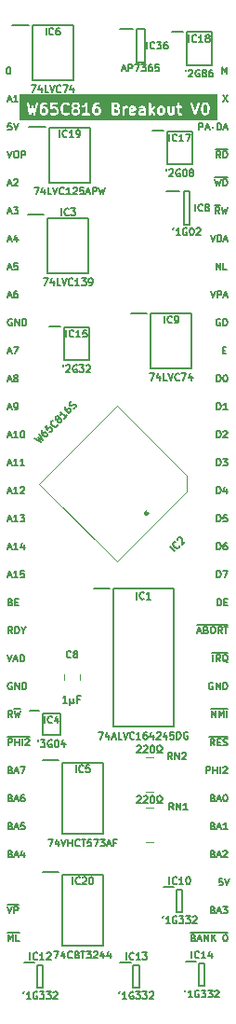
<source format=gbr>
%TF.GenerationSoftware,KiCad,Pcbnew,7.0.5*%
%TF.CreationDate,2023-12-15T11:17:01+02:00*%
%TF.ProjectId,W65C816 Breakout,57363543-3831-4362-9042-7265616b6f75,rev?*%
%TF.SameCoordinates,Original*%
%TF.FileFunction,Legend,Top*%
%TF.FilePolarity,Positive*%
%FSLAX46Y46*%
G04 Gerber Fmt 4.6, Leading zero omitted, Abs format (unit mm)*
G04 Created by KiCad (PCBNEW 7.0.5) date 2023-12-15 11:17:01*
%MOMM*%
%LPD*%
G01*
G04 APERTURE LIST*
%ADD10C,0.150000*%
%ADD11C,0.200000*%
%ADD12C,0.100000*%
%ADD13C,0.120000*%
%ADD14C,0.260000*%
G04 APERTURE END LIST*
D10*
X87849636Y-86464534D02*
X88152017Y-86464534D01*
X87789160Y-86645963D02*
X88000826Y-86010963D01*
X88000826Y-86010963D02*
X88212493Y-86645963D01*
X88696303Y-86222629D02*
X88696303Y-86645963D01*
X88545112Y-85980725D02*
X88393922Y-86434296D01*
X88393922Y-86434296D02*
X88787017Y-86434296D01*
X106823220Y-89185963D02*
X106823220Y-88550963D01*
X106823220Y-88550963D02*
X107186077Y-89185963D01*
X107186077Y-89185963D02*
X107186077Y-88550963D01*
X107790839Y-89185963D02*
X107488458Y-89185963D01*
X107488458Y-89185963D02*
X107488458Y-88550963D01*
X107427982Y-96473344D02*
X107639649Y-96473344D01*
X107730363Y-96805963D02*
X107427982Y-96805963D01*
X107427982Y-96805963D02*
X107427982Y-96170963D01*
X107427982Y-96170963D02*
X107730363Y-96170963D01*
X106315220Y-86010963D02*
X106526886Y-86645963D01*
X106526886Y-86645963D02*
X106738553Y-86010963D01*
X106950220Y-86645963D02*
X106950220Y-86010963D01*
X106950220Y-86010963D02*
X107101410Y-86010963D01*
X107101410Y-86010963D02*
X107192125Y-86041201D01*
X107192125Y-86041201D02*
X107252601Y-86101677D01*
X107252601Y-86101677D02*
X107282839Y-86162153D01*
X107282839Y-86162153D02*
X107313077Y-86283105D01*
X107313077Y-86283105D02*
X107313077Y-86373820D01*
X107313077Y-86373820D02*
X107282839Y-86494772D01*
X107282839Y-86494772D02*
X107252601Y-86555248D01*
X107252601Y-86555248D02*
X107192125Y-86615725D01*
X107192125Y-86615725D02*
X107101410Y-86645963D01*
X107101410Y-86645963D02*
X106950220Y-86645963D01*
X107554982Y-86464534D02*
X107857363Y-86464534D01*
X107494506Y-86645963D02*
X107706172Y-86010963D01*
X107706172Y-86010963D02*
X107917839Y-86645963D01*
X87849636Y-99164534D02*
X88152017Y-99164534D01*
X87789160Y-99345963D02*
X88000826Y-98710963D01*
X88000826Y-98710963D02*
X88212493Y-99345963D01*
X88514874Y-98983105D02*
X88454398Y-98952867D01*
X88454398Y-98952867D02*
X88424160Y-98922629D01*
X88424160Y-98922629D02*
X88393922Y-98862153D01*
X88393922Y-98862153D02*
X88393922Y-98831915D01*
X88393922Y-98831915D02*
X88424160Y-98771439D01*
X88424160Y-98771439D02*
X88454398Y-98741201D01*
X88454398Y-98741201D02*
X88514874Y-98710963D01*
X88514874Y-98710963D02*
X88635827Y-98710963D01*
X88635827Y-98710963D02*
X88696303Y-98741201D01*
X88696303Y-98741201D02*
X88726541Y-98771439D01*
X88726541Y-98771439D02*
X88756779Y-98831915D01*
X88756779Y-98831915D02*
X88756779Y-98862153D01*
X88756779Y-98862153D02*
X88726541Y-98922629D01*
X88726541Y-98922629D02*
X88696303Y-98952867D01*
X88696303Y-98952867D02*
X88635827Y-98983105D01*
X88635827Y-98983105D02*
X88514874Y-98983105D01*
X88514874Y-98983105D02*
X88454398Y-99013344D01*
X88454398Y-99013344D02*
X88424160Y-99043582D01*
X88424160Y-99043582D02*
X88393922Y-99104058D01*
X88393922Y-99104058D02*
X88393922Y-99225010D01*
X88393922Y-99225010D02*
X88424160Y-99285486D01*
X88424160Y-99285486D02*
X88454398Y-99315725D01*
X88454398Y-99315725D02*
X88514874Y-99345963D01*
X88514874Y-99345963D02*
X88635827Y-99345963D01*
X88635827Y-99345963D02*
X88696303Y-99315725D01*
X88696303Y-99315725D02*
X88726541Y-99285486D01*
X88726541Y-99285486D02*
X88756779Y-99225010D01*
X88756779Y-99225010D02*
X88756779Y-99104058D01*
X88756779Y-99104058D02*
X88726541Y-99043582D01*
X88726541Y-99043582D02*
X88696303Y-99013344D01*
X88696303Y-99013344D02*
X88635827Y-98983105D01*
X87879874Y-150145963D02*
X87879874Y-149510963D01*
X87879874Y-149510963D02*
X88091541Y-149964534D01*
X88091541Y-149964534D02*
X88303207Y-149510963D01*
X88303207Y-149510963D02*
X88303207Y-150145963D01*
X88907969Y-150145963D02*
X88605588Y-150145963D01*
X88605588Y-150145963D02*
X88605588Y-149510963D01*
X87792184Y-149334675D02*
X88904946Y-149334675D01*
X106315220Y-91090963D02*
X106526886Y-91725963D01*
X106526886Y-91725963D02*
X106738553Y-91090963D01*
X106950220Y-91725963D02*
X106950220Y-91090963D01*
X106950220Y-91090963D02*
X107192125Y-91090963D01*
X107192125Y-91090963D02*
X107252601Y-91121201D01*
X107252601Y-91121201D02*
X107282839Y-91151439D01*
X107282839Y-91151439D02*
X107313077Y-91211915D01*
X107313077Y-91211915D02*
X107313077Y-91302629D01*
X107313077Y-91302629D02*
X107282839Y-91363105D01*
X107282839Y-91363105D02*
X107252601Y-91393344D01*
X107252601Y-91393344D02*
X107192125Y-91423582D01*
X107192125Y-91423582D02*
X106950220Y-91423582D01*
X107554982Y-91544534D02*
X107857363Y-91544534D01*
X107494506Y-91725963D02*
X107706172Y-91090963D01*
X107706172Y-91090963D02*
X107917839Y-91725963D01*
X104773077Y-149813344D02*
X104863791Y-149843582D01*
X104863791Y-149843582D02*
X104894029Y-149873820D01*
X104894029Y-149873820D02*
X104924267Y-149934296D01*
X104924267Y-149934296D02*
X104924267Y-150025010D01*
X104924267Y-150025010D02*
X104894029Y-150085486D01*
X104894029Y-150085486D02*
X104863791Y-150115725D01*
X104863791Y-150115725D02*
X104803315Y-150145963D01*
X104803315Y-150145963D02*
X104561410Y-150145963D01*
X104561410Y-150145963D02*
X104561410Y-149510963D01*
X104561410Y-149510963D02*
X104773077Y-149510963D01*
X104773077Y-149510963D02*
X104833553Y-149541201D01*
X104833553Y-149541201D02*
X104863791Y-149571439D01*
X104863791Y-149571439D02*
X104894029Y-149631915D01*
X104894029Y-149631915D02*
X104894029Y-149692391D01*
X104894029Y-149692391D02*
X104863791Y-149752867D01*
X104863791Y-149752867D02*
X104833553Y-149783105D01*
X104833553Y-149783105D02*
X104773077Y-149813344D01*
X104773077Y-149813344D02*
X104561410Y-149813344D01*
X105166172Y-149964534D02*
X105468553Y-149964534D01*
X105105696Y-150145963D02*
X105317362Y-149510963D01*
X105317362Y-149510963D02*
X105529029Y-150145963D01*
X105740696Y-150145963D02*
X105740696Y-149510963D01*
X105740696Y-149510963D02*
X106103553Y-150145963D01*
X106103553Y-150145963D02*
X106103553Y-149510963D01*
X106405934Y-150145963D02*
X106405934Y-149510963D01*
X106768791Y-150145963D02*
X106496648Y-149783105D01*
X106768791Y-149510963D02*
X106405934Y-149873820D01*
X107645696Y-149510963D02*
X107706173Y-149510963D01*
X107706173Y-149510963D02*
X107766649Y-149541201D01*
X107766649Y-149541201D02*
X107796887Y-149571439D01*
X107796887Y-149571439D02*
X107827125Y-149631915D01*
X107827125Y-149631915D02*
X107857363Y-149752867D01*
X107857363Y-149752867D02*
X107857363Y-149904058D01*
X107857363Y-149904058D02*
X107827125Y-150025010D01*
X107827125Y-150025010D02*
X107796887Y-150085486D01*
X107796887Y-150085486D02*
X107766649Y-150115725D01*
X107766649Y-150115725D02*
X107706173Y-150145963D01*
X107706173Y-150145963D02*
X107645696Y-150145963D01*
X107645696Y-150145963D02*
X107585220Y-150115725D01*
X107585220Y-150115725D02*
X107554982Y-150085486D01*
X107554982Y-150085486D02*
X107524744Y-150025010D01*
X107524744Y-150025010D02*
X107494506Y-149904058D01*
X107494506Y-149904058D02*
X107494506Y-149752867D01*
X107494506Y-149752867D02*
X107524744Y-149631915D01*
X107524744Y-149631915D02*
X107554982Y-149571439D01*
X107554982Y-149571439D02*
X107585220Y-149541201D01*
X107585220Y-149541201D02*
X107645696Y-149510963D01*
X104473720Y-149334675D02*
X107914816Y-149334675D01*
X107464268Y-73310963D02*
X107887601Y-73945963D01*
X107887601Y-73310963D02*
X107464268Y-73945963D01*
X106919982Y-119665963D02*
X106919982Y-119030963D01*
X106919982Y-119030963D02*
X107071172Y-119030963D01*
X107071172Y-119030963D02*
X107161887Y-119061201D01*
X107161887Y-119061201D02*
X107222363Y-119121677D01*
X107222363Y-119121677D02*
X107252601Y-119182153D01*
X107252601Y-119182153D02*
X107282839Y-119303105D01*
X107282839Y-119303105D02*
X107282839Y-119393820D01*
X107282839Y-119393820D02*
X107252601Y-119514772D01*
X107252601Y-119514772D02*
X107222363Y-119575248D01*
X107222363Y-119575248D02*
X107161887Y-119635725D01*
X107161887Y-119635725D02*
X107071172Y-119665963D01*
X107071172Y-119665963D02*
X106919982Y-119665963D01*
X107554982Y-119333344D02*
X107766649Y-119333344D01*
X107857363Y-119665963D02*
X107554982Y-119665963D01*
X107554982Y-119665963D02*
X107554982Y-119030963D01*
X107554982Y-119030963D02*
X107857363Y-119030963D01*
X105135934Y-122024534D02*
X105438315Y-122024534D01*
X105075458Y-122205963D02*
X105287124Y-121570963D01*
X105287124Y-121570963D02*
X105498791Y-122205963D01*
X105922125Y-121873344D02*
X106012839Y-121903582D01*
X106012839Y-121903582D02*
X106043077Y-121933820D01*
X106043077Y-121933820D02*
X106073315Y-121994296D01*
X106073315Y-121994296D02*
X106073315Y-122085010D01*
X106073315Y-122085010D02*
X106043077Y-122145486D01*
X106043077Y-122145486D02*
X106012839Y-122175725D01*
X106012839Y-122175725D02*
X105952363Y-122205963D01*
X105952363Y-122205963D02*
X105710458Y-122205963D01*
X105710458Y-122205963D02*
X105710458Y-121570963D01*
X105710458Y-121570963D02*
X105922125Y-121570963D01*
X105922125Y-121570963D02*
X105982601Y-121601201D01*
X105982601Y-121601201D02*
X106012839Y-121631439D01*
X106012839Y-121631439D02*
X106043077Y-121691915D01*
X106043077Y-121691915D02*
X106043077Y-121752391D01*
X106043077Y-121752391D02*
X106012839Y-121812867D01*
X106012839Y-121812867D02*
X105982601Y-121843105D01*
X105982601Y-121843105D02*
X105922125Y-121873344D01*
X105922125Y-121873344D02*
X105710458Y-121873344D01*
X106466410Y-121570963D02*
X106587363Y-121570963D01*
X106587363Y-121570963D02*
X106647839Y-121601201D01*
X106647839Y-121601201D02*
X106708315Y-121661677D01*
X106708315Y-121661677D02*
X106738553Y-121782629D01*
X106738553Y-121782629D02*
X106738553Y-121994296D01*
X106738553Y-121994296D02*
X106708315Y-122115248D01*
X106708315Y-122115248D02*
X106647839Y-122175725D01*
X106647839Y-122175725D02*
X106587363Y-122205963D01*
X106587363Y-122205963D02*
X106466410Y-122205963D01*
X106466410Y-122205963D02*
X106405934Y-122175725D01*
X106405934Y-122175725D02*
X106345458Y-122115248D01*
X106345458Y-122115248D02*
X106315220Y-121994296D01*
X106315220Y-121994296D02*
X106315220Y-121782629D01*
X106315220Y-121782629D02*
X106345458Y-121661677D01*
X106345458Y-121661677D02*
X106405934Y-121601201D01*
X106405934Y-121601201D02*
X106466410Y-121570963D01*
X107373553Y-122205963D02*
X107161886Y-121903582D01*
X107010696Y-122205963D02*
X107010696Y-121570963D01*
X107010696Y-121570963D02*
X107252601Y-121570963D01*
X107252601Y-121570963D02*
X107313077Y-121601201D01*
X107313077Y-121601201D02*
X107343315Y-121631439D01*
X107343315Y-121631439D02*
X107373553Y-121691915D01*
X107373553Y-121691915D02*
X107373553Y-121782629D01*
X107373553Y-121782629D02*
X107343315Y-121843105D01*
X107343315Y-121843105D02*
X107313077Y-121873344D01*
X107313077Y-121873344D02*
X107252601Y-121903582D01*
X107252601Y-121903582D02*
X107010696Y-121903582D01*
X107554982Y-121570963D02*
X107917839Y-121570963D01*
X107736410Y-122205963D02*
X107736410Y-121570963D01*
X105078482Y-121394675D02*
X107914816Y-121394675D01*
X87849636Y-91544534D02*
X88152017Y-91544534D01*
X87789160Y-91725963D02*
X88000826Y-91090963D01*
X88000826Y-91090963D02*
X88212493Y-91725963D01*
X88696303Y-91090963D02*
X88575350Y-91090963D01*
X88575350Y-91090963D02*
X88514874Y-91121201D01*
X88514874Y-91121201D02*
X88484636Y-91151439D01*
X88484636Y-91151439D02*
X88424160Y-91242153D01*
X88424160Y-91242153D02*
X88393922Y-91363105D01*
X88393922Y-91363105D02*
X88393922Y-91605010D01*
X88393922Y-91605010D02*
X88424160Y-91665486D01*
X88424160Y-91665486D02*
X88454398Y-91695725D01*
X88454398Y-91695725D02*
X88514874Y-91725963D01*
X88514874Y-91725963D02*
X88635827Y-91725963D01*
X88635827Y-91725963D02*
X88696303Y-91695725D01*
X88696303Y-91695725D02*
X88726541Y-91665486D01*
X88726541Y-91665486D02*
X88756779Y-91605010D01*
X88756779Y-91605010D02*
X88756779Y-91453820D01*
X88756779Y-91453820D02*
X88726541Y-91393344D01*
X88726541Y-91393344D02*
X88696303Y-91363105D01*
X88696303Y-91363105D02*
X88635827Y-91332867D01*
X88635827Y-91332867D02*
X88514874Y-91332867D01*
X88514874Y-91332867D02*
X88454398Y-91363105D01*
X88454398Y-91363105D02*
X88424160Y-91393344D01*
X88424160Y-91393344D02*
X88393922Y-91453820D01*
X106436173Y-129825963D02*
X106436173Y-129190963D01*
X106436173Y-129190963D02*
X106799030Y-129825963D01*
X106799030Y-129825963D02*
X106799030Y-129190963D01*
X107101411Y-129825963D02*
X107101411Y-129190963D01*
X107101411Y-129190963D02*
X107313078Y-129644534D01*
X107313078Y-129644534D02*
X107524744Y-129190963D01*
X107524744Y-129190963D02*
X107524744Y-129825963D01*
X107827125Y-129825963D02*
X107827125Y-129190963D01*
X106348483Y-129014675D02*
X107914816Y-129014675D01*
X106889744Y-109505963D02*
X106889744Y-108870963D01*
X106889744Y-108870963D02*
X107040934Y-108870963D01*
X107040934Y-108870963D02*
X107131649Y-108901201D01*
X107131649Y-108901201D02*
X107192125Y-108961677D01*
X107192125Y-108961677D02*
X107222363Y-109022153D01*
X107222363Y-109022153D02*
X107252601Y-109143105D01*
X107252601Y-109143105D02*
X107252601Y-109233820D01*
X107252601Y-109233820D02*
X107222363Y-109354772D01*
X107222363Y-109354772D02*
X107192125Y-109415248D01*
X107192125Y-109415248D02*
X107131649Y-109475725D01*
X107131649Y-109475725D02*
X107040934Y-109505963D01*
X107040934Y-109505963D02*
X106889744Y-109505963D01*
X107796887Y-109082629D02*
X107796887Y-109505963D01*
X107645696Y-108840725D02*
X107494506Y-109294296D01*
X107494506Y-109294296D02*
X107887601Y-109294296D01*
X107131649Y-84105963D02*
X106919982Y-83803582D01*
X106768792Y-84105963D02*
X106768792Y-83470963D01*
X106768792Y-83470963D02*
X107010697Y-83470963D01*
X107010697Y-83470963D02*
X107071173Y-83501201D01*
X107071173Y-83501201D02*
X107101411Y-83531439D01*
X107101411Y-83531439D02*
X107131649Y-83591915D01*
X107131649Y-83591915D02*
X107131649Y-83682629D01*
X107131649Y-83682629D02*
X107101411Y-83743105D01*
X107101411Y-83743105D02*
X107071173Y-83773344D01*
X107071173Y-83773344D02*
X107010697Y-83803582D01*
X107010697Y-83803582D02*
X106768792Y-83803582D01*
X106681102Y-83294675D02*
X107189102Y-83294675D01*
X107343316Y-83470963D02*
X107494506Y-84105963D01*
X107494506Y-84105963D02*
X107615459Y-83652391D01*
X107615459Y-83652391D02*
X107736411Y-84105963D01*
X107736411Y-84105963D02*
X107887602Y-83470963D01*
X87873826Y-70770963D02*
X87934303Y-70770963D01*
X87934303Y-70770963D02*
X87994779Y-70801201D01*
X87994779Y-70801201D02*
X88025017Y-70831439D01*
X88025017Y-70831439D02*
X88055255Y-70891915D01*
X88055255Y-70891915D02*
X88085493Y-71012867D01*
X88085493Y-71012867D02*
X88085493Y-71164058D01*
X88085493Y-71164058D02*
X88055255Y-71285010D01*
X88055255Y-71285010D02*
X88025017Y-71345486D01*
X88025017Y-71345486D02*
X87994779Y-71375725D01*
X87994779Y-71375725D02*
X87934303Y-71405963D01*
X87934303Y-71405963D02*
X87873826Y-71405963D01*
X87873826Y-71405963D02*
X87813350Y-71375725D01*
X87813350Y-71375725D02*
X87783112Y-71345486D01*
X87783112Y-71345486D02*
X87752874Y-71285010D01*
X87752874Y-71285010D02*
X87722636Y-71164058D01*
X87722636Y-71164058D02*
X87722636Y-71012867D01*
X87722636Y-71012867D02*
X87752874Y-70891915D01*
X87752874Y-70891915D02*
X87783112Y-70831439D01*
X87783112Y-70831439D02*
X87813350Y-70801201D01*
X87813350Y-70801201D02*
X87873826Y-70770963D01*
X88091541Y-142193344D02*
X88182255Y-142223582D01*
X88182255Y-142223582D02*
X88212493Y-142253820D01*
X88212493Y-142253820D02*
X88242731Y-142314296D01*
X88242731Y-142314296D02*
X88242731Y-142405010D01*
X88242731Y-142405010D02*
X88212493Y-142465486D01*
X88212493Y-142465486D02*
X88182255Y-142495725D01*
X88182255Y-142495725D02*
X88121779Y-142525963D01*
X88121779Y-142525963D02*
X87879874Y-142525963D01*
X87879874Y-142525963D02*
X87879874Y-141890963D01*
X87879874Y-141890963D02*
X88091541Y-141890963D01*
X88091541Y-141890963D02*
X88152017Y-141921201D01*
X88152017Y-141921201D02*
X88182255Y-141951439D01*
X88182255Y-141951439D02*
X88212493Y-142011915D01*
X88212493Y-142011915D02*
X88212493Y-142072391D01*
X88212493Y-142072391D02*
X88182255Y-142132867D01*
X88182255Y-142132867D02*
X88152017Y-142163105D01*
X88152017Y-142163105D02*
X88091541Y-142193344D01*
X88091541Y-142193344D02*
X87879874Y-142193344D01*
X88484636Y-142344534D02*
X88787017Y-142344534D01*
X88424160Y-142525963D02*
X88635826Y-141890963D01*
X88635826Y-141890963D02*
X88847493Y-142525963D01*
X89331303Y-142102629D02*
X89331303Y-142525963D01*
X89180112Y-141860725D02*
X89028922Y-142314296D01*
X89028922Y-142314296D02*
X89422017Y-142314296D01*
X87849636Y-106784534D02*
X88152017Y-106784534D01*
X87789160Y-106965963D02*
X88000826Y-106330963D01*
X88000826Y-106330963D02*
X88212493Y-106965963D01*
X88756779Y-106965963D02*
X88393922Y-106965963D01*
X88575350Y-106965963D02*
X88575350Y-106330963D01*
X88575350Y-106330963D02*
X88514874Y-106421677D01*
X88514874Y-106421677D02*
X88454398Y-106482153D01*
X88454398Y-106482153D02*
X88393922Y-106512391D01*
X89361541Y-106965963D02*
X88998684Y-106965963D01*
X89180112Y-106965963D02*
X89180112Y-106330963D01*
X89180112Y-106330963D02*
X89119636Y-106421677D01*
X89119636Y-106421677D02*
X89059160Y-106482153D01*
X89059160Y-106482153D02*
X88998684Y-106512391D01*
X88212493Y-126681201D02*
X88152017Y-126650963D01*
X88152017Y-126650963D02*
X88061303Y-126650963D01*
X88061303Y-126650963D02*
X87970588Y-126681201D01*
X87970588Y-126681201D02*
X87910112Y-126741677D01*
X87910112Y-126741677D02*
X87879874Y-126802153D01*
X87879874Y-126802153D02*
X87849636Y-126923105D01*
X87849636Y-126923105D02*
X87849636Y-127013820D01*
X87849636Y-127013820D02*
X87879874Y-127134772D01*
X87879874Y-127134772D02*
X87910112Y-127195248D01*
X87910112Y-127195248D02*
X87970588Y-127255725D01*
X87970588Y-127255725D02*
X88061303Y-127285963D01*
X88061303Y-127285963D02*
X88121779Y-127285963D01*
X88121779Y-127285963D02*
X88212493Y-127255725D01*
X88212493Y-127255725D02*
X88242731Y-127225486D01*
X88242731Y-127225486D02*
X88242731Y-127013820D01*
X88242731Y-127013820D02*
X88121779Y-127013820D01*
X88514874Y-127285963D02*
X88514874Y-126650963D01*
X88514874Y-126650963D02*
X88877731Y-127285963D01*
X88877731Y-127285963D02*
X88877731Y-126650963D01*
X89180112Y-127285963D02*
X89180112Y-126650963D01*
X89180112Y-126650963D02*
X89331302Y-126650963D01*
X89331302Y-126650963D02*
X89422017Y-126681201D01*
X89422017Y-126681201D02*
X89482493Y-126741677D01*
X89482493Y-126741677D02*
X89512731Y-126802153D01*
X89512731Y-126802153D02*
X89542969Y-126923105D01*
X89542969Y-126923105D02*
X89542969Y-127013820D01*
X89542969Y-127013820D02*
X89512731Y-127134772D01*
X89512731Y-127134772D02*
X89482493Y-127195248D01*
X89482493Y-127195248D02*
X89422017Y-127255725D01*
X89422017Y-127255725D02*
X89331302Y-127285963D01*
X89331302Y-127285963D02*
X89180112Y-127285963D01*
X88182255Y-75850963D02*
X87879874Y-75850963D01*
X87879874Y-75850963D02*
X87849636Y-76153344D01*
X87849636Y-76153344D02*
X87879874Y-76123105D01*
X87879874Y-76123105D02*
X87940350Y-76092867D01*
X87940350Y-76092867D02*
X88091541Y-76092867D01*
X88091541Y-76092867D02*
X88152017Y-76123105D01*
X88152017Y-76123105D02*
X88182255Y-76153344D01*
X88182255Y-76153344D02*
X88212493Y-76213820D01*
X88212493Y-76213820D02*
X88212493Y-76365010D01*
X88212493Y-76365010D02*
X88182255Y-76425486D01*
X88182255Y-76425486D02*
X88152017Y-76455725D01*
X88152017Y-76455725D02*
X88091541Y-76485963D01*
X88091541Y-76485963D02*
X87940350Y-76485963D01*
X87940350Y-76485963D02*
X87879874Y-76455725D01*
X87879874Y-76455725D02*
X87849636Y-76425486D01*
X88393922Y-75850963D02*
X88605588Y-76485963D01*
X88605588Y-76485963D02*
X88817255Y-75850963D01*
X87849636Y-81384534D02*
X88152017Y-81384534D01*
X87789160Y-81565963D02*
X88000826Y-80930963D01*
X88000826Y-80930963D02*
X88212493Y-81565963D01*
X88393922Y-80991439D02*
X88424160Y-80961201D01*
X88424160Y-80961201D02*
X88484636Y-80930963D01*
X88484636Y-80930963D02*
X88635827Y-80930963D01*
X88635827Y-80930963D02*
X88696303Y-80961201D01*
X88696303Y-80961201D02*
X88726541Y-80991439D01*
X88726541Y-80991439D02*
X88756779Y-81051915D01*
X88756779Y-81051915D02*
X88756779Y-81112391D01*
X88756779Y-81112391D02*
X88726541Y-81203105D01*
X88726541Y-81203105D02*
X88363684Y-81565963D01*
X88363684Y-81565963D02*
X88756779Y-81565963D01*
X88242731Y-129825963D02*
X88031064Y-129523582D01*
X87879874Y-129825963D02*
X87879874Y-129190963D01*
X87879874Y-129190963D02*
X88121779Y-129190963D01*
X88121779Y-129190963D02*
X88182255Y-129221201D01*
X88182255Y-129221201D02*
X88212493Y-129251439D01*
X88212493Y-129251439D02*
X88242731Y-129311915D01*
X88242731Y-129311915D02*
X88242731Y-129402629D01*
X88242731Y-129402629D02*
X88212493Y-129463105D01*
X88212493Y-129463105D02*
X88182255Y-129493344D01*
X88182255Y-129493344D02*
X88121779Y-129523582D01*
X88121779Y-129523582D02*
X87879874Y-129523582D01*
X88454398Y-129190963D02*
X88605588Y-129825963D01*
X88605588Y-129825963D02*
X88726541Y-129372391D01*
X88726541Y-129372391D02*
X88847493Y-129825963D01*
X88847493Y-129825963D02*
X88998684Y-129190963D01*
X88427184Y-129014675D02*
X89025898Y-129014675D01*
X106557125Y-139653344D02*
X106647839Y-139683582D01*
X106647839Y-139683582D02*
X106678077Y-139713820D01*
X106678077Y-139713820D02*
X106708315Y-139774296D01*
X106708315Y-139774296D02*
X106708315Y-139865010D01*
X106708315Y-139865010D02*
X106678077Y-139925486D01*
X106678077Y-139925486D02*
X106647839Y-139955725D01*
X106647839Y-139955725D02*
X106587363Y-139985963D01*
X106587363Y-139985963D02*
X106345458Y-139985963D01*
X106345458Y-139985963D02*
X106345458Y-139350963D01*
X106345458Y-139350963D02*
X106557125Y-139350963D01*
X106557125Y-139350963D02*
X106617601Y-139381201D01*
X106617601Y-139381201D02*
X106647839Y-139411439D01*
X106647839Y-139411439D02*
X106678077Y-139471915D01*
X106678077Y-139471915D02*
X106678077Y-139532391D01*
X106678077Y-139532391D02*
X106647839Y-139592867D01*
X106647839Y-139592867D02*
X106617601Y-139623105D01*
X106617601Y-139623105D02*
X106557125Y-139653344D01*
X106557125Y-139653344D02*
X106345458Y-139653344D01*
X106950220Y-139804534D02*
X107252601Y-139804534D01*
X106889744Y-139985963D02*
X107101410Y-139350963D01*
X107101410Y-139350963D02*
X107313077Y-139985963D01*
X107857363Y-139985963D02*
X107494506Y-139985963D01*
X107675934Y-139985963D02*
X107675934Y-139350963D01*
X107675934Y-139350963D02*
X107615458Y-139441677D01*
X107615458Y-139441677D02*
X107554982Y-139502153D01*
X107554982Y-139502153D02*
X107494506Y-139532391D01*
X106889744Y-114585963D02*
X106889744Y-113950963D01*
X106889744Y-113950963D02*
X107040934Y-113950963D01*
X107040934Y-113950963D02*
X107131649Y-113981201D01*
X107131649Y-113981201D02*
X107192125Y-114041677D01*
X107192125Y-114041677D02*
X107222363Y-114102153D01*
X107222363Y-114102153D02*
X107252601Y-114223105D01*
X107252601Y-114223105D02*
X107252601Y-114313820D01*
X107252601Y-114313820D02*
X107222363Y-114434772D01*
X107222363Y-114434772D02*
X107192125Y-114495248D01*
X107192125Y-114495248D02*
X107131649Y-114555725D01*
X107131649Y-114555725D02*
X107040934Y-114585963D01*
X107040934Y-114585963D02*
X106889744Y-114585963D01*
X107796887Y-113950963D02*
X107675934Y-113950963D01*
X107675934Y-113950963D02*
X107615458Y-113981201D01*
X107615458Y-113981201D02*
X107585220Y-114011439D01*
X107585220Y-114011439D02*
X107524744Y-114102153D01*
X107524744Y-114102153D02*
X107494506Y-114223105D01*
X107494506Y-114223105D02*
X107494506Y-114465010D01*
X107494506Y-114465010D02*
X107524744Y-114525486D01*
X107524744Y-114525486D02*
X107554982Y-114555725D01*
X107554982Y-114555725D02*
X107615458Y-114585963D01*
X107615458Y-114585963D02*
X107736411Y-114585963D01*
X107736411Y-114585963D02*
X107796887Y-114555725D01*
X107796887Y-114555725D02*
X107827125Y-114525486D01*
X107827125Y-114525486D02*
X107857363Y-114465010D01*
X107857363Y-114465010D02*
X107857363Y-114313820D01*
X107857363Y-114313820D02*
X107827125Y-114253344D01*
X107827125Y-114253344D02*
X107796887Y-114223105D01*
X107796887Y-114223105D02*
X107736411Y-114192867D01*
X107736411Y-114192867D02*
X107615458Y-114192867D01*
X107615458Y-114192867D02*
X107554982Y-114223105D01*
X107554982Y-114223105D02*
X107524744Y-114253344D01*
X107524744Y-114253344D02*
X107494506Y-114313820D01*
X106557125Y-142193344D02*
X106647839Y-142223582D01*
X106647839Y-142223582D02*
X106678077Y-142253820D01*
X106678077Y-142253820D02*
X106708315Y-142314296D01*
X106708315Y-142314296D02*
X106708315Y-142405010D01*
X106708315Y-142405010D02*
X106678077Y-142465486D01*
X106678077Y-142465486D02*
X106647839Y-142495725D01*
X106647839Y-142495725D02*
X106587363Y-142525963D01*
X106587363Y-142525963D02*
X106345458Y-142525963D01*
X106345458Y-142525963D02*
X106345458Y-141890963D01*
X106345458Y-141890963D02*
X106557125Y-141890963D01*
X106557125Y-141890963D02*
X106617601Y-141921201D01*
X106617601Y-141921201D02*
X106647839Y-141951439D01*
X106647839Y-141951439D02*
X106678077Y-142011915D01*
X106678077Y-142011915D02*
X106678077Y-142072391D01*
X106678077Y-142072391D02*
X106647839Y-142132867D01*
X106647839Y-142132867D02*
X106617601Y-142163105D01*
X106617601Y-142163105D02*
X106557125Y-142193344D01*
X106557125Y-142193344D02*
X106345458Y-142193344D01*
X106950220Y-142344534D02*
X107252601Y-142344534D01*
X106889744Y-142525963D02*
X107101410Y-141890963D01*
X107101410Y-141890963D02*
X107313077Y-142525963D01*
X107494506Y-141951439D02*
X107524744Y-141921201D01*
X107524744Y-141921201D02*
X107585220Y-141890963D01*
X107585220Y-141890963D02*
X107736411Y-141890963D01*
X107736411Y-141890963D02*
X107796887Y-141921201D01*
X107796887Y-141921201D02*
X107827125Y-141951439D01*
X107827125Y-141951439D02*
X107857363Y-142011915D01*
X107857363Y-142011915D02*
X107857363Y-142072391D01*
X107857363Y-142072391D02*
X107827125Y-142163105D01*
X107827125Y-142163105D02*
X107464268Y-142525963D01*
X107464268Y-142525963D02*
X107857363Y-142525963D01*
X107409839Y-144430963D02*
X107107458Y-144430963D01*
X107107458Y-144430963D02*
X107077220Y-144733344D01*
X107077220Y-144733344D02*
X107107458Y-144703105D01*
X107107458Y-144703105D02*
X107167934Y-144672867D01*
X107167934Y-144672867D02*
X107319125Y-144672867D01*
X107319125Y-144672867D02*
X107379601Y-144703105D01*
X107379601Y-144703105D02*
X107409839Y-144733344D01*
X107409839Y-144733344D02*
X107440077Y-144793820D01*
X107440077Y-144793820D02*
X107440077Y-144945010D01*
X107440077Y-144945010D02*
X107409839Y-145005486D01*
X107409839Y-145005486D02*
X107379601Y-145035725D01*
X107379601Y-145035725D02*
X107319125Y-145065963D01*
X107319125Y-145065963D02*
X107167934Y-145065963D01*
X107167934Y-145065963D02*
X107107458Y-145035725D01*
X107107458Y-145035725D02*
X107077220Y-145005486D01*
X107621506Y-144430963D02*
X107833172Y-145065963D01*
X107833172Y-145065963D02*
X108044839Y-144430963D01*
X88091541Y-134573344D02*
X88182255Y-134603582D01*
X88182255Y-134603582D02*
X88212493Y-134633820D01*
X88212493Y-134633820D02*
X88242731Y-134694296D01*
X88242731Y-134694296D02*
X88242731Y-134785010D01*
X88242731Y-134785010D02*
X88212493Y-134845486D01*
X88212493Y-134845486D02*
X88182255Y-134875725D01*
X88182255Y-134875725D02*
X88121779Y-134905963D01*
X88121779Y-134905963D02*
X87879874Y-134905963D01*
X87879874Y-134905963D02*
X87879874Y-134270963D01*
X87879874Y-134270963D02*
X88091541Y-134270963D01*
X88091541Y-134270963D02*
X88152017Y-134301201D01*
X88152017Y-134301201D02*
X88182255Y-134331439D01*
X88182255Y-134331439D02*
X88212493Y-134391915D01*
X88212493Y-134391915D02*
X88212493Y-134452391D01*
X88212493Y-134452391D02*
X88182255Y-134512867D01*
X88182255Y-134512867D02*
X88152017Y-134543105D01*
X88152017Y-134543105D02*
X88091541Y-134573344D01*
X88091541Y-134573344D02*
X87879874Y-134573344D01*
X88484636Y-134724534D02*
X88787017Y-134724534D01*
X88424160Y-134905963D02*
X88635826Y-134270963D01*
X88635826Y-134270963D02*
X88847493Y-134905963D01*
X88998684Y-134270963D02*
X89422017Y-134270963D01*
X89422017Y-134270963D02*
X89149874Y-134905963D01*
X88242731Y-122205963D02*
X88031064Y-121903582D01*
X87879874Y-122205963D02*
X87879874Y-121570963D01*
X87879874Y-121570963D02*
X88121779Y-121570963D01*
X88121779Y-121570963D02*
X88182255Y-121601201D01*
X88182255Y-121601201D02*
X88212493Y-121631439D01*
X88212493Y-121631439D02*
X88242731Y-121691915D01*
X88242731Y-121691915D02*
X88242731Y-121782629D01*
X88242731Y-121782629D02*
X88212493Y-121843105D01*
X88212493Y-121843105D02*
X88182255Y-121873344D01*
X88182255Y-121873344D02*
X88121779Y-121903582D01*
X88121779Y-121903582D02*
X87879874Y-121903582D01*
X88514874Y-122205963D02*
X88514874Y-121570963D01*
X88514874Y-121570963D02*
X88666064Y-121570963D01*
X88666064Y-121570963D02*
X88756779Y-121601201D01*
X88756779Y-121601201D02*
X88817255Y-121661677D01*
X88817255Y-121661677D02*
X88847493Y-121722153D01*
X88847493Y-121722153D02*
X88877731Y-121843105D01*
X88877731Y-121843105D02*
X88877731Y-121933820D01*
X88877731Y-121933820D02*
X88847493Y-122054772D01*
X88847493Y-122054772D02*
X88817255Y-122115248D01*
X88817255Y-122115248D02*
X88756779Y-122175725D01*
X88756779Y-122175725D02*
X88666064Y-122205963D01*
X88666064Y-122205963D02*
X88514874Y-122205963D01*
X89270826Y-121903582D02*
X89270826Y-122205963D01*
X89059160Y-121570963D02*
X89270826Y-121903582D01*
X89270826Y-121903582D02*
X89482493Y-121570963D01*
X107222363Y-79025963D02*
X107010696Y-78723582D01*
X106859506Y-79025963D02*
X106859506Y-78390963D01*
X106859506Y-78390963D02*
X107101411Y-78390963D01*
X107101411Y-78390963D02*
X107161887Y-78421201D01*
X107161887Y-78421201D02*
X107192125Y-78451439D01*
X107192125Y-78451439D02*
X107222363Y-78511915D01*
X107222363Y-78511915D02*
X107222363Y-78602629D01*
X107222363Y-78602629D02*
X107192125Y-78663105D01*
X107192125Y-78663105D02*
X107161887Y-78693344D01*
X107161887Y-78693344D02*
X107101411Y-78723582D01*
X107101411Y-78723582D02*
X106859506Y-78723582D01*
X107494506Y-79025963D02*
X107494506Y-78390963D01*
X107494506Y-78390963D02*
X107645696Y-78390963D01*
X107645696Y-78390963D02*
X107736411Y-78421201D01*
X107736411Y-78421201D02*
X107796887Y-78481677D01*
X107796887Y-78481677D02*
X107827125Y-78542153D01*
X107827125Y-78542153D02*
X107857363Y-78663105D01*
X107857363Y-78663105D02*
X107857363Y-78753820D01*
X107857363Y-78753820D02*
X107827125Y-78874772D01*
X107827125Y-78874772D02*
X107796887Y-78935248D01*
X107796887Y-78935248D02*
X107736411Y-78995725D01*
X107736411Y-78995725D02*
X107645696Y-79025963D01*
X107645696Y-79025963D02*
X107494506Y-79025963D01*
X106771816Y-78214675D02*
X107914816Y-78214675D01*
X106708316Y-80930963D02*
X106859506Y-81565963D01*
X106859506Y-81565963D02*
X106980459Y-81112391D01*
X106980459Y-81112391D02*
X107101411Y-81565963D01*
X107101411Y-81565963D02*
X107252602Y-80930963D01*
X107494506Y-81565963D02*
X107494506Y-80930963D01*
X107494506Y-80930963D02*
X107645696Y-80930963D01*
X107645696Y-80930963D02*
X107736411Y-80961201D01*
X107736411Y-80961201D02*
X107796887Y-81021677D01*
X107796887Y-81021677D02*
X107827125Y-81082153D01*
X107827125Y-81082153D02*
X107857363Y-81203105D01*
X107857363Y-81203105D02*
X107857363Y-81293820D01*
X107857363Y-81293820D02*
X107827125Y-81414772D01*
X107827125Y-81414772D02*
X107796887Y-81475248D01*
X107796887Y-81475248D02*
X107736411Y-81535725D01*
X107736411Y-81535725D02*
X107645696Y-81565963D01*
X107645696Y-81565963D02*
X107494506Y-81565963D01*
X106681102Y-80754675D02*
X107914816Y-80754675D01*
X87789160Y-146970963D02*
X88000826Y-147605963D01*
X88000826Y-147605963D02*
X88212493Y-146970963D01*
X88424160Y-147605963D02*
X88424160Y-146970963D01*
X88424160Y-146970963D02*
X88666065Y-146970963D01*
X88666065Y-146970963D02*
X88726541Y-147001201D01*
X88726541Y-147001201D02*
X88756779Y-147031439D01*
X88756779Y-147031439D02*
X88787017Y-147091915D01*
X88787017Y-147091915D02*
X88787017Y-147182629D01*
X88787017Y-147182629D02*
X88756779Y-147243105D01*
X88756779Y-147243105D02*
X88726541Y-147273344D01*
X88726541Y-147273344D02*
X88666065Y-147303582D01*
X88666065Y-147303582D02*
X88424160Y-147303582D01*
X87792184Y-146794675D02*
X88844470Y-146794675D01*
X106526887Y-126681201D02*
X106466411Y-126650963D01*
X106466411Y-126650963D02*
X106375697Y-126650963D01*
X106375697Y-126650963D02*
X106284982Y-126681201D01*
X106284982Y-126681201D02*
X106224506Y-126741677D01*
X106224506Y-126741677D02*
X106194268Y-126802153D01*
X106194268Y-126802153D02*
X106164030Y-126923105D01*
X106164030Y-126923105D02*
X106164030Y-127013820D01*
X106164030Y-127013820D02*
X106194268Y-127134772D01*
X106194268Y-127134772D02*
X106224506Y-127195248D01*
X106224506Y-127195248D02*
X106284982Y-127255725D01*
X106284982Y-127255725D02*
X106375697Y-127285963D01*
X106375697Y-127285963D02*
X106436173Y-127285963D01*
X106436173Y-127285963D02*
X106526887Y-127255725D01*
X106526887Y-127255725D02*
X106557125Y-127225486D01*
X106557125Y-127225486D02*
X106557125Y-127013820D01*
X106557125Y-127013820D02*
X106436173Y-127013820D01*
X106829268Y-127285963D02*
X106829268Y-126650963D01*
X106829268Y-126650963D02*
X107192125Y-127285963D01*
X107192125Y-127285963D02*
X107192125Y-126650963D01*
X107494506Y-127285963D02*
X107494506Y-126650963D01*
X107494506Y-126650963D02*
X107645696Y-126650963D01*
X107645696Y-126650963D02*
X107736411Y-126681201D01*
X107736411Y-126681201D02*
X107796887Y-126741677D01*
X107796887Y-126741677D02*
X107827125Y-126802153D01*
X107827125Y-126802153D02*
X107857363Y-126923105D01*
X107857363Y-126923105D02*
X107857363Y-127013820D01*
X107857363Y-127013820D02*
X107827125Y-127134772D01*
X107827125Y-127134772D02*
X107796887Y-127195248D01*
X107796887Y-127195248D02*
X107736411Y-127255725D01*
X107736411Y-127255725D02*
X107645696Y-127285963D01*
X107645696Y-127285963D02*
X107494506Y-127285963D01*
X88091541Y-139653344D02*
X88182255Y-139683582D01*
X88182255Y-139683582D02*
X88212493Y-139713820D01*
X88212493Y-139713820D02*
X88242731Y-139774296D01*
X88242731Y-139774296D02*
X88242731Y-139865010D01*
X88242731Y-139865010D02*
X88212493Y-139925486D01*
X88212493Y-139925486D02*
X88182255Y-139955725D01*
X88182255Y-139955725D02*
X88121779Y-139985963D01*
X88121779Y-139985963D02*
X87879874Y-139985963D01*
X87879874Y-139985963D02*
X87879874Y-139350963D01*
X87879874Y-139350963D02*
X88091541Y-139350963D01*
X88091541Y-139350963D02*
X88152017Y-139381201D01*
X88152017Y-139381201D02*
X88182255Y-139411439D01*
X88182255Y-139411439D02*
X88212493Y-139471915D01*
X88212493Y-139471915D02*
X88212493Y-139532391D01*
X88212493Y-139532391D02*
X88182255Y-139592867D01*
X88182255Y-139592867D02*
X88152017Y-139623105D01*
X88152017Y-139623105D02*
X88091541Y-139653344D01*
X88091541Y-139653344D02*
X87879874Y-139653344D01*
X88484636Y-139804534D02*
X88787017Y-139804534D01*
X88424160Y-139985963D02*
X88635826Y-139350963D01*
X88635826Y-139350963D02*
X88847493Y-139985963D01*
X89361541Y-139350963D02*
X89059160Y-139350963D01*
X89059160Y-139350963D02*
X89028922Y-139653344D01*
X89028922Y-139653344D02*
X89059160Y-139623105D01*
X89059160Y-139623105D02*
X89119636Y-139592867D01*
X89119636Y-139592867D02*
X89270827Y-139592867D01*
X89270827Y-139592867D02*
X89331303Y-139623105D01*
X89331303Y-139623105D02*
X89361541Y-139653344D01*
X89361541Y-139653344D02*
X89391779Y-139713820D01*
X89391779Y-139713820D02*
X89391779Y-139865010D01*
X89391779Y-139865010D02*
X89361541Y-139925486D01*
X89361541Y-139925486D02*
X89331303Y-139955725D01*
X89331303Y-139955725D02*
X89270827Y-139985963D01*
X89270827Y-139985963D02*
X89119636Y-139985963D01*
X89119636Y-139985963D02*
X89059160Y-139955725D01*
X89059160Y-139955725D02*
X89028922Y-139925486D01*
X105922125Y-134905963D02*
X105922125Y-134270963D01*
X105922125Y-134270963D02*
X106164030Y-134270963D01*
X106164030Y-134270963D02*
X106224506Y-134301201D01*
X106224506Y-134301201D02*
X106254744Y-134331439D01*
X106254744Y-134331439D02*
X106284982Y-134391915D01*
X106284982Y-134391915D02*
X106284982Y-134482629D01*
X106284982Y-134482629D02*
X106254744Y-134543105D01*
X106254744Y-134543105D02*
X106224506Y-134573344D01*
X106224506Y-134573344D02*
X106164030Y-134603582D01*
X106164030Y-134603582D02*
X105922125Y-134603582D01*
X106557125Y-134905963D02*
X106557125Y-134270963D01*
X106557125Y-134573344D02*
X106919982Y-134573344D01*
X106919982Y-134905963D02*
X106919982Y-134270963D01*
X107222363Y-134905963D02*
X107222363Y-134270963D01*
X107494506Y-134331439D02*
X107524744Y-134301201D01*
X107524744Y-134301201D02*
X107585220Y-134270963D01*
X107585220Y-134270963D02*
X107736411Y-134270963D01*
X107736411Y-134270963D02*
X107796887Y-134301201D01*
X107796887Y-134301201D02*
X107827125Y-134331439D01*
X107827125Y-134331439D02*
X107857363Y-134391915D01*
X107857363Y-134391915D02*
X107857363Y-134452391D01*
X107857363Y-134452391D02*
X107827125Y-134543105D01*
X107827125Y-134543105D02*
X107464268Y-134905963D01*
X107464268Y-134905963D02*
X107857363Y-134905963D01*
X87849636Y-109324534D02*
X88152017Y-109324534D01*
X87789160Y-109505963D02*
X88000826Y-108870963D01*
X88000826Y-108870963D02*
X88212493Y-109505963D01*
X88756779Y-109505963D02*
X88393922Y-109505963D01*
X88575350Y-109505963D02*
X88575350Y-108870963D01*
X88575350Y-108870963D02*
X88514874Y-108961677D01*
X88514874Y-108961677D02*
X88454398Y-109022153D01*
X88454398Y-109022153D02*
X88393922Y-109052391D01*
X88998684Y-108931439D02*
X89028922Y-108901201D01*
X89028922Y-108901201D02*
X89089398Y-108870963D01*
X89089398Y-108870963D02*
X89240589Y-108870963D01*
X89240589Y-108870963D02*
X89301065Y-108901201D01*
X89301065Y-108901201D02*
X89331303Y-108931439D01*
X89331303Y-108931439D02*
X89361541Y-108991915D01*
X89361541Y-108991915D02*
X89361541Y-109052391D01*
X89361541Y-109052391D02*
X89331303Y-109143105D01*
X89331303Y-109143105D02*
X88968446Y-109505963D01*
X88968446Y-109505963D02*
X89361541Y-109505963D01*
X106889744Y-99345963D02*
X106889744Y-98710963D01*
X106889744Y-98710963D02*
X107040934Y-98710963D01*
X107040934Y-98710963D02*
X107131649Y-98741201D01*
X107131649Y-98741201D02*
X107192125Y-98801677D01*
X107192125Y-98801677D02*
X107222363Y-98862153D01*
X107222363Y-98862153D02*
X107252601Y-98983105D01*
X107252601Y-98983105D02*
X107252601Y-99073820D01*
X107252601Y-99073820D02*
X107222363Y-99194772D01*
X107222363Y-99194772D02*
X107192125Y-99255248D01*
X107192125Y-99255248D02*
X107131649Y-99315725D01*
X107131649Y-99315725D02*
X107040934Y-99345963D01*
X107040934Y-99345963D02*
X106889744Y-99345963D01*
X107645696Y-98710963D02*
X107706173Y-98710963D01*
X107706173Y-98710963D02*
X107766649Y-98741201D01*
X107766649Y-98741201D02*
X107796887Y-98771439D01*
X107796887Y-98771439D02*
X107827125Y-98831915D01*
X107827125Y-98831915D02*
X107857363Y-98952867D01*
X107857363Y-98952867D02*
X107857363Y-99104058D01*
X107857363Y-99104058D02*
X107827125Y-99225010D01*
X107827125Y-99225010D02*
X107796887Y-99285486D01*
X107796887Y-99285486D02*
X107766649Y-99315725D01*
X107766649Y-99315725D02*
X107706173Y-99345963D01*
X107706173Y-99345963D02*
X107645696Y-99345963D01*
X107645696Y-99345963D02*
X107585220Y-99315725D01*
X107585220Y-99315725D02*
X107554982Y-99285486D01*
X107554982Y-99285486D02*
X107524744Y-99225010D01*
X107524744Y-99225010D02*
X107494506Y-99104058D01*
X107494506Y-99104058D02*
X107494506Y-98952867D01*
X107494506Y-98952867D02*
X107524744Y-98831915D01*
X107524744Y-98831915D02*
X107554982Y-98771439D01*
X107554982Y-98771439D02*
X107585220Y-98741201D01*
X107585220Y-98741201D02*
X107645696Y-98710963D01*
X107403792Y-71405963D02*
X107403792Y-70770963D01*
X107403792Y-70770963D02*
X107615459Y-71224534D01*
X107615459Y-71224534D02*
X107827125Y-70770963D01*
X107827125Y-70770963D02*
X107827125Y-71405963D01*
X87849636Y-96624534D02*
X88152017Y-96624534D01*
X87789160Y-96805963D02*
X88000826Y-96170963D01*
X88000826Y-96170963D02*
X88212493Y-96805963D01*
X88363684Y-96170963D02*
X88787017Y-96170963D01*
X88787017Y-96170963D02*
X88514874Y-96805963D01*
X105261724Y-76485963D02*
X105261724Y-75850963D01*
X105261724Y-75850963D02*
X105503629Y-75850963D01*
X105503629Y-75850963D02*
X105564105Y-75881201D01*
X105564105Y-75881201D02*
X105594343Y-75911439D01*
X105594343Y-75911439D02*
X105624581Y-75971915D01*
X105624581Y-75971915D02*
X105624581Y-76062629D01*
X105624581Y-76062629D02*
X105594343Y-76123105D01*
X105594343Y-76123105D02*
X105564105Y-76153344D01*
X105564105Y-76153344D02*
X105503629Y-76183582D01*
X105503629Y-76183582D02*
X105261724Y-76183582D01*
X105866486Y-76304534D02*
X106168867Y-76304534D01*
X105806010Y-76485963D02*
X106017676Y-75850963D01*
X106017676Y-75850963D02*
X106229343Y-76485963D01*
X106531724Y-76213820D02*
X106501486Y-76244058D01*
X106501486Y-76244058D02*
X106531724Y-76274296D01*
X106531724Y-76274296D02*
X106561962Y-76244058D01*
X106561962Y-76244058D02*
X106531724Y-76213820D01*
X106531724Y-76213820D02*
X106531724Y-76274296D01*
X106924820Y-76485963D02*
X106924820Y-75850963D01*
X106924820Y-75850963D02*
X107076010Y-75850963D01*
X107076010Y-75850963D02*
X107166725Y-75881201D01*
X107166725Y-75881201D02*
X107227201Y-75941677D01*
X107227201Y-75941677D02*
X107257439Y-76002153D01*
X107257439Y-76002153D02*
X107287677Y-76123105D01*
X107287677Y-76123105D02*
X107287677Y-76213820D01*
X107287677Y-76213820D02*
X107257439Y-76334772D01*
X107257439Y-76334772D02*
X107227201Y-76395248D01*
X107227201Y-76395248D02*
X107166725Y-76455725D01*
X107166725Y-76455725D02*
X107076010Y-76485963D01*
X107076010Y-76485963D02*
X106924820Y-76485963D01*
X107529582Y-76304534D02*
X107831963Y-76304534D01*
X107469106Y-76485963D02*
X107680772Y-75850963D01*
X107680772Y-75850963D02*
X107892439Y-76485963D01*
X106557125Y-147273344D02*
X106647839Y-147303582D01*
X106647839Y-147303582D02*
X106678077Y-147333820D01*
X106678077Y-147333820D02*
X106708315Y-147394296D01*
X106708315Y-147394296D02*
X106708315Y-147485010D01*
X106708315Y-147485010D02*
X106678077Y-147545486D01*
X106678077Y-147545486D02*
X106647839Y-147575725D01*
X106647839Y-147575725D02*
X106587363Y-147605963D01*
X106587363Y-147605963D02*
X106345458Y-147605963D01*
X106345458Y-147605963D02*
X106345458Y-146970963D01*
X106345458Y-146970963D02*
X106557125Y-146970963D01*
X106557125Y-146970963D02*
X106617601Y-147001201D01*
X106617601Y-147001201D02*
X106647839Y-147031439D01*
X106647839Y-147031439D02*
X106678077Y-147091915D01*
X106678077Y-147091915D02*
X106678077Y-147152391D01*
X106678077Y-147152391D02*
X106647839Y-147212867D01*
X106647839Y-147212867D02*
X106617601Y-147243105D01*
X106617601Y-147243105D02*
X106557125Y-147273344D01*
X106557125Y-147273344D02*
X106345458Y-147273344D01*
X106950220Y-147424534D02*
X107252601Y-147424534D01*
X106889744Y-147605963D02*
X107101410Y-146970963D01*
X107101410Y-146970963D02*
X107313077Y-147605963D01*
X107464268Y-146970963D02*
X107857363Y-146970963D01*
X107857363Y-146970963D02*
X107645696Y-147212867D01*
X107645696Y-147212867D02*
X107736411Y-147212867D01*
X107736411Y-147212867D02*
X107796887Y-147243105D01*
X107796887Y-147243105D02*
X107827125Y-147273344D01*
X107827125Y-147273344D02*
X107857363Y-147333820D01*
X107857363Y-147333820D02*
X107857363Y-147485010D01*
X107857363Y-147485010D02*
X107827125Y-147545486D01*
X107827125Y-147545486D02*
X107796887Y-147575725D01*
X107796887Y-147575725D02*
X107736411Y-147605963D01*
X107736411Y-147605963D02*
X107554982Y-147605963D01*
X107554982Y-147605963D02*
X107494506Y-147575725D01*
X107494506Y-147575725D02*
X107464268Y-147545486D01*
X87789160Y-124110963D02*
X88000826Y-124745963D01*
X88000826Y-124745963D02*
X88212493Y-124110963D01*
X88393922Y-124564534D02*
X88696303Y-124564534D01*
X88333446Y-124745963D02*
X88545112Y-124110963D01*
X88545112Y-124110963D02*
X88756779Y-124745963D01*
X88968446Y-124745963D02*
X88968446Y-124110963D01*
X88968446Y-124110963D02*
X89119636Y-124110963D01*
X89119636Y-124110963D02*
X89210351Y-124141201D01*
X89210351Y-124141201D02*
X89270827Y-124201677D01*
X89270827Y-124201677D02*
X89301065Y-124262153D01*
X89301065Y-124262153D02*
X89331303Y-124383105D01*
X89331303Y-124383105D02*
X89331303Y-124473820D01*
X89331303Y-124473820D02*
X89301065Y-124594772D01*
X89301065Y-124594772D02*
X89270827Y-124655248D01*
X89270827Y-124655248D02*
X89210351Y-124715725D01*
X89210351Y-124715725D02*
X89119636Y-124745963D01*
X89119636Y-124745963D02*
X88968446Y-124745963D01*
X106526887Y-124745963D02*
X106526887Y-124110963D01*
X107192125Y-124745963D02*
X106980458Y-124443582D01*
X106829268Y-124745963D02*
X106829268Y-124110963D01*
X106829268Y-124110963D02*
X107071173Y-124110963D01*
X107071173Y-124110963D02*
X107131649Y-124141201D01*
X107131649Y-124141201D02*
X107161887Y-124171439D01*
X107161887Y-124171439D02*
X107192125Y-124231915D01*
X107192125Y-124231915D02*
X107192125Y-124322629D01*
X107192125Y-124322629D02*
X107161887Y-124383105D01*
X107161887Y-124383105D02*
X107131649Y-124413344D01*
X107131649Y-124413344D02*
X107071173Y-124443582D01*
X107071173Y-124443582D02*
X106829268Y-124443582D01*
X107887601Y-124806439D02*
X107827125Y-124776201D01*
X107827125Y-124776201D02*
X107766649Y-124715725D01*
X107766649Y-124715725D02*
X107675935Y-124625010D01*
X107675935Y-124625010D02*
X107615458Y-124594772D01*
X107615458Y-124594772D02*
X107554982Y-124594772D01*
X107585220Y-124745963D02*
X107524744Y-124715725D01*
X107524744Y-124715725D02*
X107464268Y-124655248D01*
X107464268Y-124655248D02*
X107434030Y-124534296D01*
X107434030Y-124534296D02*
X107434030Y-124322629D01*
X107434030Y-124322629D02*
X107464268Y-124201677D01*
X107464268Y-124201677D02*
X107524744Y-124141201D01*
X107524744Y-124141201D02*
X107585220Y-124110963D01*
X107585220Y-124110963D02*
X107706173Y-124110963D01*
X107706173Y-124110963D02*
X107766649Y-124141201D01*
X107766649Y-124141201D02*
X107827125Y-124201677D01*
X107827125Y-124201677D02*
X107857363Y-124322629D01*
X107857363Y-124322629D02*
X107857363Y-124534296D01*
X107857363Y-124534296D02*
X107827125Y-124655248D01*
X107827125Y-124655248D02*
X107766649Y-124715725D01*
X107766649Y-124715725D02*
X107706173Y-124745963D01*
X107706173Y-124745963D02*
X107585220Y-124745963D01*
X106439197Y-123934675D02*
X107914816Y-123934675D01*
X107192125Y-93661201D02*
X107131649Y-93630963D01*
X107131649Y-93630963D02*
X107040935Y-93630963D01*
X107040935Y-93630963D02*
X106950220Y-93661201D01*
X106950220Y-93661201D02*
X106889744Y-93721677D01*
X106889744Y-93721677D02*
X106859506Y-93782153D01*
X106859506Y-93782153D02*
X106829268Y-93903105D01*
X106829268Y-93903105D02*
X106829268Y-93993820D01*
X106829268Y-93993820D02*
X106859506Y-94114772D01*
X106859506Y-94114772D02*
X106889744Y-94175248D01*
X106889744Y-94175248D02*
X106950220Y-94235725D01*
X106950220Y-94235725D02*
X107040935Y-94265963D01*
X107040935Y-94265963D02*
X107101411Y-94265963D01*
X107101411Y-94265963D02*
X107192125Y-94235725D01*
X107192125Y-94235725D02*
X107222363Y-94205486D01*
X107222363Y-94205486D02*
X107222363Y-93993820D01*
X107222363Y-93993820D02*
X107101411Y-93993820D01*
X107494506Y-94265963D02*
X107494506Y-93630963D01*
X107494506Y-93630963D02*
X107645696Y-93630963D01*
X107645696Y-93630963D02*
X107736411Y-93661201D01*
X107736411Y-93661201D02*
X107796887Y-93721677D01*
X107796887Y-93721677D02*
X107827125Y-93782153D01*
X107827125Y-93782153D02*
X107857363Y-93903105D01*
X107857363Y-93903105D02*
X107857363Y-93993820D01*
X107857363Y-93993820D02*
X107827125Y-94114772D01*
X107827125Y-94114772D02*
X107796887Y-94175248D01*
X107796887Y-94175248D02*
X107736411Y-94235725D01*
X107736411Y-94235725D02*
X107645696Y-94265963D01*
X107645696Y-94265963D02*
X107494506Y-94265963D01*
X87849636Y-89004534D02*
X88152017Y-89004534D01*
X87789160Y-89185963D02*
X88000826Y-88550963D01*
X88000826Y-88550963D02*
X88212493Y-89185963D01*
X88726541Y-88550963D02*
X88424160Y-88550963D01*
X88424160Y-88550963D02*
X88393922Y-88853344D01*
X88393922Y-88853344D02*
X88424160Y-88823105D01*
X88424160Y-88823105D02*
X88484636Y-88792867D01*
X88484636Y-88792867D02*
X88635827Y-88792867D01*
X88635827Y-88792867D02*
X88696303Y-88823105D01*
X88696303Y-88823105D02*
X88726541Y-88853344D01*
X88726541Y-88853344D02*
X88756779Y-88913820D01*
X88756779Y-88913820D02*
X88756779Y-89065010D01*
X88756779Y-89065010D02*
X88726541Y-89125486D01*
X88726541Y-89125486D02*
X88696303Y-89155725D01*
X88696303Y-89155725D02*
X88635827Y-89185963D01*
X88635827Y-89185963D02*
X88484636Y-89185963D01*
X88484636Y-89185963D02*
X88424160Y-89155725D01*
X88424160Y-89155725D02*
X88393922Y-89125486D01*
X106889744Y-101885963D02*
X106889744Y-101250963D01*
X106889744Y-101250963D02*
X107040934Y-101250963D01*
X107040934Y-101250963D02*
X107131649Y-101281201D01*
X107131649Y-101281201D02*
X107192125Y-101341677D01*
X107192125Y-101341677D02*
X107222363Y-101402153D01*
X107222363Y-101402153D02*
X107252601Y-101523105D01*
X107252601Y-101523105D02*
X107252601Y-101613820D01*
X107252601Y-101613820D02*
X107222363Y-101734772D01*
X107222363Y-101734772D02*
X107192125Y-101795248D01*
X107192125Y-101795248D02*
X107131649Y-101855725D01*
X107131649Y-101855725D02*
X107040934Y-101885963D01*
X107040934Y-101885963D02*
X106889744Y-101885963D01*
X107857363Y-101885963D02*
X107494506Y-101885963D01*
X107675934Y-101885963D02*
X107675934Y-101250963D01*
X107675934Y-101250963D02*
X107615458Y-101341677D01*
X107615458Y-101341677D02*
X107554982Y-101402153D01*
X107554982Y-101402153D02*
X107494506Y-101432391D01*
X87789160Y-78390963D02*
X88000826Y-79025963D01*
X88000826Y-79025963D02*
X88212493Y-78390963D01*
X88545112Y-78390963D02*
X88666065Y-78390963D01*
X88666065Y-78390963D02*
X88726541Y-78421201D01*
X88726541Y-78421201D02*
X88787017Y-78481677D01*
X88787017Y-78481677D02*
X88817255Y-78602629D01*
X88817255Y-78602629D02*
X88817255Y-78814296D01*
X88817255Y-78814296D02*
X88787017Y-78935248D01*
X88787017Y-78935248D02*
X88726541Y-78995725D01*
X88726541Y-78995725D02*
X88666065Y-79025963D01*
X88666065Y-79025963D02*
X88545112Y-79025963D01*
X88545112Y-79025963D02*
X88484636Y-78995725D01*
X88484636Y-78995725D02*
X88424160Y-78935248D01*
X88424160Y-78935248D02*
X88393922Y-78814296D01*
X88393922Y-78814296D02*
X88393922Y-78602629D01*
X88393922Y-78602629D02*
X88424160Y-78481677D01*
X88424160Y-78481677D02*
X88484636Y-78421201D01*
X88484636Y-78421201D02*
X88545112Y-78390963D01*
X89089398Y-79025963D02*
X89089398Y-78390963D01*
X89089398Y-78390963D02*
X89331303Y-78390963D01*
X89331303Y-78390963D02*
X89391779Y-78421201D01*
X89391779Y-78421201D02*
X89422017Y-78451439D01*
X89422017Y-78451439D02*
X89452255Y-78511915D01*
X89452255Y-78511915D02*
X89452255Y-78602629D01*
X89452255Y-78602629D02*
X89422017Y-78663105D01*
X89422017Y-78663105D02*
X89391779Y-78693344D01*
X89391779Y-78693344D02*
X89331303Y-78723582D01*
X89331303Y-78723582D02*
X89089398Y-78723582D01*
X87849636Y-101704534D02*
X88152017Y-101704534D01*
X87789160Y-101885963D02*
X88000826Y-101250963D01*
X88000826Y-101250963D02*
X88212493Y-101885963D01*
X88454398Y-101885963D02*
X88575350Y-101885963D01*
X88575350Y-101885963D02*
X88635827Y-101855725D01*
X88635827Y-101855725D02*
X88666065Y-101825486D01*
X88666065Y-101825486D02*
X88726541Y-101734772D01*
X88726541Y-101734772D02*
X88756779Y-101613820D01*
X88756779Y-101613820D02*
X88756779Y-101371915D01*
X88756779Y-101371915D02*
X88726541Y-101311439D01*
X88726541Y-101311439D02*
X88696303Y-101281201D01*
X88696303Y-101281201D02*
X88635827Y-101250963D01*
X88635827Y-101250963D02*
X88514874Y-101250963D01*
X88514874Y-101250963D02*
X88454398Y-101281201D01*
X88454398Y-101281201D02*
X88424160Y-101311439D01*
X88424160Y-101311439D02*
X88393922Y-101371915D01*
X88393922Y-101371915D02*
X88393922Y-101523105D01*
X88393922Y-101523105D02*
X88424160Y-101583582D01*
X88424160Y-101583582D02*
X88454398Y-101613820D01*
X88454398Y-101613820D02*
X88514874Y-101644058D01*
X88514874Y-101644058D02*
X88635827Y-101644058D01*
X88635827Y-101644058D02*
X88696303Y-101613820D01*
X88696303Y-101613820D02*
X88726541Y-101583582D01*
X88726541Y-101583582D02*
X88756779Y-101523105D01*
X88212493Y-93661201D02*
X88152017Y-93630963D01*
X88152017Y-93630963D02*
X88061303Y-93630963D01*
X88061303Y-93630963D02*
X87970588Y-93661201D01*
X87970588Y-93661201D02*
X87910112Y-93721677D01*
X87910112Y-93721677D02*
X87879874Y-93782153D01*
X87879874Y-93782153D02*
X87849636Y-93903105D01*
X87849636Y-93903105D02*
X87849636Y-93993820D01*
X87849636Y-93993820D02*
X87879874Y-94114772D01*
X87879874Y-94114772D02*
X87910112Y-94175248D01*
X87910112Y-94175248D02*
X87970588Y-94235725D01*
X87970588Y-94235725D02*
X88061303Y-94265963D01*
X88061303Y-94265963D02*
X88121779Y-94265963D01*
X88121779Y-94265963D02*
X88212493Y-94235725D01*
X88212493Y-94235725D02*
X88242731Y-94205486D01*
X88242731Y-94205486D02*
X88242731Y-93993820D01*
X88242731Y-93993820D02*
X88121779Y-93993820D01*
X88514874Y-94265963D02*
X88514874Y-93630963D01*
X88514874Y-93630963D02*
X88877731Y-94265963D01*
X88877731Y-94265963D02*
X88877731Y-93630963D01*
X89180112Y-94265963D02*
X89180112Y-93630963D01*
X89180112Y-93630963D02*
X89331302Y-93630963D01*
X89331302Y-93630963D02*
X89422017Y-93661201D01*
X89422017Y-93661201D02*
X89482493Y-93721677D01*
X89482493Y-93721677D02*
X89512731Y-93782153D01*
X89512731Y-93782153D02*
X89542969Y-93903105D01*
X89542969Y-93903105D02*
X89542969Y-93993820D01*
X89542969Y-93993820D02*
X89512731Y-94114772D01*
X89512731Y-94114772D02*
X89482493Y-94175248D01*
X89482493Y-94175248D02*
X89422017Y-94235725D01*
X89422017Y-94235725D02*
X89331302Y-94265963D01*
X89331302Y-94265963D02*
X89180112Y-94265963D01*
X106889744Y-106965963D02*
X106889744Y-106330963D01*
X106889744Y-106330963D02*
X107040934Y-106330963D01*
X107040934Y-106330963D02*
X107131649Y-106361201D01*
X107131649Y-106361201D02*
X107192125Y-106421677D01*
X107192125Y-106421677D02*
X107222363Y-106482153D01*
X107222363Y-106482153D02*
X107252601Y-106603105D01*
X107252601Y-106603105D02*
X107252601Y-106693820D01*
X107252601Y-106693820D02*
X107222363Y-106814772D01*
X107222363Y-106814772D02*
X107192125Y-106875248D01*
X107192125Y-106875248D02*
X107131649Y-106935725D01*
X107131649Y-106935725D02*
X107040934Y-106965963D01*
X107040934Y-106965963D02*
X106889744Y-106965963D01*
X107464268Y-106330963D02*
X107857363Y-106330963D01*
X107857363Y-106330963D02*
X107645696Y-106572867D01*
X107645696Y-106572867D02*
X107736411Y-106572867D01*
X107736411Y-106572867D02*
X107796887Y-106603105D01*
X107796887Y-106603105D02*
X107827125Y-106633344D01*
X107827125Y-106633344D02*
X107857363Y-106693820D01*
X107857363Y-106693820D02*
X107857363Y-106845010D01*
X107857363Y-106845010D02*
X107827125Y-106905486D01*
X107827125Y-106905486D02*
X107796887Y-106935725D01*
X107796887Y-106935725D02*
X107736411Y-106965963D01*
X107736411Y-106965963D02*
X107554982Y-106965963D01*
X107554982Y-106965963D02*
X107494506Y-106935725D01*
X107494506Y-106935725D02*
X107464268Y-106905486D01*
X87849636Y-104244534D02*
X88152017Y-104244534D01*
X87789160Y-104425963D02*
X88000826Y-103790963D01*
X88000826Y-103790963D02*
X88212493Y-104425963D01*
X88756779Y-104425963D02*
X88393922Y-104425963D01*
X88575350Y-104425963D02*
X88575350Y-103790963D01*
X88575350Y-103790963D02*
X88514874Y-103881677D01*
X88514874Y-103881677D02*
X88454398Y-103942153D01*
X88454398Y-103942153D02*
X88393922Y-103972391D01*
X89149874Y-103790963D02*
X89210351Y-103790963D01*
X89210351Y-103790963D02*
X89270827Y-103821201D01*
X89270827Y-103821201D02*
X89301065Y-103851439D01*
X89301065Y-103851439D02*
X89331303Y-103911915D01*
X89331303Y-103911915D02*
X89361541Y-104032867D01*
X89361541Y-104032867D02*
X89361541Y-104184058D01*
X89361541Y-104184058D02*
X89331303Y-104305010D01*
X89331303Y-104305010D02*
X89301065Y-104365486D01*
X89301065Y-104365486D02*
X89270827Y-104395725D01*
X89270827Y-104395725D02*
X89210351Y-104425963D01*
X89210351Y-104425963D02*
X89149874Y-104425963D01*
X89149874Y-104425963D02*
X89089398Y-104395725D01*
X89089398Y-104395725D02*
X89059160Y-104365486D01*
X89059160Y-104365486D02*
X89028922Y-104305010D01*
X89028922Y-104305010D02*
X88998684Y-104184058D01*
X88998684Y-104184058D02*
X88998684Y-104032867D01*
X88998684Y-104032867D02*
X89028922Y-103911915D01*
X89028922Y-103911915D02*
X89059160Y-103851439D01*
X89059160Y-103851439D02*
X89089398Y-103821201D01*
X89089398Y-103821201D02*
X89149874Y-103790963D01*
X106889744Y-112045963D02*
X106889744Y-111410963D01*
X106889744Y-111410963D02*
X107040934Y-111410963D01*
X107040934Y-111410963D02*
X107131649Y-111441201D01*
X107131649Y-111441201D02*
X107192125Y-111501677D01*
X107192125Y-111501677D02*
X107222363Y-111562153D01*
X107222363Y-111562153D02*
X107252601Y-111683105D01*
X107252601Y-111683105D02*
X107252601Y-111773820D01*
X107252601Y-111773820D02*
X107222363Y-111894772D01*
X107222363Y-111894772D02*
X107192125Y-111955248D01*
X107192125Y-111955248D02*
X107131649Y-112015725D01*
X107131649Y-112015725D02*
X107040934Y-112045963D01*
X107040934Y-112045963D02*
X106889744Y-112045963D01*
X107827125Y-111410963D02*
X107524744Y-111410963D01*
X107524744Y-111410963D02*
X107494506Y-111713344D01*
X107494506Y-111713344D02*
X107524744Y-111683105D01*
X107524744Y-111683105D02*
X107585220Y-111652867D01*
X107585220Y-111652867D02*
X107736411Y-111652867D01*
X107736411Y-111652867D02*
X107796887Y-111683105D01*
X107796887Y-111683105D02*
X107827125Y-111713344D01*
X107827125Y-111713344D02*
X107857363Y-111773820D01*
X107857363Y-111773820D02*
X107857363Y-111925010D01*
X107857363Y-111925010D02*
X107827125Y-111985486D01*
X107827125Y-111985486D02*
X107796887Y-112015725D01*
X107796887Y-112015725D02*
X107736411Y-112045963D01*
X107736411Y-112045963D02*
X107585220Y-112045963D01*
X107585220Y-112045963D02*
X107524744Y-112015725D01*
X107524744Y-112015725D02*
X107494506Y-111985486D01*
X88091541Y-119333344D02*
X88182255Y-119363582D01*
X88182255Y-119363582D02*
X88212493Y-119393820D01*
X88212493Y-119393820D02*
X88242731Y-119454296D01*
X88242731Y-119454296D02*
X88242731Y-119545010D01*
X88242731Y-119545010D02*
X88212493Y-119605486D01*
X88212493Y-119605486D02*
X88182255Y-119635725D01*
X88182255Y-119635725D02*
X88121779Y-119665963D01*
X88121779Y-119665963D02*
X87879874Y-119665963D01*
X87879874Y-119665963D02*
X87879874Y-119030963D01*
X87879874Y-119030963D02*
X88091541Y-119030963D01*
X88091541Y-119030963D02*
X88152017Y-119061201D01*
X88152017Y-119061201D02*
X88182255Y-119091439D01*
X88182255Y-119091439D02*
X88212493Y-119151915D01*
X88212493Y-119151915D02*
X88212493Y-119212391D01*
X88212493Y-119212391D02*
X88182255Y-119272867D01*
X88182255Y-119272867D02*
X88152017Y-119303105D01*
X88152017Y-119303105D02*
X88091541Y-119333344D01*
X88091541Y-119333344D02*
X87879874Y-119333344D01*
X88514874Y-119333344D02*
X88726541Y-119333344D01*
X88817255Y-119665963D02*
X88514874Y-119665963D01*
X88514874Y-119665963D02*
X88514874Y-119030963D01*
X88514874Y-119030963D02*
X88817255Y-119030963D01*
X87849636Y-73764534D02*
X88152017Y-73764534D01*
X87789160Y-73945963D02*
X88000826Y-73310963D01*
X88000826Y-73310963D02*
X88212493Y-73945963D01*
X88756779Y-73945963D02*
X88393922Y-73945963D01*
X88575350Y-73945963D02*
X88575350Y-73310963D01*
X88575350Y-73310963D02*
X88514874Y-73401677D01*
X88514874Y-73401677D02*
X88454398Y-73462153D01*
X88454398Y-73462153D02*
X88393922Y-73492391D01*
X87849636Y-83924534D02*
X88152017Y-83924534D01*
X87789160Y-84105963D02*
X88000826Y-83470963D01*
X88000826Y-83470963D02*
X88212493Y-84105963D01*
X88363684Y-83470963D02*
X88756779Y-83470963D01*
X88756779Y-83470963D02*
X88545112Y-83712867D01*
X88545112Y-83712867D02*
X88635827Y-83712867D01*
X88635827Y-83712867D02*
X88696303Y-83743105D01*
X88696303Y-83743105D02*
X88726541Y-83773344D01*
X88726541Y-83773344D02*
X88756779Y-83833820D01*
X88756779Y-83833820D02*
X88756779Y-83985010D01*
X88756779Y-83985010D02*
X88726541Y-84045486D01*
X88726541Y-84045486D02*
X88696303Y-84075725D01*
X88696303Y-84075725D02*
X88635827Y-84105963D01*
X88635827Y-84105963D02*
X88454398Y-84105963D01*
X88454398Y-84105963D02*
X88393922Y-84075725D01*
X88393922Y-84075725D02*
X88363684Y-84045486D01*
X87849636Y-111864534D02*
X88152017Y-111864534D01*
X87789160Y-112045963D02*
X88000826Y-111410963D01*
X88000826Y-111410963D02*
X88212493Y-112045963D01*
X88756779Y-112045963D02*
X88393922Y-112045963D01*
X88575350Y-112045963D02*
X88575350Y-111410963D01*
X88575350Y-111410963D02*
X88514874Y-111501677D01*
X88514874Y-111501677D02*
X88454398Y-111562153D01*
X88454398Y-111562153D02*
X88393922Y-111592391D01*
X88968446Y-111410963D02*
X89361541Y-111410963D01*
X89361541Y-111410963D02*
X89149874Y-111652867D01*
X89149874Y-111652867D02*
X89240589Y-111652867D01*
X89240589Y-111652867D02*
X89301065Y-111683105D01*
X89301065Y-111683105D02*
X89331303Y-111713344D01*
X89331303Y-111713344D02*
X89361541Y-111773820D01*
X89361541Y-111773820D02*
X89361541Y-111925010D01*
X89361541Y-111925010D02*
X89331303Y-111985486D01*
X89331303Y-111985486D02*
X89301065Y-112015725D01*
X89301065Y-112015725D02*
X89240589Y-112045963D01*
X89240589Y-112045963D02*
X89059160Y-112045963D01*
X89059160Y-112045963D02*
X88998684Y-112015725D01*
X88998684Y-112015725D02*
X88968446Y-111985486D01*
X106557125Y-137113344D02*
X106647839Y-137143582D01*
X106647839Y-137143582D02*
X106678077Y-137173820D01*
X106678077Y-137173820D02*
X106708315Y-137234296D01*
X106708315Y-137234296D02*
X106708315Y-137325010D01*
X106708315Y-137325010D02*
X106678077Y-137385486D01*
X106678077Y-137385486D02*
X106647839Y-137415725D01*
X106647839Y-137415725D02*
X106587363Y-137445963D01*
X106587363Y-137445963D02*
X106345458Y-137445963D01*
X106345458Y-137445963D02*
X106345458Y-136810963D01*
X106345458Y-136810963D02*
X106557125Y-136810963D01*
X106557125Y-136810963D02*
X106617601Y-136841201D01*
X106617601Y-136841201D02*
X106647839Y-136871439D01*
X106647839Y-136871439D02*
X106678077Y-136931915D01*
X106678077Y-136931915D02*
X106678077Y-136992391D01*
X106678077Y-136992391D02*
X106647839Y-137052867D01*
X106647839Y-137052867D02*
X106617601Y-137083105D01*
X106617601Y-137083105D02*
X106557125Y-137113344D01*
X106557125Y-137113344D02*
X106345458Y-137113344D01*
X106950220Y-137264534D02*
X107252601Y-137264534D01*
X106889744Y-137445963D02*
X107101410Y-136810963D01*
X107101410Y-136810963D02*
X107313077Y-137445963D01*
X107645696Y-136810963D02*
X107706173Y-136810963D01*
X107706173Y-136810963D02*
X107766649Y-136841201D01*
X107766649Y-136841201D02*
X107796887Y-136871439D01*
X107796887Y-136871439D02*
X107827125Y-136931915D01*
X107827125Y-136931915D02*
X107857363Y-137052867D01*
X107857363Y-137052867D02*
X107857363Y-137204058D01*
X107857363Y-137204058D02*
X107827125Y-137325010D01*
X107827125Y-137325010D02*
X107796887Y-137385486D01*
X107796887Y-137385486D02*
X107766649Y-137415725D01*
X107766649Y-137415725D02*
X107706173Y-137445963D01*
X107706173Y-137445963D02*
X107645696Y-137445963D01*
X107645696Y-137445963D02*
X107585220Y-137415725D01*
X107585220Y-137415725D02*
X107554982Y-137385486D01*
X107554982Y-137385486D02*
X107524744Y-137325010D01*
X107524744Y-137325010D02*
X107494506Y-137204058D01*
X107494506Y-137204058D02*
X107494506Y-137052867D01*
X107494506Y-137052867D02*
X107524744Y-136931915D01*
X107524744Y-136931915D02*
X107554982Y-136871439D01*
X107554982Y-136871439D02*
X107585220Y-136841201D01*
X107585220Y-136841201D02*
X107645696Y-136810963D01*
X106889744Y-117125963D02*
X106889744Y-116490963D01*
X106889744Y-116490963D02*
X107040934Y-116490963D01*
X107040934Y-116490963D02*
X107131649Y-116521201D01*
X107131649Y-116521201D02*
X107192125Y-116581677D01*
X107192125Y-116581677D02*
X107222363Y-116642153D01*
X107222363Y-116642153D02*
X107252601Y-116763105D01*
X107252601Y-116763105D02*
X107252601Y-116853820D01*
X107252601Y-116853820D02*
X107222363Y-116974772D01*
X107222363Y-116974772D02*
X107192125Y-117035248D01*
X107192125Y-117035248D02*
X107131649Y-117095725D01*
X107131649Y-117095725D02*
X107040934Y-117125963D01*
X107040934Y-117125963D02*
X106889744Y-117125963D01*
X107464268Y-116490963D02*
X107887601Y-116490963D01*
X107887601Y-116490963D02*
X107615458Y-117125963D01*
X88091541Y-137113344D02*
X88182255Y-137143582D01*
X88182255Y-137143582D02*
X88212493Y-137173820D01*
X88212493Y-137173820D02*
X88242731Y-137234296D01*
X88242731Y-137234296D02*
X88242731Y-137325010D01*
X88242731Y-137325010D02*
X88212493Y-137385486D01*
X88212493Y-137385486D02*
X88182255Y-137415725D01*
X88182255Y-137415725D02*
X88121779Y-137445963D01*
X88121779Y-137445963D02*
X87879874Y-137445963D01*
X87879874Y-137445963D02*
X87879874Y-136810963D01*
X87879874Y-136810963D02*
X88091541Y-136810963D01*
X88091541Y-136810963D02*
X88152017Y-136841201D01*
X88152017Y-136841201D02*
X88182255Y-136871439D01*
X88182255Y-136871439D02*
X88212493Y-136931915D01*
X88212493Y-136931915D02*
X88212493Y-136992391D01*
X88212493Y-136992391D02*
X88182255Y-137052867D01*
X88182255Y-137052867D02*
X88152017Y-137083105D01*
X88152017Y-137083105D02*
X88091541Y-137113344D01*
X88091541Y-137113344D02*
X87879874Y-137113344D01*
X88484636Y-137264534D02*
X88787017Y-137264534D01*
X88424160Y-137445963D02*
X88635826Y-136810963D01*
X88635826Y-136810963D02*
X88847493Y-137445963D01*
X89331303Y-136810963D02*
X89210350Y-136810963D01*
X89210350Y-136810963D02*
X89149874Y-136841201D01*
X89149874Y-136841201D02*
X89119636Y-136871439D01*
X89119636Y-136871439D02*
X89059160Y-136962153D01*
X89059160Y-136962153D02*
X89028922Y-137083105D01*
X89028922Y-137083105D02*
X89028922Y-137325010D01*
X89028922Y-137325010D02*
X89059160Y-137385486D01*
X89059160Y-137385486D02*
X89089398Y-137415725D01*
X89089398Y-137415725D02*
X89149874Y-137445963D01*
X89149874Y-137445963D02*
X89270827Y-137445963D01*
X89270827Y-137445963D02*
X89331303Y-137415725D01*
X89331303Y-137415725D02*
X89361541Y-137385486D01*
X89361541Y-137385486D02*
X89391779Y-137325010D01*
X89391779Y-137325010D02*
X89391779Y-137173820D01*
X89391779Y-137173820D02*
X89361541Y-137113344D01*
X89361541Y-137113344D02*
X89331303Y-137083105D01*
X89331303Y-137083105D02*
X89270827Y-137052867D01*
X89270827Y-137052867D02*
X89149874Y-137052867D01*
X89149874Y-137052867D02*
X89089398Y-137083105D01*
X89089398Y-137083105D02*
X89059160Y-137113344D01*
X89059160Y-137113344D02*
X89028922Y-137173820D01*
D11*
G36*
X91262524Y-74561975D02*
G01*
X91287194Y-74586645D01*
X91316998Y-74646252D01*
X91316998Y-74837136D01*
X91287194Y-74896743D01*
X91262523Y-74921414D01*
X91202916Y-74951219D01*
X91059652Y-74951219D01*
X91000045Y-74921415D01*
X90975374Y-74896743D01*
X90945570Y-74837135D01*
X90945570Y-74646253D01*
X90975374Y-74586644D01*
X91000043Y-74561975D01*
X91059652Y-74532171D01*
X91202916Y-74532171D01*
X91262524Y-74561975D01*
G37*
G36*
X94167286Y-74609594D02*
G01*
X94191956Y-74634264D01*
X94221760Y-74693872D01*
X94221760Y-74837135D01*
X94191956Y-74896743D01*
X94167285Y-74921414D01*
X94107678Y-74951219D01*
X93964414Y-74951219D01*
X93904807Y-74921415D01*
X93880136Y-74896743D01*
X93850332Y-74837135D01*
X93850332Y-74693872D01*
X93880136Y-74634263D01*
X93904806Y-74609594D01*
X93964414Y-74579790D01*
X94107678Y-74579790D01*
X94167286Y-74609594D01*
G37*
G36*
X94167286Y-74181023D02*
G01*
X94191956Y-74205692D01*
X94221760Y-74265301D01*
X94221760Y-74265707D01*
X94191956Y-74325316D01*
X94167286Y-74349985D01*
X94107678Y-74379790D01*
X93964414Y-74379790D01*
X93904806Y-74349986D01*
X93880136Y-74325316D01*
X93850332Y-74265707D01*
X93850332Y-74265301D01*
X93880136Y-74205692D01*
X93904805Y-74181023D01*
X93964414Y-74151219D01*
X94107678Y-74151219D01*
X94167286Y-74181023D01*
G37*
G36*
X96072048Y-74561975D02*
G01*
X96096718Y-74586645D01*
X96126522Y-74646253D01*
X96126522Y-74837135D01*
X96096718Y-74896743D01*
X96072047Y-74921414D01*
X96012440Y-74951219D01*
X95869176Y-74951219D01*
X95809569Y-74921415D01*
X95784898Y-74896743D01*
X95755094Y-74837135D01*
X95755094Y-74646253D01*
X95784898Y-74586644D01*
X95809568Y-74561975D01*
X95869176Y-74532171D01*
X96012440Y-74532171D01*
X96072048Y-74561975D01*
G37*
G36*
X99342463Y-74506706D02*
G01*
X99359914Y-74541607D01*
X99088428Y-74595904D01*
X99088428Y-74551015D01*
X99110582Y-74506706D01*
X99154891Y-74484552D01*
X99298155Y-74484552D01*
X99342463Y-74506706D01*
G37*
G36*
X100221761Y-74770333D02*
G01*
X100221761Y-74941796D01*
X100202917Y-74951219D01*
X100012034Y-74951219D01*
X99967725Y-74929064D01*
X99945571Y-74884755D01*
X99945571Y-74836729D01*
X99967725Y-74792420D01*
X100012034Y-74770266D01*
X100221138Y-74770266D01*
X100221761Y-74770333D01*
G37*
G36*
X101929192Y-74514356D02*
G01*
X101953862Y-74539026D01*
X101983666Y-74598634D01*
X101983666Y-74837135D01*
X101953862Y-74896743D01*
X101929191Y-74921414D01*
X101869584Y-74951219D01*
X101773939Y-74951219D01*
X101714332Y-74921415D01*
X101689661Y-74896743D01*
X101659857Y-74837135D01*
X101659857Y-74598634D01*
X101689661Y-74539025D01*
X101714330Y-74514356D01*
X101773939Y-74484552D01*
X101869584Y-74484552D01*
X101929192Y-74514356D01*
G37*
G36*
X105929193Y-74181023D02*
G01*
X105953863Y-74205693D01*
X105989314Y-74276596D01*
X106031286Y-74444482D01*
X106031286Y-74657954D01*
X105989314Y-74825841D01*
X105953863Y-74896743D01*
X105929192Y-74921414D01*
X105869585Y-74951219D01*
X105821559Y-74951219D01*
X105761952Y-74921415D01*
X105737281Y-74896743D01*
X105701829Y-74825840D01*
X105659858Y-74657954D01*
X105659858Y-74444483D01*
X105701829Y-74276595D01*
X105737281Y-74205692D01*
X105761951Y-74181023D01*
X105821559Y-74151219D01*
X105869585Y-74151219D01*
X105929193Y-74181023D01*
G37*
G36*
X97839171Y-74662431D02*
G01*
X97858623Y-74681883D01*
X97888427Y-74741491D01*
X97888427Y-74837135D01*
X97858623Y-74896743D01*
X97833952Y-74921414D01*
X97774345Y-74951219D01*
X97516999Y-74951219D01*
X97516999Y-74627409D01*
X97734104Y-74627409D01*
X97839171Y-74662431D01*
G37*
G36*
X97786334Y-74181023D02*
G01*
X97811004Y-74205693D01*
X97840808Y-74265301D01*
X97840808Y-74313327D01*
X97811004Y-74372935D01*
X97786334Y-74397604D01*
X97728440Y-74426551D01*
X97724602Y-74426413D01*
X97722922Y-74427409D01*
X97516999Y-74427409D01*
X97516999Y-74151219D01*
X97726726Y-74151219D01*
X97786334Y-74181023D01*
G37*
G36*
X106914620Y-75626857D02*
G01*
X88919380Y-75626857D01*
X88919380Y-74045817D01*
X89551012Y-74045817D01*
X89793482Y-75064189D01*
X89793954Y-75083072D01*
X89808280Y-75104185D01*
X89820947Y-75126342D01*
X89824610Y-75128250D01*
X89826928Y-75131666D01*
X89850392Y-75141680D01*
X89873030Y-75153473D01*
X89877143Y-75153097D01*
X89880939Y-75154718D01*
X89906094Y-75150457D01*
X89931512Y-75148139D01*
X89934768Y-75145600D01*
X89938840Y-75144911D01*
X89957700Y-75127724D01*
X89977828Y-75112035D01*
X89979195Y-75108137D01*
X89982247Y-75105357D01*
X89988820Y-75080705D01*
X89997271Y-75056622D01*
X89996314Y-75052604D01*
X90083665Y-74725037D01*
X90174817Y-75066859D01*
X90175797Y-75085726D01*
X90190689Y-75106451D01*
X90203943Y-75128255D01*
X90207655Y-75130064D01*
X90210065Y-75133417D01*
X90233789Y-75142797D01*
X90256735Y-75153978D01*
X90260837Y-75153492D01*
X90264675Y-75155010D01*
X90289705Y-75150075D01*
X90315053Y-75147075D01*
X90318240Y-75144449D01*
X90322292Y-75143651D01*
X90340684Y-75125964D01*
X90360383Y-75109740D01*
X90361645Y-75105807D01*
X90364621Y-75102946D01*
X90370531Y-75078121D01*
X90378330Y-75053825D01*
X90377266Y-75049835D01*
X90476314Y-74633835D01*
X90741950Y-74633835D01*
X90745570Y-74642563D01*
X90745570Y-74855356D01*
X90742996Y-74879200D01*
X90752134Y-74897476D01*
X90757893Y-74917089D01*
X90765034Y-74923277D01*
X90798138Y-74989484D01*
X90801715Y-75005927D01*
X90821198Y-75025410D01*
X90839967Y-75045588D01*
X90841859Y-75046071D01*
X90861231Y-75065444D01*
X90869824Y-75079911D01*
X90894462Y-75092230D01*
X90918653Y-75105440D01*
X90920602Y-75105300D01*
X90986507Y-75138253D01*
X91006683Y-75151219D01*
X91027118Y-75151219D01*
X91047234Y-75154839D01*
X91055962Y-75151219D01*
X91221137Y-75151219D01*
X91244980Y-75153793D01*
X91263256Y-75144654D01*
X91282869Y-75138896D01*
X91289057Y-75131754D01*
X91355265Y-75098650D01*
X91371709Y-75095073D01*
X91391194Y-75075587D01*
X91411368Y-75056822D01*
X91411852Y-75054928D01*
X91431225Y-75035555D01*
X91445690Y-75026964D01*
X91458007Y-75002329D01*
X91471219Y-74978133D01*
X91471079Y-74976185D01*
X91484900Y-74948544D01*
X91693994Y-74948544D01*
X91706477Y-75005927D01*
X91765993Y-75065444D01*
X91774586Y-75079911D01*
X91799224Y-75092230D01*
X91823415Y-75105440D01*
X91825364Y-75105300D01*
X91891269Y-75138253D01*
X91911445Y-75151219D01*
X91931880Y-75151219D01*
X91951996Y-75154839D01*
X91960724Y-75151219D01*
X92173518Y-75151219D01*
X92197361Y-75153793D01*
X92215637Y-75144654D01*
X92235250Y-75138896D01*
X92241438Y-75131754D01*
X92307646Y-75098650D01*
X92324090Y-75095073D01*
X92343575Y-75075587D01*
X92363749Y-75056822D01*
X92364233Y-75054928D01*
X92383606Y-75035555D01*
X92398071Y-75026964D01*
X92410388Y-75002329D01*
X92423600Y-74978133D01*
X92423460Y-74976185D01*
X92456413Y-74910280D01*
X92469379Y-74890105D01*
X92469379Y-74869669D01*
X92472999Y-74849554D01*
X92469379Y-74840825D01*
X92469379Y-74628031D01*
X92470417Y-74618414D01*
X92646196Y-74618414D01*
X92650332Y-74634958D01*
X92650332Y-74637026D01*
X92653811Y-74648876D01*
X92696616Y-74820096D01*
X92695377Y-74831581D01*
X92703598Y-74848023D01*
X92704424Y-74851326D01*
X92710009Y-74860846D01*
X92750519Y-74941865D01*
X92754096Y-74958308D01*
X92773578Y-74977790D01*
X92792348Y-74997969D01*
X92794240Y-74998452D01*
X92866285Y-75070498D01*
X92881329Y-75089183D01*
X92900714Y-75095644D01*
X92918654Y-75105441D01*
X92928080Y-75104766D01*
X93040146Y-75142121D01*
X93054302Y-75151219D01*
X93081857Y-75151219D01*
X93109394Y-75152215D01*
X93111074Y-75151219D01*
X93166363Y-75151219D01*
X93182670Y-75155373D01*
X93208809Y-75146659D01*
X93235250Y-75138896D01*
X93236529Y-75137419D01*
X93348268Y-75100172D01*
X93371709Y-75095073D01*
X93386161Y-75080620D01*
X93402941Y-75068959D01*
X93406552Y-75060228D01*
X93450258Y-75016522D01*
X93471219Y-74978133D01*
X93467029Y-74919557D01*
X93431836Y-74872546D01*
X93376813Y-74852023D01*
X93319430Y-74864507D01*
X93267741Y-74916196D01*
X93162676Y-74951219D01*
X93099892Y-74951219D01*
X92994826Y-74916197D01*
X92927755Y-74849124D01*
X92892303Y-74778221D01*
X92868111Y-74681454D01*
X93646712Y-74681454D01*
X93650332Y-74690182D01*
X93650332Y-74855356D01*
X93647758Y-74879200D01*
X93656896Y-74897476D01*
X93662655Y-74917089D01*
X93669796Y-74923277D01*
X93702900Y-74989484D01*
X93706477Y-75005927D01*
X93725960Y-75025410D01*
X93744729Y-75045588D01*
X93746621Y-75046071D01*
X93765993Y-75065444D01*
X93774586Y-75079911D01*
X93799224Y-75092230D01*
X93823415Y-75105440D01*
X93825364Y-75105300D01*
X93891269Y-75138253D01*
X93911445Y-75151219D01*
X93931880Y-75151219D01*
X93951996Y-75154839D01*
X93960724Y-75151219D01*
X94125899Y-75151219D01*
X94149742Y-75153793D01*
X94168018Y-75144654D01*
X94187631Y-75138896D01*
X94193819Y-75131754D01*
X94260027Y-75098650D01*
X94276471Y-75095073D01*
X94295956Y-75075587D01*
X94316130Y-75056822D01*
X94316614Y-75054928D01*
X94335987Y-75035555D01*
X94350452Y-75026964D01*
X94362769Y-75002329D01*
X94375981Y-74978133D01*
X94375841Y-74976185D01*
X94408794Y-74910280D01*
X94421760Y-74890105D01*
X94421760Y-74869669D01*
X94425380Y-74849554D01*
X94421760Y-74840825D01*
X94421760Y-74675650D01*
X94424334Y-74651807D01*
X94415195Y-74633529D01*
X94409437Y-74613919D01*
X94402295Y-74607731D01*
X94369190Y-74541520D01*
X94365614Y-74525080D01*
X94346139Y-74505605D01*
X94327363Y-74485419D01*
X94325468Y-74484934D01*
X94320324Y-74479790D01*
X94335985Y-74464128D01*
X94350452Y-74455536D01*
X94362770Y-74430899D01*
X94375981Y-74406706D01*
X94375841Y-74404757D01*
X94407917Y-74340606D01*
X94598556Y-74340606D01*
X94617076Y-74396334D01*
X94662785Y-74433204D01*
X94721171Y-74439507D01*
X94831456Y-74384364D01*
X94847899Y-74380787D01*
X94867378Y-74361307D01*
X94887559Y-74342536D01*
X94888043Y-74340642D01*
X94888427Y-74340259D01*
X94888427Y-74951219D01*
X94688334Y-74951219D01*
X94646366Y-74963542D01*
X94607909Y-75007924D01*
X94599552Y-75066051D01*
X94623947Y-75119470D01*
X94673350Y-75151219D01*
X94981273Y-75151219D01*
X95003259Y-75154380D01*
X95010181Y-75151219D01*
X95288520Y-75151219D01*
X95330488Y-75138896D01*
X95368945Y-75094514D01*
X95377302Y-75036387D01*
X95352907Y-74982968D01*
X95303504Y-74951219D01*
X95088427Y-74951219D01*
X95088427Y-74633835D01*
X95551474Y-74633835D01*
X95555094Y-74642563D01*
X95555094Y-74855356D01*
X95552520Y-74879200D01*
X95561658Y-74897476D01*
X95567417Y-74917089D01*
X95574558Y-74923277D01*
X95607662Y-74989484D01*
X95611239Y-75005927D01*
X95630722Y-75025410D01*
X95649491Y-75045588D01*
X95651383Y-75046071D01*
X95670755Y-75065444D01*
X95679348Y-75079911D01*
X95703986Y-75092230D01*
X95728177Y-75105440D01*
X95730126Y-75105300D01*
X95796031Y-75138253D01*
X95816207Y-75151219D01*
X95836642Y-75151219D01*
X95856758Y-75154839D01*
X95865486Y-75151219D01*
X96030661Y-75151219D01*
X96054504Y-75153793D01*
X96072780Y-75144654D01*
X96092393Y-75138896D01*
X96098581Y-75131754D01*
X96164789Y-75098650D01*
X96181233Y-75095073D01*
X96200718Y-75075587D01*
X96210970Y-75066051D01*
X97313838Y-75066051D01*
X97323064Y-75086254D01*
X97329322Y-75107566D01*
X97335072Y-75112548D01*
X97338233Y-75119470D01*
X97356918Y-75131478D01*
X97373704Y-75146023D01*
X97381235Y-75147105D01*
X97387636Y-75151219D01*
X97409845Y-75151219D01*
X97431831Y-75154380D01*
X97438753Y-75151219D01*
X97792566Y-75151219D01*
X97816409Y-75153793D01*
X97834685Y-75144654D01*
X97854298Y-75138896D01*
X97860486Y-75131754D01*
X97926694Y-75098650D01*
X97943138Y-75095073D01*
X97962623Y-75075587D01*
X97982797Y-75056822D01*
X97983281Y-75054928D01*
X98002654Y-75035555D01*
X98017119Y-75026964D01*
X98029436Y-75002329D01*
X98042648Y-74978133D01*
X98042508Y-74976185D01*
X98075461Y-74910280D01*
X98088427Y-74890105D01*
X98088427Y-74869669D01*
X98092047Y-74849554D01*
X98088427Y-74840825D01*
X98088427Y-74723269D01*
X98091001Y-74699426D01*
X98081862Y-74681148D01*
X98076104Y-74661538D01*
X98068962Y-74655350D01*
X98035857Y-74589139D01*
X98035221Y-74586216D01*
X98313379Y-74586216D01*
X98316999Y-74594944D01*
X98316999Y-75065598D01*
X98329322Y-75107566D01*
X98373704Y-75146023D01*
X98431831Y-75154380D01*
X98485250Y-75129985D01*
X98516999Y-75080582D01*
X98516998Y-74598634D01*
X98546803Y-74539025D01*
X98547231Y-74538597D01*
X98884808Y-74538597D01*
X98888428Y-74547325D01*
X98888428Y-74691463D01*
X98886974Y-74694023D01*
X98888428Y-74720625D01*
X98888428Y-74902975D01*
X98885854Y-74926819D01*
X98894992Y-74945096D01*
X98900751Y-74964708D01*
X98907891Y-74970895D01*
X98935211Y-75025535D01*
X98935074Y-75029420D01*
X98948218Y-75051550D01*
X98953034Y-75061182D01*
X98955537Y-75063873D01*
X98965063Y-75079911D01*
X98975145Y-75084952D01*
X98982825Y-75093208D01*
X99000901Y-75097830D01*
X99081746Y-75138253D01*
X99101922Y-75151219D01*
X99122357Y-75151219D01*
X99142473Y-75154839D01*
X99151201Y-75151219D01*
X99316376Y-75151219D01*
X99340219Y-75153793D01*
X99358495Y-75144654D01*
X99378108Y-75138896D01*
X99384296Y-75131754D01*
X99474581Y-75086612D01*
X99506607Y-75056822D01*
X99521156Y-74999927D01*
X99502636Y-74944199D01*
X99456926Y-74907329D01*
X99398540Y-74901026D01*
X99298155Y-74951219D01*
X99154891Y-74951219D01*
X99110582Y-74929064D01*
X99088428Y-74884755D01*
X99088428Y-74824311D01*
X99741951Y-74824311D01*
X99745570Y-74833039D01*
X99745571Y-74902975D01*
X99742997Y-74926819D01*
X99752135Y-74945096D01*
X99757894Y-74964708D01*
X99765034Y-74970895D01*
X99792354Y-75025535D01*
X99792217Y-75029420D01*
X99805361Y-75051550D01*
X99810177Y-75061182D01*
X99812680Y-75063873D01*
X99822206Y-75079911D01*
X99832288Y-75084952D01*
X99839968Y-75093208D01*
X99858044Y-75097830D01*
X99938889Y-75138253D01*
X99959065Y-75151219D01*
X99979500Y-75151219D01*
X99999616Y-75154839D01*
X100008344Y-75151219D01*
X100221138Y-75151219D01*
X100244981Y-75153793D01*
X100263257Y-75144654D01*
X100273437Y-75141665D01*
X100278466Y-75146023D01*
X100336593Y-75154380D01*
X100390012Y-75129985D01*
X100421761Y-75080582D01*
X100421761Y-75016183D01*
X100425918Y-74999927D01*
X100421761Y-74987418D01*
X100421761Y-74743350D01*
X100696112Y-74743350D01*
X100697952Y-74769079D01*
X100697952Y-75065598D01*
X100710275Y-75107566D01*
X100754657Y-75146023D01*
X100812784Y-75154380D01*
X100866203Y-75129985D01*
X100897952Y-75080582D01*
X100897952Y-74843282D01*
X101107531Y-75122722D01*
X101142571Y-75148903D01*
X101201150Y-75153039D01*
X101252666Y-75124849D01*
X101280764Y-75073281D01*
X101276522Y-75014710D01*
X101025227Y-74679649D01*
X101118661Y-74586216D01*
X101456237Y-74586216D01*
X101459857Y-74594944D01*
X101459856Y-74855356D01*
X101457283Y-74879200D01*
X101466421Y-74897476D01*
X101472180Y-74917089D01*
X101479321Y-74923277D01*
X101512425Y-74989484D01*
X101516002Y-75005927D01*
X101535485Y-75025410D01*
X101554254Y-75045588D01*
X101556146Y-75046071D01*
X101575518Y-75065444D01*
X101584111Y-75079911D01*
X101608749Y-75092230D01*
X101632940Y-75105440D01*
X101634889Y-75105300D01*
X101700794Y-75138253D01*
X101720970Y-75151219D01*
X101741405Y-75151219D01*
X101761521Y-75154839D01*
X101770249Y-75151219D01*
X101887805Y-75151219D01*
X101911648Y-75153793D01*
X101929924Y-75144654D01*
X101949537Y-75138896D01*
X101955725Y-75131754D01*
X102021933Y-75098650D01*
X102038377Y-75095073D01*
X102057862Y-75075587D01*
X102078036Y-75056822D01*
X102078520Y-75054928D01*
X102097893Y-75035555D01*
X102112358Y-75026964D01*
X102124675Y-75002329D01*
X102137887Y-74978133D01*
X102137747Y-74976185D01*
X102162430Y-74926819D01*
X102409664Y-74926819D01*
X102418802Y-74945096D01*
X102424561Y-74964708D01*
X102431701Y-74970895D01*
X102459021Y-75025535D01*
X102458884Y-75029420D01*
X102472028Y-75051550D01*
X102476844Y-75061182D01*
X102479347Y-75063873D01*
X102488873Y-75079911D01*
X102498955Y-75084952D01*
X102506635Y-75093208D01*
X102524711Y-75097830D01*
X102605556Y-75138253D01*
X102625732Y-75151219D01*
X102646167Y-75151219D01*
X102666283Y-75154839D01*
X102675011Y-75151219D01*
X102792567Y-75151219D01*
X102816410Y-75153793D01*
X102834686Y-75144654D01*
X102854299Y-75138896D01*
X102860487Y-75131754D01*
X102873524Y-75125235D01*
X102897514Y-75146023D01*
X102955641Y-75154380D01*
X103009060Y-75129985D01*
X103040809Y-75080582D01*
X103040809Y-74981502D01*
X103042649Y-74978133D01*
X103040809Y-74952409D01*
X103040809Y-74399384D01*
X103170982Y-74399384D01*
X103195377Y-74452803D01*
X103244780Y-74484552D01*
X103317000Y-74484552D01*
X103317000Y-74902975D01*
X103314426Y-74926819D01*
X103323564Y-74945096D01*
X103329323Y-74964708D01*
X103336463Y-74970895D01*
X103363783Y-75025535D01*
X103363646Y-75029420D01*
X103376790Y-75051550D01*
X103381606Y-75061182D01*
X103384109Y-75063873D01*
X103393635Y-75079911D01*
X103403717Y-75084952D01*
X103411397Y-75093208D01*
X103429473Y-75097830D01*
X103510318Y-75138253D01*
X103530494Y-75151219D01*
X103550929Y-75151219D01*
X103571045Y-75154839D01*
X103579773Y-75151219D01*
X103669474Y-75151219D01*
X103711442Y-75138896D01*
X103749899Y-75094514D01*
X103758256Y-75036387D01*
X103733861Y-74982968D01*
X103684458Y-74951219D01*
X103583463Y-74951219D01*
X103539154Y-74929064D01*
X103517000Y-74884755D01*
X103517000Y-74484552D01*
X103669474Y-74484552D01*
X103711442Y-74472229D01*
X103749899Y-74427847D01*
X103758256Y-74369720D01*
X103733861Y-74316301D01*
X103684458Y-74284552D01*
X103517000Y-74284552D01*
X103517000Y-74054986D01*
X104503323Y-74054986D01*
X104840221Y-75065679D01*
X104839814Y-75076949D01*
X104849329Y-75093002D01*
X104850489Y-75096482D01*
X104856623Y-75105309D01*
X104869757Y-75127467D01*
X104873233Y-75129209D01*
X104875451Y-75132400D01*
X104899242Y-75142242D01*
X104922259Y-75153776D01*
X104926122Y-75153362D01*
X104929716Y-75154849D01*
X104955046Y-75150266D01*
X104980651Y-75147526D01*
X104983681Y-75145086D01*
X104987503Y-75144395D01*
X105006329Y-75126851D01*
X105026393Y-75110698D01*
X105027622Y-75107009D01*
X105030466Y-75104360D01*
X105036822Y-75079409D01*
X105174614Y-74666033D01*
X105455722Y-74666033D01*
X105459858Y-74682577D01*
X105459858Y-74684645D01*
X105463337Y-74696495D01*
X105506142Y-74867715D01*
X105504903Y-74879200D01*
X105513124Y-74895642D01*
X105513950Y-74898945D01*
X105519535Y-74908465D01*
X105560045Y-74989484D01*
X105563622Y-75005927D01*
X105583105Y-75025410D01*
X105601874Y-75045588D01*
X105603766Y-75046071D01*
X105623138Y-75065444D01*
X105631731Y-75079911D01*
X105656369Y-75092230D01*
X105680560Y-75105440D01*
X105682509Y-75105300D01*
X105748414Y-75138253D01*
X105768590Y-75151219D01*
X105789025Y-75151219D01*
X105809141Y-75154839D01*
X105817869Y-75151219D01*
X105887806Y-75151219D01*
X105911649Y-75153793D01*
X105929925Y-75144654D01*
X105949538Y-75138896D01*
X105955726Y-75131754D01*
X106021934Y-75098650D01*
X106038378Y-75095073D01*
X106057863Y-75075587D01*
X106078037Y-75056822D01*
X106078521Y-75054928D01*
X106097894Y-75035555D01*
X106112359Y-75026964D01*
X106124676Y-75002329D01*
X106137888Y-74978133D01*
X106137748Y-74976185D01*
X106165143Y-74921395D01*
X106173560Y-74913482D01*
X106178019Y-74895643D01*
X106179540Y-74892603D01*
X106181493Y-74881748D01*
X106224309Y-74710485D01*
X106231286Y-74699629D01*
X106231286Y-74682578D01*
X106231788Y-74680570D01*
X106231286Y-74668223D01*
X106231286Y-74448629D01*
X106235422Y-74436404D01*
X106231286Y-74419859D01*
X106231286Y-74417792D01*
X106227806Y-74405941D01*
X106185001Y-74234720D01*
X106186241Y-74223236D01*
X106178019Y-74206792D01*
X106177194Y-74203492D01*
X106171610Y-74193975D01*
X106131097Y-74112949D01*
X106127521Y-74096509D01*
X106108046Y-74077034D01*
X106089270Y-74056848D01*
X106087375Y-74056363D01*
X106068005Y-74036993D01*
X106059413Y-74022527D01*
X106034778Y-74010209D01*
X106010583Y-73996998D01*
X106008633Y-73997137D01*
X105942732Y-73964186D01*
X105922554Y-73951219D01*
X105902118Y-73951219D01*
X105882003Y-73947599D01*
X105873275Y-73951219D01*
X105803337Y-73951219D01*
X105779494Y-73948645D01*
X105761216Y-73957783D01*
X105741606Y-73963542D01*
X105735418Y-73970683D01*
X105669207Y-74003788D01*
X105652767Y-74007365D01*
X105633292Y-74026839D01*
X105613106Y-74045616D01*
X105612621Y-74047510D01*
X105593251Y-74066880D01*
X105578785Y-74075473D01*
X105566467Y-74100107D01*
X105553256Y-74124303D01*
X105553395Y-74126252D01*
X105526001Y-74181040D01*
X105517584Y-74188955D01*
X105513124Y-74206794D01*
X105511604Y-74209835D01*
X105509651Y-74220686D01*
X105466834Y-74391951D01*
X105459858Y-74402808D01*
X105459858Y-74419859D01*
X105459356Y-74421867D01*
X105459858Y-74434213D01*
X105459858Y-74653807D01*
X105455722Y-74666033D01*
X105174614Y-74666033D01*
X105373558Y-74069201D01*
X105375139Y-74025490D01*
X105345196Y-73974972D01*
X105292694Y-73948662D01*
X105234302Y-73954913D01*
X105188560Y-73991740D01*
X104940810Y-74734990D01*
X104697798Y-74005955D01*
X104672836Y-73970038D01*
X104618571Y-73947589D01*
X104560784Y-73958042D01*
X104517820Y-73998078D01*
X104503323Y-74054986D01*
X103517000Y-74054986D01*
X103517000Y-74036840D01*
X103504677Y-73994872D01*
X103460295Y-73956415D01*
X103402168Y-73948058D01*
X103348749Y-73972453D01*
X103317000Y-74021856D01*
X103317000Y-74284552D01*
X103259764Y-74284552D01*
X103217796Y-74296875D01*
X103179339Y-74341257D01*
X103170982Y-74399384D01*
X103040809Y-74399384D01*
X103040809Y-74370173D01*
X103028486Y-74328205D01*
X102984104Y-74289748D01*
X102925977Y-74281391D01*
X102872558Y-74305786D01*
X102840809Y-74355189D01*
X102840809Y-74914559D01*
X102833953Y-74921414D01*
X102774346Y-74951219D01*
X102678701Y-74951219D01*
X102634392Y-74929064D01*
X102612238Y-74884755D01*
X102612238Y-74370173D01*
X102599915Y-74328205D01*
X102555533Y-74289748D01*
X102497406Y-74281391D01*
X102443987Y-74305786D01*
X102412238Y-74355189D01*
X102412238Y-74902975D01*
X102409664Y-74926819D01*
X102162430Y-74926819D01*
X102170700Y-74910280D01*
X102183666Y-74890105D01*
X102183666Y-74869669D01*
X102187286Y-74849554D01*
X102183666Y-74840825D01*
X102183666Y-74580412D01*
X102186240Y-74556569D01*
X102177101Y-74538291D01*
X102171343Y-74518681D01*
X102164201Y-74512493D01*
X102131096Y-74446282D01*
X102127520Y-74429842D01*
X102108045Y-74410367D01*
X102089269Y-74390181D01*
X102087374Y-74389696D01*
X102068004Y-74370326D01*
X102059412Y-74355860D01*
X102034777Y-74343542D01*
X102010582Y-74330331D01*
X102008632Y-74330470D01*
X101942731Y-74297519D01*
X101922553Y-74284552D01*
X101902117Y-74284552D01*
X101882002Y-74280932D01*
X101873274Y-74284552D01*
X101755717Y-74284552D01*
X101731874Y-74281978D01*
X101713596Y-74291116D01*
X101693986Y-74296875D01*
X101687798Y-74304016D01*
X101621587Y-74337121D01*
X101605147Y-74340698D01*
X101585672Y-74360172D01*
X101565486Y-74378949D01*
X101565001Y-74380843D01*
X101545631Y-74400213D01*
X101531165Y-74408806D01*
X101518847Y-74433440D01*
X101505636Y-74457636D01*
X101505775Y-74459585D01*
X101472824Y-74525486D01*
X101459857Y-74545665D01*
X101459857Y-74566100D01*
X101456237Y-74586216D01*
X101118661Y-74586216D01*
X101259782Y-74445096D01*
X101280744Y-74406706D01*
X101276554Y-74348130D01*
X101241362Y-74301119D01*
X101186339Y-74280596D01*
X101128956Y-74293079D01*
X100897952Y-74524083D01*
X100897952Y-74036840D01*
X100885629Y-73994872D01*
X100841247Y-73956415D01*
X100783120Y-73948058D01*
X100729701Y-73972453D01*
X100697952Y-74021856D01*
X100697952Y-74739980D01*
X100696112Y-74743350D01*
X100421761Y-74743350D01*
X100421761Y-74635230D01*
X100425918Y-74618974D01*
X100421761Y-74606465D01*
X100421761Y-74532793D01*
X100424335Y-74508950D01*
X100415196Y-74490672D01*
X100409438Y-74471062D01*
X100402296Y-74464874D01*
X100374977Y-74410236D01*
X100375115Y-74406351D01*
X100361965Y-74384211D01*
X100357154Y-74374589D01*
X100354653Y-74371900D01*
X100345126Y-74355860D01*
X100335044Y-74350819D01*
X100327364Y-74342562D01*
X100309283Y-74337938D01*
X100228445Y-74297519D01*
X100208267Y-74284552D01*
X100187831Y-74284552D01*
X100167716Y-74280932D01*
X100158988Y-74284552D01*
X99993812Y-74284552D01*
X99969969Y-74281978D01*
X99951691Y-74291116D01*
X99932081Y-74296875D01*
X99925893Y-74304016D01*
X99835608Y-74349159D01*
X99803581Y-74378949D01*
X99789033Y-74435844D01*
X99807553Y-74491572D01*
X99853262Y-74528442D01*
X99911648Y-74534745D01*
X100012034Y-74484552D01*
X100155298Y-74484552D01*
X100199606Y-74506706D01*
X100221761Y-74551014D01*
X100221761Y-74560843D01*
X100202917Y-74570266D01*
X99993812Y-74570266D01*
X99969969Y-74567692D01*
X99951691Y-74576830D01*
X99932081Y-74582589D01*
X99925893Y-74589730D01*
X99871255Y-74617049D01*
X99867370Y-74616912D01*
X99845230Y-74630061D01*
X99835608Y-74634873D01*
X99832919Y-74637373D01*
X99816879Y-74646901D01*
X99811838Y-74656982D01*
X99803581Y-74664663D01*
X99798957Y-74682743D01*
X99758538Y-74763581D01*
X99745571Y-74783760D01*
X99745571Y-74804195D01*
X99741951Y-74824311D01*
X99088428Y-74824311D01*
X99088428Y-74799865D01*
X99467386Y-74724073D01*
X99479450Y-74725808D01*
X99495607Y-74718429D01*
X99498329Y-74717885D01*
X99508639Y-74712477D01*
X99532869Y-74701413D01*
X99534460Y-74698937D01*
X99537065Y-74697571D01*
X99550215Y-74674421D01*
X99564618Y-74652010D01*
X99564618Y-74649066D01*
X99566071Y-74646509D01*
X99564618Y-74619925D01*
X99564618Y-74532793D01*
X99567192Y-74508950D01*
X99558053Y-74490672D01*
X99552295Y-74471062D01*
X99545153Y-74464874D01*
X99517834Y-74410236D01*
X99517972Y-74406351D01*
X99504822Y-74384211D01*
X99500011Y-74374589D01*
X99497510Y-74371900D01*
X99487983Y-74355860D01*
X99477901Y-74350819D01*
X99470221Y-74342562D01*
X99452140Y-74337938D01*
X99371302Y-74297519D01*
X99351124Y-74284552D01*
X99330688Y-74284552D01*
X99310573Y-74280932D01*
X99301845Y-74284552D01*
X99136669Y-74284552D01*
X99112826Y-74281978D01*
X99094548Y-74291116D01*
X99074938Y-74296875D01*
X99068750Y-74304016D01*
X99014112Y-74331335D01*
X99010227Y-74331198D01*
X98988087Y-74344347D01*
X98978465Y-74349159D01*
X98975776Y-74351659D01*
X98959736Y-74361187D01*
X98954695Y-74371268D01*
X98946438Y-74378949D01*
X98941814Y-74397029D01*
X98901395Y-74477867D01*
X98888428Y-74498046D01*
X98888428Y-74518481D01*
X98884808Y-74538597D01*
X98547231Y-74538597D01*
X98571473Y-74514355D01*
X98631081Y-74484552D01*
X98717092Y-74484552D01*
X98759060Y-74472229D01*
X98797517Y-74427847D01*
X98805874Y-74369720D01*
X98781479Y-74316301D01*
X98732076Y-74284552D01*
X98612859Y-74284552D01*
X98589016Y-74281978D01*
X98570738Y-74291116D01*
X98551128Y-74296875D01*
X98544940Y-74304016D01*
X98501707Y-74325632D01*
X98460294Y-74289748D01*
X98402167Y-74281391D01*
X98348748Y-74305786D01*
X98316999Y-74355189D01*
X98316999Y-74566100D01*
X98313379Y-74586216D01*
X98035221Y-74586216D01*
X98032281Y-74572699D01*
X98012806Y-74553224D01*
X97994030Y-74533038D01*
X97992135Y-74532553D01*
X97967705Y-74508123D01*
X97965579Y-74505483D01*
X97969500Y-74503155D01*
X97981818Y-74478518D01*
X97995029Y-74454325D01*
X97994889Y-74452376D01*
X98027842Y-74386471D01*
X98040808Y-74366296D01*
X98040808Y-74345860D01*
X98044428Y-74325745D01*
X98040808Y-74317016D01*
X98040808Y-74247079D01*
X98043382Y-74223236D01*
X98034243Y-74204958D01*
X98028485Y-74185348D01*
X98021343Y-74179160D01*
X97988238Y-74112949D01*
X97984662Y-74096509D01*
X97965187Y-74077034D01*
X97946411Y-74056848D01*
X97944516Y-74056363D01*
X97925146Y-74036993D01*
X97916554Y-74022527D01*
X97891919Y-74010209D01*
X97867724Y-73996998D01*
X97865774Y-73997137D01*
X97799873Y-73964186D01*
X97779695Y-73951219D01*
X97759259Y-73951219D01*
X97739144Y-73947599D01*
X97730416Y-73951219D01*
X97424153Y-73951219D01*
X97402167Y-73948058D01*
X97381963Y-73957284D01*
X97360652Y-73963542D01*
X97355669Y-73969292D01*
X97348748Y-73972453D01*
X97336739Y-73991138D01*
X97322195Y-74007924D01*
X97321112Y-74015455D01*
X97316999Y-74021856D01*
X97316999Y-74044064D01*
X97313838Y-74066051D01*
X97316999Y-74072972D01*
X97316999Y-74520254D01*
X97313838Y-74542241D01*
X97316999Y-74549162D01*
X97316999Y-75044064D01*
X97313838Y-75066051D01*
X96210970Y-75066051D01*
X96220892Y-75056822D01*
X96221376Y-75054928D01*
X96240749Y-75035555D01*
X96255214Y-75026964D01*
X96267531Y-75002329D01*
X96280743Y-74978133D01*
X96280603Y-74976185D01*
X96313556Y-74910280D01*
X96326522Y-74890105D01*
X96326522Y-74869669D01*
X96330142Y-74849554D01*
X96326522Y-74840825D01*
X96326521Y-74628031D01*
X96329096Y-74604188D01*
X96319957Y-74585910D01*
X96314199Y-74566300D01*
X96307057Y-74560112D01*
X96273952Y-74493901D01*
X96270376Y-74477461D01*
X96250901Y-74457986D01*
X96232125Y-74437800D01*
X96230230Y-74437315D01*
X96210860Y-74417945D01*
X96202268Y-74403479D01*
X96177633Y-74391161D01*
X96153438Y-74377950D01*
X96151488Y-74378089D01*
X96085587Y-74345138D01*
X96065409Y-74332171D01*
X96044973Y-74332171D01*
X96024858Y-74328551D01*
X96016130Y-74332171D01*
X95850954Y-74332171D01*
X95827111Y-74329597D01*
X95808833Y-74338735D01*
X95792215Y-74343615D01*
X95795526Y-74330370D01*
X95875664Y-74210165D01*
X95904805Y-74181023D01*
X95964414Y-74151219D01*
X96145663Y-74151219D01*
X96187631Y-74138896D01*
X96226088Y-74094514D01*
X96234445Y-74036387D01*
X96210050Y-73982968D01*
X96160647Y-73951219D01*
X95946192Y-73951219D01*
X95922349Y-73948645D01*
X95904071Y-73957783D01*
X95884461Y-73963542D01*
X95878273Y-73970683D01*
X95812062Y-74003788D01*
X95795622Y-74007365D01*
X95776147Y-74026839D01*
X95755961Y-74045616D01*
X95755476Y-74047510D01*
X95740613Y-74062373D01*
X95731034Y-74066555D01*
X95720237Y-74082748D01*
X95717073Y-74085914D01*
X95712297Y-74094660D01*
X95625865Y-74224308D01*
X95612820Y-74236574D01*
X95606394Y-74262277D01*
X95598506Y-74287563D01*
X95599327Y-74290544D01*
X95562070Y-74439570D01*
X95555094Y-74450427D01*
X95555094Y-74467478D01*
X95554592Y-74469486D01*
X95555094Y-74481832D01*
X95555094Y-74613719D01*
X95551474Y-74633835D01*
X95088427Y-74633835D01*
X95088427Y-74066457D01*
X95092635Y-74052970D01*
X95088427Y-74037694D01*
X95088427Y-74036840D01*
X95084623Y-74023888D01*
X95077039Y-73996353D01*
X95076360Y-73995744D01*
X95076104Y-73994872D01*
X95054574Y-73976216D01*
X95033310Y-73957156D01*
X95032409Y-73957011D01*
X95031722Y-73956415D01*
X95003498Y-73952357D01*
X94975330Y-73947823D01*
X94974495Y-73948187D01*
X94973595Y-73948058D01*
X94947662Y-73959900D01*
X94921510Y-73971317D01*
X94921005Y-73972074D01*
X94920176Y-73972453D01*
X94904743Y-73996467D01*
X94815477Y-74130365D01*
X94738715Y-74207128D01*
X94645131Y-74253921D01*
X94613104Y-74283711D01*
X94598556Y-74340606D01*
X94407917Y-74340606D01*
X94408794Y-74338852D01*
X94421760Y-74318677D01*
X94421760Y-74298241D01*
X94425380Y-74278126D01*
X94421760Y-74269397D01*
X94421760Y-74247079D01*
X94424334Y-74223236D01*
X94415195Y-74204958D01*
X94409437Y-74185348D01*
X94402295Y-74179160D01*
X94369190Y-74112949D01*
X94365614Y-74096509D01*
X94346139Y-74077034D01*
X94327363Y-74056848D01*
X94325468Y-74056363D01*
X94306098Y-74036993D01*
X94297506Y-74022527D01*
X94272871Y-74010209D01*
X94248676Y-73996998D01*
X94246726Y-73997137D01*
X94180825Y-73964186D01*
X94160647Y-73951219D01*
X94140211Y-73951219D01*
X94120096Y-73947599D01*
X94111368Y-73951219D01*
X93946192Y-73951219D01*
X93922349Y-73948645D01*
X93904071Y-73957783D01*
X93884461Y-73963542D01*
X93878273Y-73970683D01*
X93812062Y-74003788D01*
X93795622Y-74007365D01*
X93776147Y-74026839D01*
X93755961Y-74045616D01*
X93755476Y-74047510D01*
X93736106Y-74066880D01*
X93721640Y-74075473D01*
X93709322Y-74100107D01*
X93696111Y-74124303D01*
X93696250Y-74126252D01*
X93663299Y-74192153D01*
X93650332Y-74212332D01*
X93650332Y-74232767D01*
X93646712Y-74252883D01*
X93650332Y-74261611D01*
X93650332Y-74283928D01*
X93647758Y-74307772D01*
X93656896Y-74326048D01*
X93662655Y-74345661D01*
X93669796Y-74351849D01*
X93702900Y-74418057D01*
X93706478Y-74434500D01*
X93725957Y-74453979D01*
X93744729Y-74474160D01*
X93746622Y-74474644D01*
X93751768Y-74479790D01*
X93736106Y-74495451D01*
X93721640Y-74504044D01*
X93709322Y-74528678D01*
X93696111Y-74552874D01*
X93696250Y-74554823D01*
X93663299Y-74620724D01*
X93650332Y-74640903D01*
X93650332Y-74661338D01*
X93646712Y-74681454D01*
X92868111Y-74681454D01*
X92850332Y-74610336D01*
X92850332Y-74492102D01*
X92892303Y-74324214D01*
X92927755Y-74253311D01*
X92994825Y-74186241D01*
X93099891Y-74151219D01*
X93162675Y-74151219D01*
X93267742Y-74186241D01*
X93308836Y-74227335D01*
X93347225Y-74248297D01*
X93405801Y-74244107D01*
X93452812Y-74208915D01*
X93473335Y-74153892D01*
X93460852Y-74096509D01*
X93396276Y-74031933D01*
X93381238Y-74013255D01*
X93361852Y-74006793D01*
X93343914Y-73996998D01*
X93334489Y-73997672D01*
X93222421Y-73960316D01*
X93208266Y-73951219D01*
X93180711Y-73951219D01*
X93153173Y-73950223D01*
X93151493Y-73951219D01*
X93096203Y-73951219D01*
X93079898Y-73947065D01*
X93053757Y-73955778D01*
X93027318Y-73963542D01*
X93026038Y-73965018D01*
X92914300Y-74002264D01*
X92890860Y-74007364D01*
X92876407Y-74021816D01*
X92859627Y-74033479D01*
X92856015Y-74042208D01*
X92783724Y-74114500D01*
X92769259Y-74123092D01*
X92756941Y-74147726D01*
X92743730Y-74171922D01*
X92743869Y-74173871D01*
X92716475Y-74228659D01*
X92708058Y-74236574D01*
X92703597Y-74254414D01*
X92702078Y-74257454D01*
X92700125Y-74268305D01*
X92657308Y-74439570D01*
X92650332Y-74450427D01*
X92650332Y-74467478D01*
X92649830Y-74469486D01*
X92650332Y-74481832D01*
X92650332Y-74606188D01*
X92646196Y-74618414D01*
X92470417Y-74618414D01*
X92471953Y-74604188D01*
X92462814Y-74585910D01*
X92457056Y-74566300D01*
X92449914Y-74560112D01*
X92416809Y-74493901D01*
X92413233Y-74477461D01*
X92393758Y-74457986D01*
X92374982Y-74437800D01*
X92373087Y-74437315D01*
X92353717Y-74417945D01*
X92345125Y-74403479D01*
X92320490Y-74391161D01*
X92296295Y-74377950D01*
X92294345Y-74378089D01*
X92228444Y-74345138D01*
X92208266Y-74332171D01*
X92187830Y-74332171D01*
X92167715Y-74328551D01*
X92158987Y-74332171D01*
X91946192Y-74332171D01*
X91922349Y-74329597D01*
X91918014Y-74331764D01*
X91936068Y-74151219D01*
X92336139Y-74151219D01*
X92378107Y-74138896D01*
X92416564Y-74094514D01*
X92424921Y-74036387D01*
X92400526Y-73982968D01*
X92351123Y-73951219D01*
X91857754Y-73951219D01*
X91841077Y-73947094D01*
X91815331Y-73955875D01*
X91789223Y-73963542D01*
X91787698Y-73965301D01*
X91785495Y-73966053D01*
X91768580Y-73987364D01*
X91750766Y-74007924D01*
X91750434Y-74010228D01*
X91748988Y-74012051D01*
X91746281Y-74039115D01*
X91742409Y-74066051D01*
X91743376Y-74068169D01*
X91700465Y-74497280D01*
X91696111Y-74505255D01*
X91697594Y-74525994D01*
X91697017Y-74531766D01*
X91698614Y-74540257D01*
X91700300Y-74563831D01*
X91703970Y-74568733D01*
X91705102Y-74574752D01*
X91721330Y-74591924D01*
X91735493Y-74610843D01*
X91741232Y-74612983D01*
X91745438Y-74617434D01*
X91768372Y-74623106D01*
X91790516Y-74631366D01*
X91796500Y-74630063D01*
X91802444Y-74631534D01*
X91824808Y-74623905D01*
X91847899Y-74618882D01*
X91852228Y-74614552D01*
X91858026Y-74612575D01*
X91872719Y-74594061D01*
X91904806Y-74561974D01*
X91964414Y-74532171D01*
X92155297Y-74532171D01*
X92214905Y-74561975D01*
X92239575Y-74586645D01*
X92269379Y-74646253D01*
X92269379Y-74837136D01*
X92239575Y-74896743D01*
X92214904Y-74921414D01*
X92155297Y-74951219D01*
X91964414Y-74951219D01*
X91904807Y-74921415D01*
X91858495Y-74875102D01*
X91820106Y-74854140D01*
X91761530Y-74858329D01*
X91714518Y-74893521D01*
X91693994Y-74948544D01*
X91484900Y-74948544D01*
X91504032Y-74910280D01*
X91516998Y-74890105D01*
X91516998Y-74869669D01*
X91520618Y-74849554D01*
X91516998Y-74840825D01*
X91516998Y-74628031D01*
X91519572Y-74604188D01*
X91510433Y-74585910D01*
X91504675Y-74566300D01*
X91497533Y-74560112D01*
X91464428Y-74493901D01*
X91460852Y-74477461D01*
X91441377Y-74457986D01*
X91422601Y-74437800D01*
X91420706Y-74437315D01*
X91401336Y-74417945D01*
X91392744Y-74403479D01*
X91368109Y-74391161D01*
X91343914Y-74377950D01*
X91341964Y-74378089D01*
X91276063Y-74345138D01*
X91255885Y-74332171D01*
X91235449Y-74332171D01*
X91215334Y-74328551D01*
X91206606Y-74332171D01*
X91041430Y-74332171D01*
X91017587Y-74329597D01*
X90999309Y-74338735D01*
X90982691Y-74343615D01*
X90986002Y-74330370D01*
X91066139Y-74210165D01*
X91095282Y-74181022D01*
X91154890Y-74151219D01*
X91336139Y-74151219D01*
X91378107Y-74138896D01*
X91416564Y-74094514D01*
X91424921Y-74036387D01*
X91400526Y-73982968D01*
X91351123Y-73951219D01*
X91136668Y-73951219D01*
X91112825Y-73948645D01*
X91094547Y-73957783D01*
X91074937Y-73963542D01*
X91068749Y-73970683D01*
X91002538Y-74003788D01*
X90986098Y-74007365D01*
X90966623Y-74026839D01*
X90946437Y-74045616D01*
X90945952Y-74047510D01*
X90931089Y-74062373D01*
X90921510Y-74066555D01*
X90910714Y-74082748D01*
X90907549Y-74085914D01*
X90902773Y-74094660D01*
X90816341Y-74224308D01*
X90803296Y-74236574D01*
X90796870Y-74262277D01*
X90788982Y-74287563D01*
X90789803Y-74290544D01*
X90752546Y-74439570D01*
X90745570Y-74450427D01*
X90745570Y-74467478D01*
X90745068Y-74469486D01*
X90745570Y-74481832D01*
X90745570Y-74613719D01*
X90741950Y-74633835D01*
X90476314Y-74633835D01*
X90612848Y-74060393D01*
X90610581Y-74016712D01*
X90576313Y-73969021D01*
X90521703Y-73947428D01*
X90464086Y-73958787D01*
X90421757Y-73999493D01*
X90268652Y-74642531D01*
X90183338Y-74322602D01*
X90182900Y-74305079D01*
X90167815Y-74282849D01*
X90153863Y-74259897D01*
X90151440Y-74258716D01*
X90149926Y-74256485D01*
X90125207Y-74245935D01*
X90101071Y-74234175D01*
X90098395Y-74234491D01*
X90095915Y-74233433D01*
X90069413Y-74237921D01*
X90042753Y-74241077D01*
X90040673Y-74242789D01*
X90038014Y-74243240D01*
X90018156Y-74261335D01*
X89997423Y-74278412D01*
X89996598Y-74280979D01*
X89994607Y-74282795D01*
X89987686Y-74308748D01*
X89979476Y-74334328D01*
X89980170Y-74336932D01*
X89898677Y-74642530D01*
X89749044Y-74014069D01*
X89727336Y-73976097D01*
X89675253Y-73948965D01*
X89616771Y-73954299D01*
X89570455Y-73990403D01*
X89551012Y-74045817D01*
X88919380Y-74045817D01*
X88919380Y-73241143D01*
X106914620Y-73241143D01*
X106914620Y-75626857D01*
G37*
D10*
X87849636Y-116944534D02*
X88152017Y-116944534D01*
X87789160Y-117125963D02*
X88000826Y-116490963D01*
X88000826Y-116490963D02*
X88212493Y-117125963D01*
X88756779Y-117125963D02*
X88393922Y-117125963D01*
X88575350Y-117125963D02*
X88575350Y-116490963D01*
X88575350Y-116490963D02*
X88514874Y-116581677D01*
X88514874Y-116581677D02*
X88454398Y-116642153D01*
X88454398Y-116642153D02*
X88393922Y-116672391D01*
X89331303Y-116490963D02*
X89028922Y-116490963D01*
X89028922Y-116490963D02*
X88998684Y-116793344D01*
X88998684Y-116793344D02*
X89028922Y-116763105D01*
X89028922Y-116763105D02*
X89089398Y-116732867D01*
X89089398Y-116732867D02*
X89240589Y-116732867D01*
X89240589Y-116732867D02*
X89301065Y-116763105D01*
X89301065Y-116763105D02*
X89331303Y-116793344D01*
X89331303Y-116793344D02*
X89361541Y-116853820D01*
X89361541Y-116853820D02*
X89361541Y-117005010D01*
X89361541Y-117005010D02*
X89331303Y-117065486D01*
X89331303Y-117065486D02*
X89301065Y-117095725D01*
X89301065Y-117095725D02*
X89240589Y-117125963D01*
X89240589Y-117125963D02*
X89089398Y-117125963D01*
X89089398Y-117125963D02*
X89028922Y-117095725D01*
X89028922Y-117095725D02*
X88998684Y-117065486D01*
X87879874Y-132365963D02*
X87879874Y-131730963D01*
X87879874Y-131730963D02*
X88121779Y-131730963D01*
X88121779Y-131730963D02*
X88182255Y-131761201D01*
X88182255Y-131761201D02*
X88212493Y-131791439D01*
X88212493Y-131791439D02*
X88242731Y-131851915D01*
X88242731Y-131851915D02*
X88242731Y-131942629D01*
X88242731Y-131942629D02*
X88212493Y-132003105D01*
X88212493Y-132003105D02*
X88182255Y-132033344D01*
X88182255Y-132033344D02*
X88121779Y-132063582D01*
X88121779Y-132063582D02*
X87879874Y-132063582D01*
X88514874Y-132365963D02*
X88514874Y-131730963D01*
X88514874Y-132033344D02*
X88877731Y-132033344D01*
X88877731Y-132365963D02*
X88877731Y-131730963D01*
X89180112Y-132365963D02*
X89180112Y-131730963D01*
X89452255Y-131791439D02*
X89482493Y-131761201D01*
X89482493Y-131761201D02*
X89542969Y-131730963D01*
X89542969Y-131730963D02*
X89694160Y-131730963D01*
X89694160Y-131730963D02*
X89754636Y-131761201D01*
X89754636Y-131761201D02*
X89784874Y-131791439D01*
X89784874Y-131791439D02*
X89815112Y-131851915D01*
X89815112Y-131851915D02*
X89815112Y-131912391D01*
X89815112Y-131912391D02*
X89784874Y-132003105D01*
X89784874Y-132003105D02*
X89422017Y-132365963D01*
X89422017Y-132365963D02*
X89815112Y-132365963D01*
X87792184Y-131554675D02*
X89872565Y-131554675D01*
X87849636Y-114404534D02*
X88152017Y-114404534D01*
X87789160Y-114585963D02*
X88000826Y-113950963D01*
X88000826Y-113950963D02*
X88212493Y-114585963D01*
X88756779Y-114585963D02*
X88393922Y-114585963D01*
X88575350Y-114585963D02*
X88575350Y-113950963D01*
X88575350Y-113950963D02*
X88514874Y-114041677D01*
X88514874Y-114041677D02*
X88454398Y-114102153D01*
X88454398Y-114102153D02*
X88393922Y-114132391D01*
X89301065Y-114162629D02*
X89301065Y-114585963D01*
X89149874Y-113920725D02*
X88998684Y-114374296D01*
X88998684Y-114374296D02*
X89391779Y-114374296D01*
X106678077Y-132365963D02*
X106466410Y-132063582D01*
X106315220Y-132365963D02*
X106315220Y-131730963D01*
X106315220Y-131730963D02*
X106557125Y-131730963D01*
X106557125Y-131730963D02*
X106617601Y-131761201D01*
X106617601Y-131761201D02*
X106647839Y-131791439D01*
X106647839Y-131791439D02*
X106678077Y-131851915D01*
X106678077Y-131851915D02*
X106678077Y-131942629D01*
X106678077Y-131942629D02*
X106647839Y-132003105D01*
X106647839Y-132003105D02*
X106617601Y-132033344D01*
X106617601Y-132033344D02*
X106557125Y-132063582D01*
X106557125Y-132063582D02*
X106315220Y-132063582D01*
X106950220Y-132033344D02*
X107161887Y-132033344D01*
X107252601Y-132365963D02*
X106950220Y-132365963D01*
X106950220Y-132365963D02*
X106950220Y-131730963D01*
X106950220Y-131730963D02*
X107252601Y-131730963D01*
X107494506Y-132335725D02*
X107585220Y-132365963D01*
X107585220Y-132365963D02*
X107736411Y-132365963D01*
X107736411Y-132365963D02*
X107796887Y-132335725D01*
X107796887Y-132335725D02*
X107827125Y-132305486D01*
X107827125Y-132305486D02*
X107857363Y-132245010D01*
X107857363Y-132245010D02*
X107857363Y-132184534D01*
X107857363Y-132184534D02*
X107827125Y-132124058D01*
X107827125Y-132124058D02*
X107796887Y-132093820D01*
X107796887Y-132093820D02*
X107736411Y-132063582D01*
X107736411Y-132063582D02*
X107615458Y-132033344D01*
X107615458Y-132033344D02*
X107554982Y-132003105D01*
X107554982Y-132003105D02*
X107524744Y-131972867D01*
X107524744Y-131972867D02*
X107494506Y-131912391D01*
X107494506Y-131912391D02*
X107494506Y-131851915D01*
X107494506Y-131851915D02*
X107524744Y-131791439D01*
X107524744Y-131791439D02*
X107554982Y-131761201D01*
X107554982Y-131761201D02*
X107615458Y-131730963D01*
X107615458Y-131730963D02*
X107766649Y-131730963D01*
X107766649Y-131730963D02*
X107857363Y-131761201D01*
X106227530Y-131554675D02*
X107914816Y-131554675D01*
X106889744Y-104425963D02*
X106889744Y-103790963D01*
X106889744Y-103790963D02*
X107040934Y-103790963D01*
X107040934Y-103790963D02*
X107131649Y-103821201D01*
X107131649Y-103821201D02*
X107192125Y-103881677D01*
X107192125Y-103881677D02*
X107222363Y-103942153D01*
X107222363Y-103942153D02*
X107252601Y-104063105D01*
X107252601Y-104063105D02*
X107252601Y-104153820D01*
X107252601Y-104153820D02*
X107222363Y-104274772D01*
X107222363Y-104274772D02*
X107192125Y-104335248D01*
X107192125Y-104335248D02*
X107131649Y-104395725D01*
X107131649Y-104395725D02*
X107040934Y-104425963D01*
X107040934Y-104425963D02*
X106889744Y-104425963D01*
X107494506Y-103851439D02*
X107524744Y-103821201D01*
X107524744Y-103821201D02*
X107585220Y-103790963D01*
X107585220Y-103790963D02*
X107736411Y-103790963D01*
X107736411Y-103790963D02*
X107796887Y-103821201D01*
X107796887Y-103821201D02*
X107827125Y-103851439D01*
X107827125Y-103851439D02*
X107857363Y-103911915D01*
X107857363Y-103911915D02*
X107857363Y-103972391D01*
X107857363Y-103972391D02*
X107827125Y-104063105D01*
X107827125Y-104063105D02*
X107464268Y-104425963D01*
X107464268Y-104425963D02*
X107857363Y-104425963D01*
%TO.C,RN2*%
X102812547Y-133635963D02*
X102600880Y-133333582D01*
X102449690Y-133635963D02*
X102449690Y-133000963D01*
X102449690Y-133000963D02*
X102691595Y-133000963D01*
X102691595Y-133000963D02*
X102752071Y-133031201D01*
X102752071Y-133031201D02*
X102782309Y-133061439D01*
X102782309Y-133061439D02*
X102812547Y-133121915D01*
X102812547Y-133121915D02*
X102812547Y-133212629D01*
X102812547Y-133212629D02*
X102782309Y-133273105D01*
X102782309Y-133273105D02*
X102752071Y-133303344D01*
X102752071Y-133303344D02*
X102691595Y-133333582D01*
X102691595Y-133333582D02*
X102449690Y-133333582D01*
X103084690Y-133635963D02*
X103084690Y-133000963D01*
X103084690Y-133000963D02*
X103447547Y-133635963D01*
X103447547Y-133635963D02*
X103447547Y-133000963D01*
X103719690Y-133061439D02*
X103749928Y-133031201D01*
X103749928Y-133031201D02*
X103810404Y-133000963D01*
X103810404Y-133000963D02*
X103961595Y-133000963D01*
X103961595Y-133000963D02*
X104022071Y-133031201D01*
X104022071Y-133031201D02*
X104052309Y-133061439D01*
X104052309Y-133061439D02*
X104082547Y-133121915D01*
X104082547Y-133121915D02*
X104082547Y-133182391D01*
X104082547Y-133182391D02*
X104052309Y-133273105D01*
X104052309Y-133273105D02*
X103689452Y-133635963D01*
X103689452Y-133635963D02*
X104082547Y-133635963D01*
X99615954Y-132426439D02*
X99646192Y-132396201D01*
X99646192Y-132396201D02*
X99706668Y-132365963D01*
X99706668Y-132365963D02*
X99857859Y-132365963D01*
X99857859Y-132365963D02*
X99918335Y-132396201D01*
X99918335Y-132396201D02*
X99948573Y-132426439D01*
X99948573Y-132426439D02*
X99978811Y-132486915D01*
X99978811Y-132486915D02*
X99978811Y-132547391D01*
X99978811Y-132547391D02*
X99948573Y-132638105D01*
X99948573Y-132638105D02*
X99585716Y-133000963D01*
X99585716Y-133000963D02*
X99978811Y-133000963D01*
X100220716Y-132426439D02*
X100250954Y-132396201D01*
X100250954Y-132396201D02*
X100311430Y-132365963D01*
X100311430Y-132365963D02*
X100462621Y-132365963D01*
X100462621Y-132365963D02*
X100523097Y-132396201D01*
X100523097Y-132396201D02*
X100553335Y-132426439D01*
X100553335Y-132426439D02*
X100583573Y-132486915D01*
X100583573Y-132486915D02*
X100583573Y-132547391D01*
X100583573Y-132547391D02*
X100553335Y-132638105D01*
X100553335Y-132638105D02*
X100190478Y-133000963D01*
X100190478Y-133000963D02*
X100583573Y-133000963D01*
X100976668Y-132365963D02*
X101037145Y-132365963D01*
X101037145Y-132365963D02*
X101097621Y-132396201D01*
X101097621Y-132396201D02*
X101127859Y-132426439D01*
X101127859Y-132426439D02*
X101158097Y-132486915D01*
X101158097Y-132486915D02*
X101188335Y-132607867D01*
X101188335Y-132607867D02*
X101188335Y-132759058D01*
X101188335Y-132759058D02*
X101158097Y-132880010D01*
X101158097Y-132880010D02*
X101127859Y-132940486D01*
X101127859Y-132940486D02*
X101097621Y-132970725D01*
X101097621Y-132970725D02*
X101037145Y-133000963D01*
X101037145Y-133000963D02*
X100976668Y-133000963D01*
X100976668Y-133000963D02*
X100916192Y-132970725D01*
X100916192Y-132970725D02*
X100885954Y-132940486D01*
X100885954Y-132940486D02*
X100855716Y-132880010D01*
X100855716Y-132880010D02*
X100825478Y-132759058D01*
X100825478Y-132759058D02*
X100825478Y-132607867D01*
X100825478Y-132607867D02*
X100855716Y-132486915D01*
X100855716Y-132486915D02*
X100885954Y-132426439D01*
X100885954Y-132426439D02*
X100916192Y-132396201D01*
X100916192Y-132396201D02*
X100976668Y-132365963D01*
X101430240Y-133000963D02*
X101581430Y-133000963D01*
X101581430Y-133000963D02*
X101581430Y-132880010D01*
X101581430Y-132880010D02*
X101520954Y-132849772D01*
X101520954Y-132849772D02*
X101460478Y-132789296D01*
X101460478Y-132789296D02*
X101430240Y-132698582D01*
X101430240Y-132698582D02*
X101430240Y-132547391D01*
X101430240Y-132547391D02*
X101460478Y-132456677D01*
X101460478Y-132456677D02*
X101520954Y-132396201D01*
X101520954Y-132396201D02*
X101611668Y-132365963D01*
X101611668Y-132365963D02*
X101732621Y-132365963D01*
X101732621Y-132365963D02*
X101823335Y-132396201D01*
X101823335Y-132396201D02*
X101883811Y-132456677D01*
X101883811Y-132456677D02*
X101914049Y-132547391D01*
X101914049Y-132547391D02*
X101914049Y-132698582D01*
X101914049Y-132698582D02*
X101883811Y-132789296D01*
X101883811Y-132789296D02*
X101823335Y-132849772D01*
X101823335Y-132849772D02*
X101762859Y-132880010D01*
X101762859Y-132880010D02*
X101762859Y-133000963D01*
X101762859Y-133000963D02*
X101914049Y-133000963D01*
%TO.C,RN1*%
X102939547Y-138207963D02*
X102727880Y-137905582D01*
X102576690Y-138207963D02*
X102576690Y-137572963D01*
X102576690Y-137572963D02*
X102818595Y-137572963D01*
X102818595Y-137572963D02*
X102879071Y-137603201D01*
X102879071Y-137603201D02*
X102909309Y-137633439D01*
X102909309Y-137633439D02*
X102939547Y-137693915D01*
X102939547Y-137693915D02*
X102939547Y-137784629D01*
X102939547Y-137784629D02*
X102909309Y-137845105D01*
X102909309Y-137845105D02*
X102879071Y-137875344D01*
X102879071Y-137875344D02*
X102818595Y-137905582D01*
X102818595Y-137905582D02*
X102576690Y-137905582D01*
X103211690Y-138207963D02*
X103211690Y-137572963D01*
X103211690Y-137572963D02*
X103574547Y-138207963D01*
X103574547Y-138207963D02*
X103574547Y-137572963D01*
X104209547Y-138207963D02*
X103846690Y-138207963D01*
X104028118Y-138207963D02*
X104028118Y-137572963D01*
X104028118Y-137572963D02*
X103967642Y-137663677D01*
X103967642Y-137663677D02*
X103907166Y-137724153D01*
X103907166Y-137724153D02*
X103846690Y-137754391D01*
X99615954Y-136998439D02*
X99646192Y-136968201D01*
X99646192Y-136968201D02*
X99706668Y-136937963D01*
X99706668Y-136937963D02*
X99857859Y-136937963D01*
X99857859Y-136937963D02*
X99918335Y-136968201D01*
X99918335Y-136968201D02*
X99948573Y-136998439D01*
X99948573Y-136998439D02*
X99978811Y-137058915D01*
X99978811Y-137058915D02*
X99978811Y-137119391D01*
X99978811Y-137119391D02*
X99948573Y-137210105D01*
X99948573Y-137210105D02*
X99585716Y-137572963D01*
X99585716Y-137572963D02*
X99978811Y-137572963D01*
X100220716Y-136998439D02*
X100250954Y-136968201D01*
X100250954Y-136968201D02*
X100311430Y-136937963D01*
X100311430Y-136937963D02*
X100462621Y-136937963D01*
X100462621Y-136937963D02*
X100523097Y-136968201D01*
X100523097Y-136968201D02*
X100553335Y-136998439D01*
X100553335Y-136998439D02*
X100583573Y-137058915D01*
X100583573Y-137058915D02*
X100583573Y-137119391D01*
X100583573Y-137119391D02*
X100553335Y-137210105D01*
X100553335Y-137210105D02*
X100190478Y-137572963D01*
X100190478Y-137572963D02*
X100583573Y-137572963D01*
X100976668Y-136937963D02*
X101037145Y-136937963D01*
X101037145Y-136937963D02*
X101097621Y-136968201D01*
X101097621Y-136968201D02*
X101127859Y-136998439D01*
X101127859Y-136998439D02*
X101158097Y-137058915D01*
X101158097Y-137058915D02*
X101188335Y-137179867D01*
X101188335Y-137179867D02*
X101188335Y-137331058D01*
X101188335Y-137331058D02*
X101158097Y-137452010D01*
X101158097Y-137452010D02*
X101127859Y-137512486D01*
X101127859Y-137512486D02*
X101097621Y-137542725D01*
X101097621Y-137542725D02*
X101037145Y-137572963D01*
X101037145Y-137572963D02*
X100976668Y-137572963D01*
X100976668Y-137572963D02*
X100916192Y-137542725D01*
X100916192Y-137542725D02*
X100885954Y-137512486D01*
X100885954Y-137512486D02*
X100855716Y-137452010D01*
X100855716Y-137452010D02*
X100825478Y-137331058D01*
X100825478Y-137331058D02*
X100825478Y-137179867D01*
X100825478Y-137179867D02*
X100855716Y-137058915D01*
X100855716Y-137058915D02*
X100885954Y-136998439D01*
X100885954Y-136998439D02*
X100916192Y-136968201D01*
X100916192Y-136968201D02*
X100976668Y-136937963D01*
X101430240Y-137572963D02*
X101581430Y-137572963D01*
X101581430Y-137572963D02*
X101581430Y-137452010D01*
X101581430Y-137452010D02*
X101520954Y-137421772D01*
X101520954Y-137421772D02*
X101460478Y-137361296D01*
X101460478Y-137361296D02*
X101430240Y-137270582D01*
X101430240Y-137270582D02*
X101430240Y-137119391D01*
X101430240Y-137119391D02*
X101460478Y-137028677D01*
X101460478Y-137028677D02*
X101520954Y-136968201D01*
X101520954Y-136968201D02*
X101611668Y-136937963D01*
X101611668Y-136937963D02*
X101732621Y-136937963D01*
X101732621Y-136937963D02*
X101823335Y-136968201D01*
X101823335Y-136968201D02*
X101883811Y-137028677D01*
X101883811Y-137028677D02*
X101914049Y-137119391D01*
X101914049Y-137119391D02*
X101914049Y-137270582D01*
X101914049Y-137270582D02*
X101883811Y-137361296D01*
X101883811Y-137361296D02*
X101823335Y-137421772D01*
X101823335Y-137421772D02*
X101762859Y-137452010D01*
X101762859Y-137452010D02*
X101762859Y-137572963D01*
X101762859Y-137572963D02*
X101914049Y-137572963D01*
%TO.C,IC36*%
X100550738Y-69119963D02*
X100550738Y-68484963D01*
X101215976Y-69059486D02*
X101185738Y-69089725D01*
X101185738Y-69089725D02*
X101095024Y-69119963D01*
X101095024Y-69119963D02*
X101034548Y-69119963D01*
X101034548Y-69119963D02*
X100943833Y-69089725D01*
X100943833Y-69089725D02*
X100883357Y-69029248D01*
X100883357Y-69029248D02*
X100853119Y-68968772D01*
X100853119Y-68968772D02*
X100822881Y-68847820D01*
X100822881Y-68847820D02*
X100822881Y-68757105D01*
X100822881Y-68757105D02*
X100853119Y-68636153D01*
X100853119Y-68636153D02*
X100883357Y-68575677D01*
X100883357Y-68575677D02*
X100943833Y-68515201D01*
X100943833Y-68515201D02*
X101034548Y-68484963D01*
X101034548Y-68484963D02*
X101095024Y-68484963D01*
X101095024Y-68484963D02*
X101185738Y-68515201D01*
X101185738Y-68515201D02*
X101215976Y-68545439D01*
X101427643Y-68484963D02*
X101820738Y-68484963D01*
X101820738Y-68484963D02*
X101609071Y-68726867D01*
X101609071Y-68726867D02*
X101699786Y-68726867D01*
X101699786Y-68726867D02*
X101760262Y-68757105D01*
X101760262Y-68757105D02*
X101790500Y-68787344D01*
X101790500Y-68787344D02*
X101820738Y-68847820D01*
X101820738Y-68847820D02*
X101820738Y-68999010D01*
X101820738Y-68999010D02*
X101790500Y-69059486D01*
X101790500Y-69059486D02*
X101760262Y-69089725D01*
X101760262Y-69089725D02*
X101699786Y-69119963D01*
X101699786Y-69119963D02*
X101518357Y-69119963D01*
X101518357Y-69119963D02*
X101457881Y-69089725D01*
X101457881Y-69089725D02*
X101427643Y-69059486D01*
X102365024Y-68484963D02*
X102244071Y-68484963D01*
X102244071Y-68484963D02*
X102183595Y-68515201D01*
X102183595Y-68515201D02*
X102153357Y-68545439D01*
X102153357Y-68545439D02*
X102092881Y-68636153D01*
X102092881Y-68636153D02*
X102062643Y-68757105D01*
X102062643Y-68757105D02*
X102062643Y-68999010D01*
X102062643Y-68999010D02*
X102092881Y-69059486D01*
X102092881Y-69059486D02*
X102123119Y-69089725D01*
X102123119Y-69089725D02*
X102183595Y-69119963D01*
X102183595Y-69119963D02*
X102304548Y-69119963D01*
X102304548Y-69119963D02*
X102365024Y-69089725D01*
X102365024Y-69089725D02*
X102395262Y-69059486D01*
X102395262Y-69059486D02*
X102425500Y-68999010D01*
X102425500Y-68999010D02*
X102425500Y-68847820D01*
X102425500Y-68847820D02*
X102395262Y-68787344D01*
X102395262Y-68787344D02*
X102365024Y-68757105D01*
X102365024Y-68757105D02*
X102304548Y-68726867D01*
X102304548Y-68726867D02*
X102183595Y-68726867D01*
X102183595Y-68726867D02*
X102123119Y-68757105D01*
X102123119Y-68757105D02*
X102092881Y-68787344D01*
X102092881Y-68787344D02*
X102062643Y-68847820D01*
X98270785Y-70970534D02*
X98573166Y-70970534D01*
X98210309Y-71151963D02*
X98421975Y-70516963D01*
X98421975Y-70516963D02*
X98633642Y-71151963D01*
X98845309Y-71151963D02*
X98845309Y-70516963D01*
X98845309Y-70516963D02*
X99087214Y-70516963D01*
X99087214Y-70516963D02*
X99147690Y-70547201D01*
X99147690Y-70547201D02*
X99177928Y-70577439D01*
X99177928Y-70577439D02*
X99208166Y-70637915D01*
X99208166Y-70637915D02*
X99208166Y-70728629D01*
X99208166Y-70728629D02*
X99177928Y-70789105D01*
X99177928Y-70789105D02*
X99147690Y-70819344D01*
X99147690Y-70819344D02*
X99087214Y-70849582D01*
X99087214Y-70849582D02*
X98845309Y-70849582D01*
X99419833Y-70516963D02*
X99843166Y-70516963D01*
X99843166Y-70516963D02*
X99571023Y-71151963D01*
X100024595Y-70516963D02*
X100417690Y-70516963D01*
X100417690Y-70516963D02*
X100206023Y-70758867D01*
X100206023Y-70758867D02*
X100296738Y-70758867D01*
X100296738Y-70758867D02*
X100357214Y-70789105D01*
X100357214Y-70789105D02*
X100387452Y-70819344D01*
X100387452Y-70819344D02*
X100417690Y-70879820D01*
X100417690Y-70879820D02*
X100417690Y-71031010D01*
X100417690Y-71031010D02*
X100387452Y-71091486D01*
X100387452Y-71091486D02*
X100357214Y-71121725D01*
X100357214Y-71121725D02*
X100296738Y-71151963D01*
X100296738Y-71151963D02*
X100115309Y-71151963D01*
X100115309Y-71151963D02*
X100054833Y-71121725D01*
X100054833Y-71121725D02*
X100024595Y-71091486D01*
X100961976Y-70516963D02*
X100841023Y-70516963D01*
X100841023Y-70516963D02*
X100780547Y-70547201D01*
X100780547Y-70547201D02*
X100750309Y-70577439D01*
X100750309Y-70577439D02*
X100689833Y-70668153D01*
X100689833Y-70668153D02*
X100659595Y-70789105D01*
X100659595Y-70789105D02*
X100659595Y-71031010D01*
X100659595Y-71031010D02*
X100689833Y-71091486D01*
X100689833Y-71091486D02*
X100720071Y-71121725D01*
X100720071Y-71121725D02*
X100780547Y-71151963D01*
X100780547Y-71151963D02*
X100901500Y-71151963D01*
X100901500Y-71151963D02*
X100961976Y-71121725D01*
X100961976Y-71121725D02*
X100992214Y-71091486D01*
X100992214Y-71091486D02*
X101022452Y-71031010D01*
X101022452Y-71031010D02*
X101022452Y-70879820D01*
X101022452Y-70879820D02*
X100992214Y-70819344D01*
X100992214Y-70819344D02*
X100961976Y-70789105D01*
X100961976Y-70789105D02*
X100901500Y-70758867D01*
X100901500Y-70758867D02*
X100780547Y-70758867D01*
X100780547Y-70758867D02*
X100720071Y-70789105D01*
X100720071Y-70789105D02*
X100689833Y-70819344D01*
X100689833Y-70819344D02*
X100659595Y-70879820D01*
X101596976Y-70516963D02*
X101294595Y-70516963D01*
X101294595Y-70516963D02*
X101264357Y-70819344D01*
X101264357Y-70819344D02*
X101294595Y-70789105D01*
X101294595Y-70789105D02*
X101355071Y-70758867D01*
X101355071Y-70758867D02*
X101506262Y-70758867D01*
X101506262Y-70758867D02*
X101566738Y-70789105D01*
X101566738Y-70789105D02*
X101596976Y-70819344D01*
X101596976Y-70819344D02*
X101627214Y-70879820D01*
X101627214Y-70879820D02*
X101627214Y-71031010D01*
X101627214Y-71031010D02*
X101596976Y-71091486D01*
X101596976Y-71091486D02*
X101566738Y-71121725D01*
X101566738Y-71121725D02*
X101506262Y-71151963D01*
X101506262Y-71151963D02*
X101355071Y-71151963D01*
X101355071Y-71151963D02*
X101294595Y-71121725D01*
X101294595Y-71121725D02*
X101264357Y-71091486D01*
%TO.C,IC20*%
X93746740Y-144938963D02*
X93746740Y-144303963D01*
X94411978Y-144878486D02*
X94381740Y-144908725D01*
X94381740Y-144908725D02*
X94291026Y-144938963D01*
X94291026Y-144938963D02*
X94230550Y-144938963D01*
X94230550Y-144938963D02*
X94139835Y-144908725D01*
X94139835Y-144908725D02*
X94079359Y-144848248D01*
X94079359Y-144848248D02*
X94049121Y-144787772D01*
X94049121Y-144787772D02*
X94018883Y-144666820D01*
X94018883Y-144666820D02*
X94018883Y-144576105D01*
X94018883Y-144576105D02*
X94049121Y-144455153D01*
X94049121Y-144455153D02*
X94079359Y-144394677D01*
X94079359Y-144394677D02*
X94139835Y-144334201D01*
X94139835Y-144334201D02*
X94230550Y-144303963D01*
X94230550Y-144303963D02*
X94291026Y-144303963D01*
X94291026Y-144303963D02*
X94381740Y-144334201D01*
X94381740Y-144334201D02*
X94411978Y-144364439D01*
X94653883Y-144364439D02*
X94684121Y-144334201D01*
X94684121Y-144334201D02*
X94744597Y-144303963D01*
X94744597Y-144303963D02*
X94895788Y-144303963D01*
X94895788Y-144303963D02*
X94956264Y-144334201D01*
X94956264Y-144334201D02*
X94986502Y-144364439D01*
X94986502Y-144364439D02*
X95016740Y-144424915D01*
X95016740Y-144424915D02*
X95016740Y-144485391D01*
X95016740Y-144485391D02*
X94986502Y-144576105D01*
X94986502Y-144576105D02*
X94623645Y-144938963D01*
X94623645Y-144938963D02*
X95016740Y-144938963D01*
X95409835Y-144303963D02*
X95470312Y-144303963D01*
X95470312Y-144303963D02*
X95530788Y-144334201D01*
X95530788Y-144334201D02*
X95561026Y-144364439D01*
X95561026Y-144364439D02*
X95591264Y-144424915D01*
X95591264Y-144424915D02*
X95621502Y-144545867D01*
X95621502Y-144545867D02*
X95621502Y-144697058D01*
X95621502Y-144697058D02*
X95591264Y-144818010D01*
X95591264Y-144818010D02*
X95561026Y-144878486D01*
X95561026Y-144878486D02*
X95530788Y-144908725D01*
X95530788Y-144908725D02*
X95470312Y-144938963D01*
X95470312Y-144938963D02*
X95409835Y-144938963D01*
X95409835Y-144938963D02*
X95349359Y-144908725D01*
X95349359Y-144908725D02*
X95319121Y-144878486D01*
X95319121Y-144878486D02*
X95288883Y-144818010D01*
X95288883Y-144818010D02*
X95258645Y-144697058D01*
X95258645Y-144697058D02*
X95258645Y-144545867D01*
X95258645Y-144545867D02*
X95288883Y-144424915D01*
X95288883Y-144424915D02*
X95319121Y-144364439D01*
X95319121Y-144364439D02*
X95349359Y-144334201D01*
X95349359Y-144334201D02*
X95409835Y-144303963D01*
X92068525Y-151034963D02*
X92491858Y-151034963D01*
X92491858Y-151034963D02*
X92219715Y-151669963D01*
X93005906Y-151246629D02*
X93005906Y-151669963D01*
X92854715Y-151004725D02*
X92703525Y-151458296D01*
X92703525Y-151458296D02*
X93096620Y-151458296D01*
X93701382Y-151609486D02*
X93671144Y-151639725D01*
X93671144Y-151639725D02*
X93580430Y-151669963D01*
X93580430Y-151669963D02*
X93519954Y-151669963D01*
X93519954Y-151669963D02*
X93429239Y-151639725D01*
X93429239Y-151639725D02*
X93368763Y-151579248D01*
X93368763Y-151579248D02*
X93338525Y-151518772D01*
X93338525Y-151518772D02*
X93308287Y-151397820D01*
X93308287Y-151397820D02*
X93308287Y-151307105D01*
X93308287Y-151307105D02*
X93338525Y-151186153D01*
X93338525Y-151186153D02*
X93368763Y-151125677D01*
X93368763Y-151125677D02*
X93429239Y-151065201D01*
X93429239Y-151065201D02*
X93519954Y-151034963D01*
X93519954Y-151034963D02*
X93580430Y-151034963D01*
X93580430Y-151034963D02*
X93671144Y-151065201D01*
X93671144Y-151065201D02*
X93701382Y-151095439D01*
X94185192Y-151337344D02*
X94275906Y-151367582D01*
X94275906Y-151367582D02*
X94306144Y-151397820D01*
X94306144Y-151397820D02*
X94336382Y-151458296D01*
X94336382Y-151458296D02*
X94336382Y-151549010D01*
X94336382Y-151549010D02*
X94306144Y-151609486D01*
X94306144Y-151609486D02*
X94275906Y-151639725D01*
X94275906Y-151639725D02*
X94215430Y-151669963D01*
X94215430Y-151669963D02*
X93973525Y-151669963D01*
X93973525Y-151669963D02*
X93973525Y-151034963D01*
X93973525Y-151034963D02*
X94185192Y-151034963D01*
X94185192Y-151034963D02*
X94245668Y-151065201D01*
X94245668Y-151065201D02*
X94275906Y-151095439D01*
X94275906Y-151095439D02*
X94306144Y-151155915D01*
X94306144Y-151155915D02*
X94306144Y-151216391D01*
X94306144Y-151216391D02*
X94275906Y-151276867D01*
X94275906Y-151276867D02*
X94245668Y-151307105D01*
X94245668Y-151307105D02*
X94185192Y-151337344D01*
X94185192Y-151337344D02*
X93973525Y-151337344D01*
X94517811Y-151034963D02*
X94880668Y-151034963D01*
X94699239Y-151669963D02*
X94699239Y-151034963D01*
X95031859Y-151034963D02*
X95424954Y-151034963D01*
X95424954Y-151034963D02*
X95213287Y-151276867D01*
X95213287Y-151276867D02*
X95304002Y-151276867D01*
X95304002Y-151276867D02*
X95364478Y-151307105D01*
X95364478Y-151307105D02*
X95394716Y-151337344D01*
X95394716Y-151337344D02*
X95424954Y-151397820D01*
X95424954Y-151397820D02*
X95424954Y-151549010D01*
X95424954Y-151549010D02*
X95394716Y-151609486D01*
X95394716Y-151609486D02*
X95364478Y-151639725D01*
X95364478Y-151639725D02*
X95304002Y-151669963D01*
X95304002Y-151669963D02*
X95122573Y-151669963D01*
X95122573Y-151669963D02*
X95062097Y-151639725D01*
X95062097Y-151639725D02*
X95031859Y-151609486D01*
X95666859Y-151095439D02*
X95697097Y-151065201D01*
X95697097Y-151065201D02*
X95757573Y-151034963D01*
X95757573Y-151034963D02*
X95908764Y-151034963D01*
X95908764Y-151034963D02*
X95969240Y-151065201D01*
X95969240Y-151065201D02*
X95999478Y-151095439D01*
X95999478Y-151095439D02*
X96029716Y-151155915D01*
X96029716Y-151155915D02*
X96029716Y-151216391D01*
X96029716Y-151216391D02*
X95999478Y-151307105D01*
X95999478Y-151307105D02*
X95636621Y-151669963D01*
X95636621Y-151669963D02*
X96029716Y-151669963D01*
X96574002Y-151246629D02*
X96574002Y-151669963D01*
X96422811Y-151004725D02*
X96271621Y-151458296D01*
X96271621Y-151458296D02*
X96664716Y-151458296D01*
X97178764Y-151246629D02*
X97178764Y-151669963D01*
X97027573Y-151004725D02*
X96876383Y-151458296D01*
X96876383Y-151458296D02*
X97269478Y-151458296D01*
%TO.C,IC19*%
X92549738Y-77120963D02*
X92549738Y-76485963D01*
X93214976Y-77060486D02*
X93184738Y-77090725D01*
X93184738Y-77090725D02*
X93094024Y-77120963D01*
X93094024Y-77120963D02*
X93033548Y-77120963D01*
X93033548Y-77120963D02*
X92942833Y-77090725D01*
X92942833Y-77090725D02*
X92882357Y-77030248D01*
X92882357Y-77030248D02*
X92852119Y-76969772D01*
X92852119Y-76969772D02*
X92821881Y-76848820D01*
X92821881Y-76848820D02*
X92821881Y-76758105D01*
X92821881Y-76758105D02*
X92852119Y-76637153D01*
X92852119Y-76637153D02*
X92882357Y-76576677D01*
X92882357Y-76576677D02*
X92942833Y-76516201D01*
X92942833Y-76516201D02*
X93033548Y-76485963D01*
X93033548Y-76485963D02*
X93094024Y-76485963D01*
X93094024Y-76485963D02*
X93184738Y-76516201D01*
X93184738Y-76516201D02*
X93214976Y-76546439D01*
X93819738Y-77120963D02*
X93456881Y-77120963D01*
X93638309Y-77120963D02*
X93638309Y-76485963D01*
X93638309Y-76485963D02*
X93577833Y-76576677D01*
X93577833Y-76576677D02*
X93517357Y-76637153D01*
X93517357Y-76637153D02*
X93456881Y-76667391D01*
X94122119Y-77120963D02*
X94243071Y-77120963D01*
X94243071Y-77120963D02*
X94303548Y-77090725D01*
X94303548Y-77090725D02*
X94333786Y-77060486D01*
X94333786Y-77060486D02*
X94394262Y-76969772D01*
X94394262Y-76969772D02*
X94424500Y-76848820D01*
X94424500Y-76848820D02*
X94424500Y-76606915D01*
X94424500Y-76606915D02*
X94394262Y-76546439D01*
X94394262Y-76546439D02*
X94364024Y-76516201D01*
X94364024Y-76516201D02*
X94303548Y-76485963D01*
X94303548Y-76485963D02*
X94182595Y-76485963D01*
X94182595Y-76485963D02*
X94122119Y-76516201D01*
X94122119Y-76516201D02*
X94091881Y-76546439D01*
X94091881Y-76546439D02*
X94061643Y-76606915D01*
X94061643Y-76606915D02*
X94061643Y-76758105D01*
X94061643Y-76758105D02*
X94091881Y-76818582D01*
X94091881Y-76818582D02*
X94122119Y-76848820D01*
X94122119Y-76848820D02*
X94182595Y-76879058D01*
X94182595Y-76879058D02*
X94303548Y-76879058D01*
X94303548Y-76879058D02*
X94364024Y-76848820D01*
X94364024Y-76848820D02*
X94394262Y-76818582D01*
X94394262Y-76818582D02*
X94424500Y-76758105D01*
X90251642Y-81692963D02*
X90674975Y-81692963D01*
X90674975Y-81692963D02*
X90402832Y-82327963D01*
X91189023Y-81904629D02*
X91189023Y-82327963D01*
X91037832Y-81662725D02*
X90886642Y-82116296D01*
X90886642Y-82116296D02*
X91279737Y-82116296D01*
X91824023Y-82327963D02*
X91521642Y-82327963D01*
X91521642Y-82327963D02*
X91521642Y-81692963D01*
X91944976Y-81692963D02*
X92156642Y-82327963D01*
X92156642Y-82327963D02*
X92368309Y-81692963D01*
X92942833Y-82267486D02*
X92912595Y-82297725D01*
X92912595Y-82297725D02*
X92821881Y-82327963D01*
X92821881Y-82327963D02*
X92761405Y-82327963D01*
X92761405Y-82327963D02*
X92670690Y-82297725D01*
X92670690Y-82297725D02*
X92610214Y-82237248D01*
X92610214Y-82237248D02*
X92579976Y-82176772D01*
X92579976Y-82176772D02*
X92549738Y-82055820D01*
X92549738Y-82055820D02*
X92549738Y-81965105D01*
X92549738Y-81965105D02*
X92579976Y-81844153D01*
X92579976Y-81844153D02*
X92610214Y-81783677D01*
X92610214Y-81783677D02*
X92670690Y-81723201D01*
X92670690Y-81723201D02*
X92761405Y-81692963D01*
X92761405Y-81692963D02*
X92821881Y-81692963D01*
X92821881Y-81692963D02*
X92912595Y-81723201D01*
X92912595Y-81723201D02*
X92942833Y-81753439D01*
X93547595Y-82327963D02*
X93184738Y-82327963D01*
X93366166Y-82327963D02*
X93366166Y-81692963D01*
X93366166Y-81692963D02*
X93305690Y-81783677D01*
X93305690Y-81783677D02*
X93245214Y-81844153D01*
X93245214Y-81844153D02*
X93184738Y-81874391D01*
X93789500Y-81753439D02*
X93819738Y-81723201D01*
X93819738Y-81723201D02*
X93880214Y-81692963D01*
X93880214Y-81692963D02*
X94031405Y-81692963D01*
X94031405Y-81692963D02*
X94091881Y-81723201D01*
X94091881Y-81723201D02*
X94122119Y-81753439D01*
X94122119Y-81753439D02*
X94152357Y-81813915D01*
X94152357Y-81813915D02*
X94152357Y-81874391D01*
X94152357Y-81874391D02*
X94122119Y-81965105D01*
X94122119Y-81965105D02*
X93759262Y-82327963D01*
X93759262Y-82327963D02*
X94152357Y-82327963D01*
X94726881Y-81692963D02*
X94424500Y-81692963D01*
X94424500Y-81692963D02*
X94394262Y-81995344D01*
X94394262Y-81995344D02*
X94424500Y-81965105D01*
X94424500Y-81965105D02*
X94484976Y-81934867D01*
X94484976Y-81934867D02*
X94636167Y-81934867D01*
X94636167Y-81934867D02*
X94696643Y-81965105D01*
X94696643Y-81965105D02*
X94726881Y-81995344D01*
X94726881Y-81995344D02*
X94757119Y-82055820D01*
X94757119Y-82055820D02*
X94757119Y-82207010D01*
X94757119Y-82207010D02*
X94726881Y-82267486D01*
X94726881Y-82267486D02*
X94696643Y-82297725D01*
X94696643Y-82297725D02*
X94636167Y-82327963D01*
X94636167Y-82327963D02*
X94484976Y-82327963D01*
X94484976Y-82327963D02*
X94424500Y-82297725D01*
X94424500Y-82297725D02*
X94394262Y-82267486D01*
X94999024Y-82146534D02*
X95301405Y-82146534D01*
X94938548Y-82327963D02*
X95150214Y-81692963D01*
X95150214Y-81692963D02*
X95361881Y-82327963D01*
X95573548Y-82327963D02*
X95573548Y-81692963D01*
X95573548Y-81692963D02*
X95815453Y-81692963D01*
X95815453Y-81692963D02*
X95875929Y-81723201D01*
X95875929Y-81723201D02*
X95906167Y-81753439D01*
X95906167Y-81753439D02*
X95936405Y-81813915D01*
X95936405Y-81813915D02*
X95936405Y-81904629D01*
X95936405Y-81904629D02*
X95906167Y-81965105D01*
X95906167Y-81965105D02*
X95875929Y-81995344D01*
X95875929Y-81995344D02*
X95815453Y-82025582D01*
X95815453Y-82025582D02*
X95573548Y-82025582D01*
X96148072Y-81692963D02*
X96299262Y-82327963D01*
X96299262Y-82327963D02*
X96420215Y-81874391D01*
X96420215Y-81874391D02*
X96541167Y-82327963D01*
X96541167Y-82327963D02*
X96692358Y-81692963D01*
%TO.C,IC18*%
X104360738Y-68484963D02*
X104360738Y-67849963D01*
X105025976Y-68424486D02*
X104995738Y-68454725D01*
X104995738Y-68454725D02*
X104905024Y-68484963D01*
X104905024Y-68484963D02*
X104844548Y-68484963D01*
X104844548Y-68484963D02*
X104753833Y-68454725D01*
X104753833Y-68454725D02*
X104693357Y-68394248D01*
X104693357Y-68394248D02*
X104663119Y-68333772D01*
X104663119Y-68333772D02*
X104632881Y-68212820D01*
X104632881Y-68212820D02*
X104632881Y-68122105D01*
X104632881Y-68122105D02*
X104663119Y-68001153D01*
X104663119Y-68001153D02*
X104693357Y-67940677D01*
X104693357Y-67940677D02*
X104753833Y-67880201D01*
X104753833Y-67880201D02*
X104844548Y-67849963D01*
X104844548Y-67849963D02*
X104905024Y-67849963D01*
X104905024Y-67849963D02*
X104995738Y-67880201D01*
X104995738Y-67880201D02*
X105025976Y-67910439D01*
X105630738Y-68484963D02*
X105267881Y-68484963D01*
X105449309Y-68484963D02*
X105449309Y-67849963D01*
X105449309Y-67849963D02*
X105388833Y-67940677D01*
X105388833Y-67940677D02*
X105328357Y-68001153D01*
X105328357Y-68001153D02*
X105267881Y-68031391D01*
X105993595Y-68122105D02*
X105933119Y-68091867D01*
X105933119Y-68091867D02*
X105902881Y-68061629D01*
X105902881Y-68061629D02*
X105872643Y-68001153D01*
X105872643Y-68001153D02*
X105872643Y-67970915D01*
X105872643Y-67970915D02*
X105902881Y-67910439D01*
X105902881Y-67910439D02*
X105933119Y-67880201D01*
X105933119Y-67880201D02*
X105993595Y-67849963D01*
X105993595Y-67849963D02*
X106114548Y-67849963D01*
X106114548Y-67849963D02*
X106175024Y-67880201D01*
X106175024Y-67880201D02*
X106205262Y-67910439D01*
X106205262Y-67910439D02*
X106235500Y-67970915D01*
X106235500Y-67970915D02*
X106235500Y-68001153D01*
X106235500Y-68001153D02*
X106205262Y-68061629D01*
X106205262Y-68061629D02*
X106175024Y-68091867D01*
X106175024Y-68091867D02*
X106114548Y-68122105D01*
X106114548Y-68122105D02*
X105993595Y-68122105D01*
X105993595Y-68122105D02*
X105933119Y-68152344D01*
X105933119Y-68152344D02*
X105902881Y-68182582D01*
X105902881Y-68182582D02*
X105872643Y-68243058D01*
X105872643Y-68243058D02*
X105872643Y-68364010D01*
X105872643Y-68364010D02*
X105902881Y-68424486D01*
X105902881Y-68424486D02*
X105933119Y-68454725D01*
X105933119Y-68454725D02*
X105993595Y-68484963D01*
X105993595Y-68484963D02*
X106114548Y-68484963D01*
X106114548Y-68484963D02*
X106175024Y-68454725D01*
X106175024Y-68454725D02*
X106205262Y-68424486D01*
X106205262Y-68424486D02*
X106235500Y-68364010D01*
X106235500Y-68364010D02*
X106235500Y-68243058D01*
X106235500Y-68243058D02*
X106205262Y-68182582D01*
X106205262Y-68182582D02*
X106175024Y-68152344D01*
X106175024Y-68152344D02*
X106114548Y-68122105D01*
X104088595Y-71024963D02*
X104028119Y-71145915D01*
X104330500Y-71085439D02*
X104360738Y-71055201D01*
X104360738Y-71055201D02*
X104421214Y-71024963D01*
X104421214Y-71024963D02*
X104572405Y-71024963D01*
X104572405Y-71024963D02*
X104632881Y-71055201D01*
X104632881Y-71055201D02*
X104663119Y-71085439D01*
X104663119Y-71085439D02*
X104693357Y-71145915D01*
X104693357Y-71145915D02*
X104693357Y-71206391D01*
X104693357Y-71206391D02*
X104663119Y-71297105D01*
X104663119Y-71297105D02*
X104300262Y-71659963D01*
X104300262Y-71659963D02*
X104693357Y-71659963D01*
X105298119Y-71055201D02*
X105237643Y-71024963D01*
X105237643Y-71024963D02*
X105146929Y-71024963D01*
X105146929Y-71024963D02*
X105056214Y-71055201D01*
X105056214Y-71055201D02*
X104995738Y-71115677D01*
X104995738Y-71115677D02*
X104965500Y-71176153D01*
X104965500Y-71176153D02*
X104935262Y-71297105D01*
X104935262Y-71297105D02*
X104935262Y-71387820D01*
X104935262Y-71387820D02*
X104965500Y-71508772D01*
X104965500Y-71508772D02*
X104995738Y-71569248D01*
X104995738Y-71569248D02*
X105056214Y-71629725D01*
X105056214Y-71629725D02*
X105146929Y-71659963D01*
X105146929Y-71659963D02*
X105207405Y-71659963D01*
X105207405Y-71659963D02*
X105298119Y-71629725D01*
X105298119Y-71629725D02*
X105328357Y-71599486D01*
X105328357Y-71599486D02*
X105328357Y-71387820D01*
X105328357Y-71387820D02*
X105207405Y-71387820D01*
X105691214Y-71297105D02*
X105630738Y-71266867D01*
X105630738Y-71266867D02*
X105600500Y-71236629D01*
X105600500Y-71236629D02*
X105570262Y-71176153D01*
X105570262Y-71176153D02*
X105570262Y-71145915D01*
X105570262Y-71145915D02*
X105600500Y-71085439D01*
X105600500Y-71085439D02*
X105630738Y-71055201D01*
X105630738Y-71055201D02*
X105691214Y-71024963D01*
X105691214Y-71024963D02*
X105812167Y-71024963D01*
X105812167Y-71024963D02*
X105872643Y-71055201D01*
X105872643Y-71055201D02*
X105902881Y-71085439D01*
X105902881Y-71085439D02*
X105933119Y-71145915D01*
X105933119Y-71145915D02*
X105933119Y-71176153D01*
X105933119Y-71176153D02*
X105902881Y-71236629D01*
X105902881Y-71236629D02*
X105872643Y-71266867D01*
X105872643Y-71266867D02*
X105812167Y-71297105D01*
X105812167Y-71297105D02*
X105691214Y-71297105D01*
X105691214Y-71297105D02*
X105630738Y-71327344D01*
X105630738Y-71327344D02*
X105600500Y-71357582D01*
X105600500Y-71357582D02*
X105570262Y-71418058D01*
X105570262Y-71418058D02*
X105570262Y-71539010D01*
X105570262Y-71539010D02*
X105600500Y-71599486D01*
X105600500Y-71599486D02*
X105630738Y-71629725D01*
X105630738Y-71629725D02*
X105691214Y-71659963D01*
X105691214Y-71659963D02*
X105812167Y-71659963D01*
X105812167Y-71659963D02*
X105872643Y-71629725D01*
X105872643Y-71629725D02*
X105902881Y-71599486D01*
X105902881Y-71599486D02*
X105933119Y-71539010D01*
X105933119Y-71539010D02*
X105933119Y-71418058D01*
X105933119Y-71418058D02*
X105902881Y-71357582D01*
X105902881Y-71357582D02*
X105872643Y-71327344D01*
X105872643Y-71327344D02*
X105812167Y-71297105D01*
X106477405Y-71024963D02*
X106356452Y-71024963D01*
X106356452Y-71024963D02*
X106295976Y-71055201D01*
X106295976Y-71055201D02*
X106265738Y-71085439D01*
X106265738Y-71085439D02*
X106205262Y-71176153D01*
X106205262Y-71176153D02*
X106175024Y-71297105D01*
X106175024Y-71297105D02*
X106175024Y-71539010D01*
X106175024Y-71539010D02*
X106205262Y-71599486D01*
X106205262Y-71599486D02*
X106235500Y-71629725D01*
X106235500Y-71629725D02*
X106295976Y-71659963D01*
X106295976Y-71659963D02*
X106416929Y-71659963D01*
X106416929Y-71659963D02*
X106477405Y-71629725D01*
X106477405Y-71629725D02*
X106507643Y-71599486D01*
X106507643Y-71599486D02*
X106537881Y-71539010D01*
X106537881Y-71539010D02*
X106537881Y-71387820D01*
X106537881Y-71387820D02*
X106507643Y-71327344D01*
X106507643Y-71327344D02*
X106477405Y-71297105D01*
X106477405Y-71297105D02*
X106416929Y-71266867D01*
X106416929Y-71266867D02*
X106295976Y-71266867D01*
X106295976Y-71266867D02*
X106235500Y-71297105D01*
X106235500Y-71297105D02*
X106205262Y-71327344D01*
X106205262Y-71327344D02*
X106175024Y-71387820D01*
%TO.C,IC17*%
X102582738Y-77501963D02*
X102582738Y-76866963D01*
X103247976Y-77441486D02*
X103217738Y-77471725D01*
X103217738Y-77471725D02*
X103127024Y-77501963D01*
X103127024Y-77501963D02*
X103066548Y-77501963D01*
X103066548Y-77501963D02*
X102975833Y-77471725D01*
X102975833Y-77471725D02*
X102915357Y-77411248D01*
X102915357Y-77411248D02*
X102885119Y-77350772D01*
X102885119Y-77350772D02*
X102854881Y-77229820D01*
X102854881Y-77229820D02*
X102854881Y-77139105D01*
X102854881Y-77139105D02*
X102885119Y-77018153D01*
X102885119Y-77018153D02*
X102915357Y-76957677D01*
X102915357Y-76957677D02*
X102975833Y-76897201D01*
X102975833Y-76897201D02*
X103066548Y-76866963D01*
X103066548Y-76866963D02*
X103127024Y-76866963D01*
X103127024Y-76866963D02*
X103217738Y-76897201D01*
X103217738Y-76897201D02*
X103247976Y-76927439D01*
X103852738Y-77501963D02*
X103489881Y-77501963D01*
X103671309Y-77501963D02*
X103671309Y-76866963D01*
X103671309Y-76866963D02*
X103610833Y-76957677D01*
X103610833Y-76957677D02*
X103550357Y-77018153D01*
X103550357Y-77018153D02*
X103489881Y-77048391D01*
X104064405Y-76866963D02*
X104487738Y-76866963D01*
X104487738Y-76866963D02*
X104215595Y-77501963D01*
X102310595Y-80041963D02*
X102250119Y-80162915D01*
X102552500Y-80102439D02*
X102582738Y-80072201D01*
X102582738Y-80072201D02*
X102643214Y-80041963D01*
X102643214Y-80041963D02*
X102794405Y-80041963D01*
X102794405Y-80041963D02*
X102854881Y-80072201D01*
X102854881Y-80072201D02*
X102885119Y-80102439D01*
X102885119Y-80102439D02*
X102915357Y-80162915D01*
X102915357Y-80162915D02*
X102915357Y-80223391D01*
X102915357Y-80223391D02*
X102885119Y-80314105D01*
X102885119Y-80314105D02*
X102522262Y-80676963D01*
X102522262Y-80676963D02*
X102915357Y-80676963D01*
X103520119Y-80072201D02*
X103459643Y-80041963D01*
X103459643Y-80041963D02*
X103368929Y-80041963D01*
X103368929Y-80041963D02*
X103278214Y-80072201D01*
X103278214Y-80072201D02*
X103217738Y-80132677D01*
X103217738Y-80132677D02*
X103187500Y-80193153D01*
X103187500Y-80193153D02*
X103157262Y-80314105D01*
X103157262Y-80314105D02*
X103157262Y-80404820D01*
X103157262Y-80404820D02*
X103187500Y-80525772D01*
X103187500Y-80525772D02*
X103217738Y-80586248D01*
X103217738Y-80586248D02*
X103278214Y-80646725D01*
X103278214Y-80646725D02*
X103368929Y-80676963D01*
X103368929Y-80676963D02*
X103429405Y-80676963D01*
X103429405Y-80676963D02*
X103520119Y-80646725D01*
X103520119Y-80646725D02*
X103550357Y-80616486D01*
X103550357Y-80616486D02*
X103550357Y-80404820D01*
X103550357Y-80404820D02*
X103429405Y-80404820D01*
X103943452Y-80041963D02*
X104003929Y-80041963D01*
X104003929Y-80041963D02*
X104064405Y-80072201D01*
X104064405Y-80072201D02*
X104094643Y-80102439D01*
X104094643Y-80102439D02*
X104124881Y-80162915D01*
X104124881Y-80162915D02*
X104155119Y-80283867D01*
X104155119Y-80283867D02*
X104155119Y-80435058D01*
X104155119Y-80435058D02*
X104124881Y-80556010D01*
X104124881Y-80556010D02*
X104094643Y-80616486D01*
X104094643Y-80616486D02*
X104064405Y-80646725D01*
X104064405Y-80646725D02*
X104003929Y-80676963D01*
X104003929Y-80676963D02*
X103943452Y-80676963D01*
X103943452Y-80676963D02*
X103882976Y-80646725D01*
X103882976Y-80646725D02*
X103852738Y-80616486D01*
X103852738Y-80616486D02*
X103822500Y-80556010D01*
X103822500Y-80556010D02*
X103792262Y-80435058D01*
X103792262Y-80435058D02*
X103792262Y-80283867D01*
X103792262Y-80283867D02*
X103822500Y-80162915D01*
X103822500Y-80162915D02*
X103852738Y-80102439D01*
X103852738Y-80102439D02*
X103882976Y-80072201D01*
X103882976Y-80072201D02*
X103943452Y-80041963D01*
X104517976Y-80314105D02*
X104457500Y-80283867D01*
X104457500Y-80283867D02*
X104427262Y-80253629D01*
X104427262Y-80253629D02*
X104397024Y-80193153D01*
X104397024Y-80193153D02*
X104397024Y-80162915D01*
X104397024Y-80162915D02*
X104427262Y-80102439D01*
X104427262Y-80102439D02*
X104457500Y-80072201D01*
X104457500Y-80072201D02*
X104517976Y-80041963D01*
X104517976Y-80041963D02*
X104638929Y-80041963D01*
X104638929Y-80041963D02*
X104699405Y-80072201D01*
X104699405Y-80072201D02*
X104729643Y-80102439D01*
X104729643Y-80102439D02*
X104759881Y-80162915D01*
X104759881Y-80162915D02*
X104759881Y-80193153D01*
X104759881Y-80193153D02*
X104729643Y-80253629D01*
X104729643Y-80253629D02*
X104699405Y-80283867D01*
X104699405Y-80283867D02*
X104638929Y-80314105D01*
X104638929Y-80314105D02*
X104517976Y-80314105D01*
X104517976Y-80314105D02*
X104457500Y-80344344D01*
X104457500Y-80344344D02*
X104427262Y-80374582D01*
X104427262Y-80374582D02*
X104397024Y-80435058D01*
X104397024Y-80435058D02*
X104397024Y-80556010D01*
X104397024Y-80556010D02*
X104427262Y-80616486D01*
X104427262Y-80616486D02*
X104457500Y-80646725D01*
X104457500Y-80646725D02*
X104517976Y-80676963D01*
X104517976Y-80676963D02*
X104638929Y-80676963D01*
X104638929Y-80676963D02*
X104699405Y-80646725D01*
X104699405Y-80646725D02*
X104729643Y-80616486D01*
X104729643Y-80616486D02*
X104759881Y-80556010D01*
X104759881Y-80556010D02*
X104759881Y-80435058D01*
X104759881Y-80435058D02*
X104729643Y-80374582D01*
X104729643Y-80374582D02*
X104699405Y-80344344D01*
X104699405Y-80344344D02*
X104638929Y-80314105D01*
%TO.C,IC15*%
X93184738Y-95281963D02*
X93184738Y-94646963D01*
X93849976Y-95221486D02*
X93819738Y-95251725D01*
X93819738Y-95251725D02*
X93729024Y-95281963D01*
X93729024Y-95281963D02*
X93668548Y-95281963D01*
X93668548Y-95281963D02*
X93577833Y-95251725D01*
X93577833Y-95251725D02*
X93517357Y-95191248D01*
X93517357Y-95191248D02*
X93487119Y-95130772D01*
X93487119Y-95130772D02*
X93456881Y-95009820D01*
X93456881Y-95009820D02*
X93456881Y-94919105D01*
X93456881Y-94919105D02*
X93487119Y-94798153D01*
X93487119Y-94798153D02*
X93517357Y-94737677D01*
X93517357Y-94737677D02*
X93577833Y-94677201D01*
X93577833Y-94677201D02*
X93668548Y-94646963D01*
X93668548Y-94646963D02*
X93729024Y-94646963D01*
X93729024Y-94646963D02*
X93819738Y-94677201D01*
X93819738Y-94677201D02*
X93849976Y-94707439D01*
X94454738Y-95281963D02*
X94091881Y-95281963D01*
X94273309Y-95281963D02*
X94273309Y-94646963D01*
X94273309Y-94646963D02*
X94212833Y-94737677D01*
X94212833Y-94737677D02*
X94152357Y-94798153D01*
X94152357Y-94798153D02*
X94091881Y-94828391D01*
X95029262Y-94646963D02*
X94726881Y-94646963D01*
X94726881Y-94646963D02*
X94696643Y-94949344D01*
X94696643Y-94949344D02*
X94726881Y-94919105D01*
X94726881Y-94919105D02*
X94787357Y-94888867D01*
X94787357Y-94888867D02*
X94938548Y-94888867D01*
X94938548Y-94888867D02*
X94999024Y-94919105D01*
X94999024Y-94919105D02*
X95029262Y-94949344D01*
X95029262Y-94949344D02*
X95059500Y-95009820D01*
X95059500Y-95009820D02*
X95059500Y-95161010D01*
X95059500Y-95161010D02*
X95029262Y-95221486D01*
X95029262Y-95221486D02*
X94999024Y-95251725D01*
X94999024Y-95251725D02*
X94938548Y-95281963D01*
X94938548Y-95281963D02*
X94787357Y-95281963D01*
X94787357Y-95281963D02*
X94726881Y-95251725D01*
X94726881Y-95251725D02*
X94696643Y-95221486D01*
X92912595Y-97821963D02*
X92852119Y-97942915D01*
X93154500Y-97882439D02*
X93184738Y-97852201D01*
X93184738Y-97852201D02*
X93245214Y-97821963D01*
X93245214Y-97821963D02*
X93396405Y-97821963D01*
X93396405Y-97821963D02*
X93456881Y-97852201D01*
X93456881Y-97852201D02*
X93487119Y-97882439D01*
X93487119Y-97882439D02*
X93517357Y-97942915D01*
X93517357Y-97942915D02*
X93517357Y-98003391D01*
X93517357Y-98003391D02*
X93487119Y-98094105D01*
X93487119Y-98094105D02*
X93124262Y-98456963D01*
X93124262Y-98456963D02*
X93517357Y-98456963D01*
X94122119Y-97852201D02*
X94061643Y-97821963D01*
X94061643Y-97821963D02*
X93970929Y-97821963D01*
X93970929Y-97821963D02*
X93880214Y-97852201D01*
X93880214Y-97852201D02*
X93819738Y-97912677D01*
X93819738Y-97912677D02*
X93789500Y-97973153D01*
X93789500Y-97973153D02*
X93759262Y-98094105D01*
X93759262Y-98094105D02*
X93759262Y-98184820D01*
X93759262Y-98184820D02*
X93789500Y-98305772D01*
X93789500Y-98305772D02*
X93819738Y-98366248D01*
X93819738Y-98366248D02*
X93880214Y-98426725D01*
X93880214Y-98426725D02*
X93970929Y-98456963D01*
X93970929Y-98456963D02*
X94031405Y-98456963D01*
X94031405Y-98456963D02*
X94122119Y-98426725D01*
X94122119Y-98426725D02*
X94152357Y-98396486D01*
X94152357Y-98396486D02*
X94152357Y-98184820D01*
X94152357Y-98184820D02*
X94031405Y-98184820D01*
X94364024Y-97821963D02*
X94757119Y-97821963D01*
X94757119Y-97821963D02*
X94545452Y-98063867D01*
X94545452Y-98063867D02*
X94636167Y-98063867D01*
X94636167Y-98063867D02*
X94696643Y-98094105D01*
X94696643Y-98094105D02*
X94726881Y-98124344D01*
X94726881Y-98124344D02*
X94757119Y-98184820D01*
X94757119Y-98184820D02*
X94757119Y-98336010D01*
X94757119Y-98336010D02*
X94726881Y-98396486D01*
X94726881Y-98396486D02*
X94696643Y-98426725D01*
X94696643Y-98426725D02*
X94636167Y-98456963D01*
X94636167Y-98456963D02*
X94454738Y-98456963D01*
X94454738Y-98456963D02*
X94394262Y-98426725D01*
X94394262Y-98426725D02*
X94364024Y-98396486D01*
X94999024Y-97882439D02*
X95029262Y-97852201D01*
X95029262Y-97852201D02*
X95089738Y-97821963D01*
X95089738Y-97821963D02*
X95240929Y-97821963D01*
X95240929Y-97821963D02*
X95301405Y-97852201D01*
X95301405Y-97852201D02*
X95331643Y-97882439D01*
X95331643Y-97882439D02*
X95361881Y-97942915D01*
X95361881Y-97942915D02*
X95361881Y-98003391D01*
X95361881Y-98003391D02*
X95331643Y-98094105D01*
X95331643Y-98094105D02*
X94968786Y-98456963D01*
X94968786Y-98456963D02*
X95361881Y-98456963D01*
%TO.C,IC14*%
X104614738Y-151669963D02*
X104614738Y-151034963D01*
X105279976Y-151609486D02*
X105249738Y-151639725D01*
X105249738Y-151639725D02*
X105159024Y-151669963D01*
X105159024Y-151669963D02*
X105098548Y-151669963D01*
X105098548Y-151669963D02*
X105007833Y-151639725D01*
X105007833Y-151639725D02*
X104947357Y-151579248D01*
X104947357Y-151579248D02*
X104917119Y-151518772D01*
X104917119Y-151518772D02*
X104886881Y-151397820D01*
X104886881Y-151397820D02*
X104886881Y-151307105D01*
X104886881Y-151307105D02*
X104917119Y-151186153D01*
X104917119Y-151186153D02*
X104947357Y-151125677D01*
X104947357Y-151125677D02*
X105007833Y-151065201D01*
X105007833Y-151065201D02*
X105098548Y-151034963D01*
X105098548Y-151034963D02*
X105159024Y-151034963D01*
X105159024Y-151034963D02*
X105249738Y-151065201D01*
X105249738Y-151065201D02*
X105279976Y-151095439D01*
X105884738Y-151669963D02*
X105521881Y-151669963D01*
X105703309Y-151669963D02*
X105703309Y-151034963D01*
X105703309Y-151034963D02*
X105642833Y-151125677D01*
X105642833Y-151125677D02*
X105582357Y-151186153D01*
X105582357Y-151186153D02*
X105521881Y-151216391D01*
X106429024Y-151246629D02*
X106429024Y-151669963D01*
X106277833Y-151004725D02*
X106126643Y-151458296D01*
X106126643Y-151458296D02*
X106519738Y-151458296D01*
X104040214Y-154590963D02*
X103979738Y-154711915D01*
X104644976Y-155225963D02*
X104282119Y-155225963D01*
X104463547Y-155225963D02*
X104463547Y-154590963D01*
X104463547Y-154590963D02*
X104403071Y-154681677D01*
X104403071Y-154681677D02*
X104342595Y-154742153D01*
X104342595Y-154742153D02*
X104282119Y-154772391D01*
X105249738Y-154621201D02*
X105189262Y-154590963D01*
X105189262Y-154590963D02*
X105098548Y-154590963D01*
X105098548Y-154590963D02*
X105007833Y-154621201D01*
X105007833Y-154621201D02*
X104947357Y-154681677D01*
X104947357Y-154681677D02*
X104917119Y-154742153D01*
X104917119Y-154742153D02*
X104886881Y-154863105D01*
X104886881Y-154863105D02*
X104886881Y-154953820D01*
X104886881Y-154953820D02*
X104917119Y-155074772D01*
X104917119Y-155074772D02*
X104947357Y-155135248D01*
X104947357Y-155135248D02*
X105007833Y-155195725D01*
X105007833Y-155195725D02*
X105098548Y-155225963D01*
X105098548Y-155225963D02*
X105159024Y-155225963D01*
X105159024Y-155225963D02*
X105249738Y-155195725D01*
X105249738Y-155195725D02*
X105279976Y-155165486D01*
X105279976Y-155165486D02*
X105279976Y-154953820D01*
X105279976Y-154953820D02*
X105159024Y-154953820D01*
X105491643Y-154590963D02*
X105884738Y-154590963D01*
X105884738Y-154590963D02*
X105673071Y-154832867D01*
X105673071Y-154832867D02*
X105763786Y-154832867D01*
X105763786Y-154832867D02*
X105824262Y-154863105D01*
X105824262Y-154863105D02*
X105854500Y-154893344D01*
X105854500Y-154893344D02*
X105884738Y-154953820D01*
X105884738Y-154953820D02*
X105884738Y-155105010D01*
X105884738Y-155105010D02*
X105854500Y-155165486D01*
X105854500Y-155165486D02*
X105824262Y-155195725D01*
X105824262Y-155195725D02*
X105763786Y-155225963D01*
X105763786Y-155225963D02*
X105582357Y-155225963D01*
X105582357Y-155225963D02*
X105521881Y-155195725D01*
X105521881Y-155195725D02*
X105491643Y-155165486D01*
X106096405Y-154590963D02*
X106489500Y-154590963D01*
X106489500Y-154590963D02*
X106277833Y-154832867D01*
X106277833Y-154832867D02*
X106368548Y-154832867D01*
X106368548Y-154832867D02*
X106429024Y-154863105D01*
X106429024Y-154863105D02*
X106459262Y-154893344D01*
X106459262Y-154893344D02*
X106489500Y-154953820D01*
X106489500Y-154953820D02*
X106489500Y-155105010D01*
X106489500Y-155105010D02*
X106459262Y-155165486D01*
X106459262Y-155165486D02*
X106429024Y-155195725D01*
X106429024Y-155195725D02*
X106368548Y-155225963D01*
X106368548Y-155225963D02*
X106187119Y-155225963D01*
X106187119Y-155225963D02*
X106126643Y-155195725D01*
X106126643Y-155195725D02*
X106096405Y-155165486D01*
X106731405Y-154651439D02*
X106761643Y-154621201D01*
X106761643Y-154621201D02*
X106822119Y-154590963D01*
X106822119Y-154590963D02*
X106973310Y-154590963D01*
X106973310Y-154590963D02*
X107033786Y-154621201D01*
X107033786Y-154621201D02*
X107064024Y-154651439D01*
X107064024Y-154651439D02*
X107094262Y-154711915D01*
X107094262Y-154711915D02*
X107094262Y-154772391D01*
X107094262Y-154772391D02*
X107064024Y-154863105D01*
X107064024Y-154863105D02*
X106701167Y-155225963D01*
X106701167Y-155225963D02*
X107094262Y-155225963D01*
%TO.C,IC13*%
X98645738Y-151796963D02*
X98645738Y-151161963D01*
X99310976Y-151736486D02*
X99280738Y-151766725D01*
X99280738Y-151766725D02*
X99190024Y-151796963D01*
X99190024Y-151796963D02*
X99129548Y-151796963D01*
X99129548Y-151796963D02*
X99038833Y-151766725D01*
X99038833Y-151766725D02*
X98978357Y-151706248D01*
X98978357Y-151706248D02*
X98948119Y-151645772D01*
X98948119Y-151645772D02*
X98917881Y-151524820D01*
X98917881Y-151524820D02*
X98917881Y-151434105D01*
X98917881Y-151434105D02*
X98948119Y-151313153D01*
X98948119Y-151313153D02*
X98978357Y-151252677D01*
X98978357Y-151252677D02*
X99038833Y-151192201D01*
X99038833Y-151192201D02*
X99129548Y-151161963D01*
X99129548Y-151161963D02*
X99190024Y-151161963D01*
X99190024Y-151161963D02*
X99280738Y-151192201D01*
X99280738Y-151192201D02*
X99310976Y-151222439D01*
X99915738Y-151796963D02*
X99552881Y-151796963D01*
X99734309Y-151796963D02*
X99734309Y-151161963D01*
X99734309Y-151161963D02*
X99673833Y-151252677D01*
X99673833Y-151252677D02*
X99613357Y-151313153D01*
X99613357Y-151313153D02*
X99552881Y-151343391D01*
X100127405Y-151161963D02*
X100520500Y-151161963D01*
X100520500Y-151161963D02*
X100308833Y-151403867D01*
X100308833Y-151403867D02*
X100399548Y-151403867D01*
X100399548Y-151403867D02*
X100460024Y-151434105D01*
X100460024Y-151434105D02*
X100490262Y-151464344D01*
X100490262Y-151464344D02*
X100520500Y-151524820D01*
X100520500Y-151524820D02*
X100520500Y-151676010D01*
X100520500Y-151676010D02*
X100490262Y-151736486D01*
X100490262Y-151736486D02*
X100460024Y-151766725D01*
X100460024Y-151766725D02*
X100399548Y-151796963D01*
X100399548Y-151796963D02*
X100218119Y-151796963D01*
X100218119Y-151796963D02*
X100157643Y-151766725D01*
X100157643Y-151766725D02*
X100127405Y-151736486D01*
X98071214Y-154717963D02*
X98010738Y-154838915D01*
X98675976Y-155352963D02*
X98313119Y-155352963D01*
X98494547Y-155352963D02*
X98494547Y-154717963D01*
X98494547Y-154717963D02*
X98434071Y-154808677D01*
X98434071Y-154808677D02*
X98373595Y-154869153D01*
X98373595Y-154869153D02*
X98313119Y-154899391D01*
X99280738Y-154748201D02*
X99220262Y-154717963D01*
X99220262Y-154717963D02*
X99129548Y-154717963D01*
X99129548Y-154717963D02*
X99038833Y-154748201D01*
X99038833Y-154748201D02*
X98978357Y-154808677D01*
X98978357Y-154808677D02*
X98948119Y-154869153D01*
X98948119Y-154869153D02*
X98917881Y-154990105D01*
X98917881Y-154990105D02*
X98917881Y-155080820D01*
X98917881Y-155080820D02*
X98948119Y-155201772D01*
X98948119Y-155201772D02*
X98978357Y-155262248D01*
X98978357Y-155262248D02*
X99038833Y-155322725D01*
X99038833Y-155322725D02*
X99129548Y-155352963D01*
X99129548Y-155352963D02*
X99190024Y-155352963D01*
X99190024Y-155352963D02*
X99280738Y-155322725D01*
X99280738Y-155322725D02*
X99310976Y-155292486D01*
X99310976Y-155292486D02*
X99310976Y-155080820D01*
X99310976Y-155080820D02*
X99190024Y-155080820D01*
X99522643Y-154717963D02*
X99915738Y-154717963D01*
X99915738Y-154717963D02*
X99704071Y-154959867D01*
X99704071Y-154959867D02*
X99794786Y-154959867D01*
X99794786Y-154959867D02*
X99855262Y-154990105D01*
X99855262Y-154990105D02*
X99885500Y-155020344D01*
X99885500Y-155020344D02*
X99915738Y-155080820D01*
X99915738Y-155080820D02*
X99915738Y-155232010D01*
X99915738Y-155232010D02*
X99885500Y-155292486D01*
X99885500Y-155292486D02*
X99855262Y-155322725D01*
X99855262Y-155322725D02*
X99794786Y-155352963D01*
X99794786Y-155352963D02*
X99613357Y-155352963D01*
X99613357Y-155352963D02*
X99552881Y-155322725D01*
X99552881Y-155322725D02*
X99522643Y-155292486D01*
X100127405Y-154717963D02*
X100520500Y-154717963D01*
X100520500Y-154717963D02*
X100308833Y-154959867D01*
X100308833Y-154959867D02*
X100399548Y-154959867D01*
X100399548Y-154959867D02*
X100460024Y-154990105D01*
X100460024Y-154990105D02*
X100490262Y-155020344D01*
X100490262Y-155020344D02*
X100520500Y-155080820D01*
X100520500Y-155080820D02*
X100520500Y-155232010D01*
X100520500Y-155232010D02*
X100490262Y-155292486D01*
X100490262Y-155292486D02*
X100460024Y-155322725D01*
X100460024Y-155322725D02*
X100399548Y-155352963D01*
X100399548Y-155352963D02*
X100218119Y-155352963D01*
X100218119Y-155352963D02*
X100157643Y-155322725D01*
X100157643Y-155322725D02*
X100127405Y-155292486D01*
X100762405Y-154778439D02*
X100792643Y-154748201D01*
X100792643Y-154748201D02*
X100853119Y-154717963D01*
X100853119Y-154717963D02*
X101004310Y-154717963D01*
X101004310Y-154717963D02*
X101064786Y-154748201D01*
X101064786Y-154748201D02*
X101095024Y-154778439D01*
X101095024Y-154778439D02*
X101125262Y-154838915D01*
X101125262Y-154838915D02*
X101125262Y-154899391D01*
X101125262Y-154899391D02*
X101095024Y-154990105D01*
X101095024Y-154990105D02*
X100732167Y-155352963D01*
X100732167Y-155352963D02*
X101125262Y-155352963D01*
%TO.C,IC12*%
X89882738Y-151796963D02*
X89882738Y-151161963D01*
X90547976Y-151736486D02*
X90517738Y-151766725D01*
X90517738Y-151766725D02*
X90427024Y-151796963D01*
X90427024Y-151796963D02*
X90366548Y-151796963D01*
X90366548Y-151796963D02*
X90275833Y-151766725D01*
X90275833Y-151766725D02*
X90215357Y-151706248D01*
X90215357Y-151706248D02*
X90185119Y-151645772D01*
X90185119Y-151645772D02*
X90154881Y-151524820D01*
X90154881Y-151524820D02*
X90154881Y-151434105D01*
X90154881Y-151434105D02*
X90185119Y-151313153D01*
X90185119Y-151313153D02*
X90215357Y-151252677D01*
X90215357Y-151252677D02*
X90275833Y-151192201D01*
X90275833Y-151192201D02*
X90366548Y-151161963D01*
X90366548Y-151161963D02*
X90427024Y-151161963D01*
X90427024Y-151161963D02*
X90517738Y-151192201D01*
X90517738Y-151192201D02*
X90547976Y-151222439D01*
X91152738Y-151796963D02*
X90789881Y-151796963D01*
X90971309Y-151796963D02*
X90971309Y-151161963D01*
X90971309Y-151161963D02*
X90910833Y-151252677D01*
X90910833Y-151252677D02*
X90850357Y-151313153D01*
X90850357Y-151313153D02*
X90789881Y-151343391D01*
X91394643Y-151222439D02*
X91424881Y-151192201D01*
X91424881Y-151192201D02*
X91485357Y-151161963D01*
X91485357Y-151161963D02*
X91636548Y-151161963D01*
X91636548Y-151161963D02*
X91697024Y-151192201D01*
X91697024Y-151192201D02*
X91727262Y-151222439D01*
X91727262Y-151222439D02*
X91757500Y-151282915D01*
X91757500Y-151282915D02*
X91757500Y-151343391D01*
X91757500Y-151343391D02*
X91727262Y-151434105D01*
X91727262Y-151434105D02*
X91364405Y-151796963D01*
X91364405Y-151796963D02*
X91757500Y-151796963D01*
X89308214Y-154717963D02*
X89247738Y-154838915D01*
X89912976Y-155352963D02*
X89550119Y-155352963D01*
X89731547Y-155352963D02*
X89731547Y-154717963D01*
X89731547Y-154717963D02*
X89671071Y-154808677D01*
X89671071Y-154808677D02*
X89610595Y-154869153D01*
X89610595Y-154869153D02*
X89550119Y-154899391D01*
X90517738Y-154748201D02*
X90457262Y-154717963D01*
X90457262Y-154717963D02*
X90366548Y-154717963D01*
X90366548Y-154717963D02*
X90275833Y-154748201D01*
X90275833Y-154748201D02*
X90215357Y-154808677D01*
X90215357Y-154808677D02*
X90185119Y-154869153D01*
X90185119Y-154869153D02*
X90154881Y-154990105D01*
X90154881Y-154990105D02*
X90154881Y-155080820D01*
X90154881Y-155080820D02*
X90185119Y-155201772D01*
X90185119Y-155201772D02*
X90215357Y-155262248D01*
X90215357Y-155262248D02*
X90275833Y-155322725D01*
X90275833Y-155322725D02*
X90366548Y-155352963D01*
X90366548Y-155352963D02*
X90427024Y-155352963D01*
X90427024Y-155352963D02*
X90517738Y-155322725D01*
X90517738Y-155322725D02*
X90547976Y-155292486D01*
X90547976Y-155292486D02*
X90547976Y-155080820D01*
X90547976Y-155080820D02*
X90427024Y-155080820D01*
X90759643Y-154717963D02*
X91152738Y-154717963D01*
X91152738Y-154717963D02*
X90941071Y-154959867D01*
X90941071Y-154959867D02*
X91031786Y-154959867D01*
X91031786Y-154959867D02*
X91092262Y-154990105D01*
X91092262Y-154990105D02*
X91122500Y-155020344D01*
X91122500Y-155020344D02*
X91152738Y-155080820D01*
X91152738Y-155080820D02*
X91152738Y-155232010D01*
X91152738Y-155232010D02*
X91122500Y-155292486D01*
X91122500Y-155292486D02*
X91092262Y-155322725D01*
X91092262Y-155322725D02*
X91031786Y-155352963D01*
X91031786Y-155352963D02*
X90850357Y-155352963D01*
X90850357Y-155352963D02*
X90789881Y-155322725D01*
X90789881Y-155322725D02*
X90759643Y-155292486D01*
X91364405Y-154717963D02*
X91757500Y-154717963D01*
X91757500Y-154717963D02*
X91545833Y-154959867D01*
X91545833Y-154959867D02*
X91636548Y-154959867D01*
X91636548Y-154959867D02*
X91697024Y-154990105D01*
X91697024Y-154990105D02*
X91727262Y-155020344D01*
X91727262Y-155020344D02*
X91757500Y-155080820D01*
X91757500Y-155080820D02*
X91757500Y-155232010D01*
X91757500Y-155232010D02*
X91727262Y-155292486D01*
X91727262Y-155292486D02*
X91697024Y-155322725D01*
X91697024Y-155322725D02*
X91636548Y-155352963D01*
X91636548Y-155352963D02*
X91455119Y-155352963D01*
X91455119Y-155352963D02*
X91394643Y-155322725D01*
X91394643Y-155322725D02*
X91364405Y-155292486D01*
X91999405Y-154778439D02*
X92029643Y-154748201D01*
X92029643Y-154748201D02*
X92090119Y-154717963D01*
X92090119Y-154717963D02*
X92241310Y-154717963D01*
X92241310Y-154717963D02*
X92301786Y-154748201D01*
X92301786Y-154748201D02*
X92332024Y-154778439D01*
X92332024Y-154778439D02*
X92362262Y-154838915D01*
X92362262Y-154838915D02*
X92362262Y-154899391D01*
X92362262Y-154899391D02*
X92332024Y-154990105D01*
X92332024Y-154990105D02*
X91969167Y-155352963D01*
X91969167Y-155352963D02*
X92362262Y-155352963D01*
%TO.C,IC10*%
X102582738Y-144938963D02*
X102582738Y-144303963D01*
X103247976Y-144878486D02*
X103217738Y-144908725D01*
X103217738Y-144908725D02*
X103127024Y-144938963D01*
X103127024Y-144938963D02*
X103066548Y-144938963D01*
X103066548Y-144938963D02*
X102975833Y-144908725D01*
X102975833Y-144908725D02*
X102915357Y-144848248D01*
X102915357Y-144848248D02*
X102885119Y-144787772D01*
X102885119Y-144787772D02*
X102854881Y-144666820D01*
X102854881Y-144666820D02*
X102854881Y-144576105D01*
X102854881Y-144576105D02*
X102885119Y-144455153D01*
X102885119Y-144455153D02*
X102915357Y-144394677D01*
X102915357Y-144394677D02*
X102975833Y-144334201D01*
X102975833Y-144334201D02*
X103066548Y-144303963D01*
X103066548Y-144303963D02*
X103127024Y-144303963D01*
X103127024Y-144303963D02*
X103217738Y-144334201D01*
X103217738Y-144334201D02*
X103247976Y-144364439D01*
X103852738Y-144938963D02*
X103489881Y-144938963D01*
X103671309Y-144938963D02*
X103671309Y-144303963D01*
X103671309Y-144303963D02*
X103610833Y-144394677D01*
X103610833Y-144394677D02*
X103550357Y-144455153D01*
X103550357Y-144455153D02*
X103489881Y-144485391D01*
X104245833Y-144303963D02*
X104306310Y-144303963D01*
X104306310Y-144303963D02*
X104366786Y-144334201D01*
X104366786Y-144334201D02*
X104397024Y-144364439D01*
X104397024Y-144364439D02*
X104427262Y-144424915D01*
X104427262Y-144424915D02*
X104457500Y-144545867D01*
X104457500Y-144545867D02*
X104457500Y-144697058D01*
X104457500Y-144697058D02*
X104427262Y-144818010D01*
X104427262Y-144818010D02*
X104397024Y-144878486D01*
X104397024Y-144878486D02*
X104366786Y-144908725D01*
X104366786Y-144908725D02*
X104306310Y-144938963D01*
X104306310Y-144938963D02*
X104245833Y-144938963D01*
X104245833Y-144938963D02*
X104185357Y-144908725D01*
X104185357Y-144908725D02*
X104155119Y-144878486D01*
X104155119Y-144878486D02*
X104124881Y-144818010D01*
X104124881Y-144818010D02*
X104094643Y-144697058D01*
X104094643Y-144697058D02*
X104094643Y-144545867D01*
X104094643Y-144545867D02*
X104124881Y-144424915D01*
X104124881Y-144424915D02*
X104155119Y-144364439D01*
X104155119Y-144364439D02*
X104185357Y-144334201D01*
X104185357Y-144334201D02*
X104245833Y-144303963D01*
X102008214Y-147859963D02*
X101947738Y-147980915D01*
X102612976Y-148494963D02*
X102250119Y-148494963D01*
X102431547Y-148494963D02*
X102431547Y-147859963D01*
X102431547Y-147859963D02*
X102371071Y-147950677D01*
X102371071Y-147950677D02*
X102310595Y-148011153D01*
X102310595Y-148011153D02*
X102250119Y-148041391D01*
X103217738Y-147890201D02*
X103157262Y-147859963D01*
X103157262Y-147859963D02*
X103066548Y-147859963D01*
X103066548Y-147859963D02*
X102975833Y-147890201D01*
X102975833Y-147890201D02*
X102915357Y-147950677D01*
X102915357Y-147950677D02*
X102885119Y-148011153D01*
X102885119Y-148011153D02*
X102854881Y-148132105D01*
X102854881Y-148132105D02*
X102854881Y-148222820D01*
X102854881Y-148222820D02*
X102885119Y-148343772D01*
X102885119Y-148343772D02*
X102915357Y-148404248D01*
X102915357Y-148404248D02*
X102975833Y-148464725D01*
X102975833Y-148464725D02*
X103066548Y-148494963D01*
X103066548Y-148494963D02*
X103127024Y-148494963D01*
X103127024Y-148494963D02*
X103217738Y-148464725D01*
X103217738Y-148464725D02*
X103247976Y-148434486D01*
X103247976Y-148434486D02*
X103247976Y-148222820D01*
X103247976Y-148222820D02*
X103127024Y-148222820D01*
X103459643Y-147859963D02*
X103852738Y-147859963D01*
X103852738Y-147859963D02*
X103641071Y-148101867D01*
X103641071Y-148101867D02*
X103731786Y-148101867D01*
X103731786Y-148101867D02*
X103792262Y-148132105D01*
X103792262Y-148132105D02*
X103822500Y-148162344D01*
X103822500Y-148162344D02*
X103852738Y-148222820D01*
X103852738Y-148222820D02*
X103852738Y-148374010D01*
X103852738Y-148374010D02*
X103822500Y-148434486D01*
X103822500Y-148434486D02*
X103792262Y-148464725D01*
X103792262Y-148464725D02*
X103731786Y-148494963D01*
X103731786Y-148494963D02*
X103550357Y-148494963D01*
X103550357Y-148494963D02*
X103489881Y-148464725D01*
X103489881Y-148464725D02*
X103459643Y-148434486D01*
X104064405Y-147859963D02*
X104457500Y-147859963D01*
X104457500Y-147859963D02*
X104245833Y-148101867D01*
X104245833Y-148101867D02*
X104336548Y-148101867D01*
X104336548Y-148101867D02*
X104397024Y-148132105D01*
X104397024Y-148132105D02*
X104427262Y-148162344D01*
X104427262Y-148162344D02*
X104457500Y-148222820D01*
X104457500Y-148222820D02*
X104457500Y-148374010D01*
X104457500Y-148374010D02*
X104427262Y-148434486D01*
X104427262Y-148434486D02*
X104397024Y-148464725D01*
X104397024Y-148464725D02*
X104336548Y-148494963D01*
X104336548Y-148494963D02*
X104155119Y-148494963D01*
X104155119Y-148494963D02*
X104094643Y-148464725D01*
X104094643Y-148464725D02*
X104064405Y-148434486D01*
X104699405Y-147920439D02*
X104729643Y-147890201D01*
X104729643Y-147890201D02*
X104790119Y-147859963D01*
X104790119Y-147859963D02*
X104941310Y-147859963D01*
X104941310Y-147859963D02*
X105001786Y-147890201D01*
X105001786Y-147890201D02*
X105032024Y-147920439D01*
X105032024Y-147920439D02*
X105062262Y-147980915D01*
X105062262Y-147980915D02*
X105062262Y-148041391D01*
X105062262Y-148041391D02*
X105032024Y-148132105D01*
X105032024Y-148132105D02*
X104669167Y-148494963D01*
X104669167Y-148494963D02*
X105062262Y-148494963D01*
%TO.C,IC9*%
X102123119Y-94011963D02*
X102123119Y-93376963D01*
X102788357Y-93951486D02*
X102758119Y-93981725D01*
X102758119Y-93981725D02*
X102667405Y-94011963D01*
X102667405Y-94011963D02*
X102606929Y-94011963D01*
X102606929Y-94011963D02*
X102516214Y-93981725D01*
X102516214Y-93981725D02*
X102455738Y-93921248D01*
X102455738Y-93921248D02*
X102425500Y-93860772D01*
X102425500Y-93860772D02*
X102395262Y-93739820D01*
X102395262Y-93739820D02*
X102395262Y-93649105D01*
X102395262Y-93649105D02*
X102425500Y-93528153D01*
X102425500Y-93528153D02*
X102455738Y-93467677D01*
X102455738Y-93467677D02*
X102516214Y-93407201D01*
X102516214Y-93407201D02*
X102606929Y-93376963D01*
X102606929Y-93376963D02*
X102667405Y-93376963D01*
X102667405Y-93376963D02*
X102758119Y-93407201D01*
X102758119Y-93407201D02*
X102788357Y-93437439D01*
X103090738Y-94011963D02*
X103211690Y-94011963D01*
X103211690Y-94011963D02*
X103272167Y-93981725D01*
X103272167Y-93981725D02*
X103302405Y-93951486D01*
X103302405Y-93951486D02*
X103362881Y-93860772D01*
X103362881Y-93860772D02*
X103393119Y-93739820D01*
X103393119Y-93739820D02*
X103393119Y-93497915D01*
X103393119Y-93497915D02*
X103362881Y-93437439D01*
X103362881Y-93437439D02*
X103332643Y-93407201D01*
X103332643Y-93407201D02*
X103272167Y-93376963D01*
X103272167Y-93376963D02*
X103151214Y-93376963D01*
X103151214Y-93376963D02*
X103090738Y-93407201D01*
X103090738Y-93407201D02*
X103060500Y-93437439D01*
X103060500Y-93437439D02*
X103030262Y-93497915D01*
X103030262Y-93497915D02*
X103030262Y-93649105D01*
X103030262Y-93649105D02*
X103060500Y-93709582D01*
X103060500Y-93709582D02*
X103090738Y-93739820D01*
X103090738Y-93739820D02*
X103151214Y-93770058D01*
X103151214Y-93770058D02*
X103272167Y-93770058D01*
X103272167Y-93770058D02*
X103332643Y-93739820D01*
X103332643Y-93739820D02*
X103362881Y-93709582D01*
X103362881Y-93709582D02*
X103393119Y-93649105D01*
X100777523Y-98583963D02*
X101200856Y-98583963D01*
X101200856Y-98583963D02*
X100928713Y-99218963D01*
X101714904Y-98795629D02*
X101714904Y-99218963D01*
X101563713Y-98553725D02*
X101412523Y-99007296D01*
X101412523Y-99007296D02*
X101805618Y-99007296D01*
X102349904Y-99218963D02*
X102047523Y-99218963D01*
X102047523Y-99218963D02*
X102047523Y-98583963D01*
X102470857Y-98583963D02*
X102682523Y-99218963D01*
X102682523Y-99218963D02*
X102894190Y-98583963D01*
X103468714Y-99158486D02*
X103438476Y-99188725D01*
X103438476Y-99188725D02*
X103347762Y-99218963D01*
X103347762Y-99218963D02*
X103287286Y-99218963D01*
X103287286Y-99218963D02*
X103196571Y-99188725D01*
X103196571Y-99188725D02*
X103136095Y-99128248D01*
X103136095Y-99128248D02*
X103105857Y-99067772D01*
X103105857Y-99067772D02*
X103075619Y-98946820D01*
X103075619Y-98946820D02*
X103075619Y-98856105D01*
X103075619Y-98856105D02*
X103105857Y-98735153D01*
X103105857Y-98735153D02*
X103136095Y-98674677D01*
X103136095Y-98674677D02*
X103196571Y-98614201D01*
X103196571Y-98614201D02*
X103287286Y-98583963D01*
X103287286Y-98583963D02*
X103347762Y-98583963D01*
X103347762Y-98583963D02*
X103438476Y-98614201D01*
X103438476Y-98614201D02*
X103468714Y-98644439D01*
X103680381Y-98583963D02*
X104103714Y-98583963D01*
X104103714Y-98583963D02*
X103831571Y-99218963D01*
X104617762Y-98795629D02*
X104617762Y-99218963D01*
X104466571Y-98553725D02*
X104315381Y-99007296D01*
X104315381Y-99007296D02*
X104708476Y-99007296D01*
%TO.C,IC8*%
X104917119Y-83851963D02*
X104917119Y-83216963D01*
X105582357Y-83791486D02*
X105552119Y-83821725D01*
X105552119Y-83821725D02*
X105461405Y-83851963D01*
X105461405Y-83851963D02*
X105400929Y-83851963D01*
X105400929Y-83851963D02*
X105310214Y-83821725D01*
X105310214Y-83821725D02*
X105249738Y-83761248D01*
X105249738Y-83761248D02*
X105219500Y-83700772D01*
X105219500Y-83700772D02*
X105189262Y-83579820D01*
X105189262Y-83579820D02*
X105189262Y-83489105D01*
X105189262Y-83489105D02*
X105219500Y-83368153D01*
X105219500Y-83368153D02*
X105249738Y-83307677D01*
X105249738Y-83307677D02*
X105310214Y-83247201D01*
X105310214Y-83247201D02*
X105400929Y-83216963D01*
X105400929Y-83216963D02*
X105461405Y-83216963D01*
X105461405Y-83216963D02*
X105552119Y-83247201D01*
X105552119Y-83247201D02*
X105582357Y-83277439D01*
X105945214Y-83489105D02*
X105884738Y-83458867D01*
X105884738Y-83458867D02*
X105854500Y-83428629D01*
X105854500Y-83428629D02*
X105824262Y-83368153D01*
X105824262Y-83368153D02*
X105824262Y-83337915D01*
X105824262Y-83337915D02*
X105854500Y-83277439D01*
X105854500Y-83277439D02*
X105884738Y-83247201D01*
X105884738Y-83247201D02*
X105945214Y-83216963D01*
X105945214Y-83216963D02*
X106066167Y-83216963D01*
X106066167Y-83216963D02*
X106126643Y-83247201D01*
X106126643Y-83247201D02*
X106156881Y-83277439D01*
X106156881Y-83277439D02*
X106187119Y-83337915D01*
X106187119Y-83337915D02*
X106187119Y-83368153D01*
X106187119Y-83368153D02*
X106156881Y-83428629D01*
X106156881Y-83428629D02*
X106126643Y-83458867D01*
X106126643Y-83458867D02*
X106066167Y-83489105D01*
X106066167Y-83489105D02*
X105945214Y-83489105D01*
X105945214Y-83489105D02*
X105884738Y-83519344D01*
X105884738Y-83519344D02*
X105854500Y-83549582D01*
X105854500Y-83549582D02*
X105824262Y-83610058D01*
X105824262Y-83610058D02*
X105824262Y-83731010D01*
X105824262Y-83731010D02*
X105854500Y-83791486D01*
X105854500Y-83791486D02*
X105884738Y-83821725D01*
X105884738Y-83821725D02*
X105945214Y-83851963D01*
X105945214Y-83851963D02*
X106066167Y-83851963D01*
X106066167Y-83851963D02*
X106126643Y-83821725D01*
X106126643Y-83821725D02*
X106156881Y-83791486D01*
X106156881Y-83791486D02*
X106187119Y-83731010D01*
X106187119Y-83731010D02*
X106187119Y-83610058D01*
X106187119Y-83610058D02*
X106156881Y-83549582D01*
X106156881Y-83549582D02*
X106126643Y-83519344D01*
X106126643Y-83519344D02*
X106066167Y-83489105D01*
X102945595Y-85375963D02*
X102885119Y-85496915D01*
X103550357Y-86010963D02*
X103187500Y-86010963D01*
X103368928Y-86010963D02*
X103368928Y-85375963D01*
X103368928Y-85375963D02*
X103308452Y-85466677D01*
X103308452Y-85466677D02*
X103247976Y-85527153D01*
X103247976Y-85527153D02*
X103187500Y-85557391D01*
X104155119Y-85406201D02*
X104094643Y-85375963D01*
X104094643Y-85375963D02*
X104003929Y-85375963D01*
X104003929Y-85375963D02*
X103913214Y-85406201D01*
X103913214Y-85406201D02*
X103852738Y-85466677D01*
X103852738Y-85466677D02*
X103822500Y-85527153D01*
X103822500Y-85527153D02*
X103792262Y-85648105D01*
X103792262Y-85648105D02*
X103792262Y-85738820D01*
X103792262Y-85738820D02*
X103822500Y-85859772D01*
X103822500Y-85859772D02*
X103852738Y-85920248D01*
X103852738Y-85920248D02*
X103913214Y-85980725D01*
X103913214Y-85980725D02*
X104003929Y-86010963D01*
X104003929Y-86010963D02*
X104064405Y-86010963D01*
X104064405Y-86010963D02*
X104155119Y-85980725D01*
X104155119Y-85980725D02*
X104185357Y-85950486D01*
X104185357Y-85950486D02*
X104185357Y-85738820D01*
X104185357Y-85738820D02*
X104064405Y-85738820D01*
X104578452Y-85375963D02*
X104638929Y-85375963D01*
X104638929Y-85375963D02*
X104699405Y-85406201D01*
X104699405Y-85406201D02*
X104729643Y-85436439D01*
X104729643Y-85436439D02*
X104759881Y-85496915D01*
X104759881Y-85496915D02*
X104790119Y-85617867D01*
X104790119Y-85617867D02*
X104790119Y-85769058D01*
X104790119Y-85769058D02*
X104759881Y-85890010D01*
X104759881Y-85890010D02*
X104729643Y-85950486D01*
X104729643Y-85950486D02*
X104699405Y-85980725D01*
X104699405Y-85980725D02*
X104638929Y-86010963D01*
X104638929Y-86010963D02*
X104578452Y-86010963D01*
X104578452Y-86010963D02*
X104517976Y-85980725D01*
X104517976Y-85980725D02*
X104487738Y-85950486D01*
X104487738Y-85950486D02*
X104457500Y-85890010D01*
X104457500Y-85890010D02*
X104427262Y-85769058D01*
X104427262Y-85769058D02*
X104427262Y-85617867D01*
X104427262Y-85617867D02*
X104457500Y-85496915D01*
X104457500Y-85496915D02*
X104487738Y-85436439D01*
X104487738Y-85436439D02*
X104517976Y-85406201D01*
X104517976Y-85406201D02*
X104578452Y-85375963D01*
X105032024Y-85436439D02*
X105062262Y-85406201D01*
X105062262Y-85406201D02*
X105122738Y-85375963D01*
X105122738Y-85375963D02*
X105273929Y-85375963D01*
X105273929Y-85375963D02*
X105334405Y-85406201D01*
X105334405Y-85406201D02*
X105364643Y-85436439D01*
X105364643Y-85436439D02*
X105394881Y-85496915D01*
X105394881Y-85496915D02*
X105394881Y-85557391D01*
X105394881Y-85557391D02*
X105364643Y-85648105D01*
X105364643Y-85648105D02*
X105001786Y-86010963D01*
X105001786Y-86010963D02*
X105394881Y-86010963D01*
%TO.C,IC6*%
X91328119Y-67849963D02*
X91328119Y-67214963D01*
X91993357Y-67789486D02*
X91963119Y-67819725D01*
X91963119Y-67819725D02*
X91872405Y-67849963D01*
X91872405Y-67849963D02*
X91811929Y-67849963D01*
X91811929Y-67849963D02*
X91721214Y-67819725D01*
X91721214Y-67819725D02*
X91660738Y-67759248D01*
X91660738Y-67759248D02*
X91630500Y-67698772D01*
X91630500Y-67698772D02*
X91600262Y-67577820D01*
X91600262Y-67577820D02*
X91600262Y-67487105D01*
X91600262Y-67487105D02*
X91630500Y-67366153D01*
X91630500Y-67366153D02*
X91660738Y-67305677D01*
X91660738Y-67305677D02*
X91721214Y-67245201D01*
X91721214Y-67245201D02*
X91811929Y-67214963D01*
X91811929Y-67214963D02*
X91872405Y-67214963D01*
X91872405Y-67214963D02*
X91963119Y-67245201D01*
X91963119Y-67245201D02*
X91993357Y-67275439D01*
X92537643Y-67214963D02*
X92416690Y-67214963D01*
X92416690Y-67214963D02*
X92356214Y-67245201D01*
X92356214Y-67245201D02*
X92325976Y-67275439D01*
X92325976Y-67275439D02*
X92265500Y-67366153D01*
X92265500Y-67366153D02*
X92235262Y-67487105D01*
X92235262Y-67487105D02*
X92235262Y-67729010D01*
X92235262Y-67729010D02*
X92265500Y-67789486D01*
X92265500Y-67789486D02*
X92295738Y-67819725D01*
X92295738Y-67819725D02*
X92356214Y-67849963D01*
X92356214Y-67849963D02*
X92477167Y-67849963D01*
X92477167Y-67849963D02*
X92537643Y-67819725D01*
X92537643Y-67819725D02*
X92567881Y-67789486D01*
X92567881Y-67789486D02*
X92598119Y-67729010D01*
X92598119Y-67729010D02*
X92598119Y-67577820D01*
X92598119Y-67577820D02*
X92567881Y-67517344D01*
X92567881Y-67517344D02*
X92537643Y-67487105D01*
X92537643Y-67487105D02*
X92477167Y-67456867D01*
X92477167Y-67456867D02*
X92356214Y-67456867D01*
X92356214Y-67456867D02*
X92295738Y-67487105D01*
X92295738Y-67487105D02*
X92265500Y-67517344D01*
X92265500Y-67517344D02*
X92235262Y-67577820D01*
X89982523Y-72421963D02*
X90405856Y-72421963D01*
X90405856Y-72421963D02*
X90133713Y-73056963D01*
X90919904Y-72633629D02*
X90919904Y-73056963D01*
X90768713Y-72391725D02*
X90617523Y-72845296D01*
X90617523Y-72845296D02*
X91010618Y-72845296D01*
X91554904Y-73056963D02*
X91252523Y-73056963D01*
X91252523Y-73056963D02*
X91252523Y-72421963D01*
X91675857Y-72421963D02*
X91887523Y-73056963D01*
X91887523Y-73056963D02*
X92099190Y-72421963D01*
X92673714Y-72996486D02*
X92643476Y-73026725D01*
X92643476Y-73026725D02*
X92552762Y-73056963D01*
X92552762Y-73056963D02*
X92492286Y-73056963D01*
X92492286Y-73056963D02*
X92401571Y-73026725D01*
X92401571Y-73026725D02*
X92341095Y-72966248D01*
X92341095Y-72966248D02*
X92310857Y-72905772D01*
X92310857Y-72905772D02*
X92280619Y-72784820D01*
X92280619Y-72784820D02*
X92280619Y-72694105D01*
X92280619Y-72694105D02*
X92310857Y-72573153D01*
X92310857Y-72573153D02*
X92341095Y-72512677D01*
X92341095Y-72512677D02*
X92401571Y-72452201D01*
X92401571Y-72452201D02*
X92492286Y-72421963D01*
X92492286Y-72421963D02*
X92552762Y-72421963D01*
X92552762Y-72421963D02*
X92643476Y-72452201D01*
X92643476Y-72452201D02*
X92673714Y-72482439D01*
X92885381Y-72421963D02*
X93308714Y-72421963D01*
X93308714Y-72421963D02*
X93036571Y-73056963D01*
X93822762Y-72633629D02*
X93822762Y-73056963D01*
X93671571Y-72391725D02*
X93520381Y-72845296D01*
X93520381Y-72845296D02*
X93913476Y-72845296D01*
%TO.C,IC5*%
X94049121Y-134778963D02*
X94049121Y-134143963D01*
X94714359Y-134718486D02*
X94684121Y-134748725D01*
X94684121Y-134748725D02*
X94593407Y-134778963D01*
X94593407Y-134778963D02*
X94532931Y-134778963D01*
X94532931Y-134778963D02*
X94442216Y-134748725D01*
X94442216Y-134748725D02*
X94381740Y-134688248D01*
X94381740Y-134688248D02*
X94351502Y-134627772D01*
X94351502Y-134627772D02*
X94321264Y-134506820D01*
X94321264Y-134506820D02*
X94321264Y-134416105D01*
X94321264Y-134416105D02*
X94351502Y-134295153D01*
X94351502Y-134295153D02*
X94381740Y-134234677D01*
X94381740Y-134234677D02*
X94442216Y-134174201D01*
X94442216Y-134174201D02*
X94532931Y-134143963D01*
X94532931Y-134143963D02*
X94593407Y-134143963D01*
X94593407Y-134143963D02*
X94684121Y-134174201D01*
X94684121Y-134174201D02*
X94714359Y-134204439D01*
X95288883Y-134143963D02*
X94986502Y-134143963D01*
X94986502Y-134143963D02*
X94956264Y-134446344D01*
X94956264Y-134446344D02*
X94986502Y-134416105D01*
X94986502Y-134416105D02*
X95046978Y-134385867D01*
X95046978Y-134385867D02*
X95198169Y-134385867D01*
X95198169Y-134385867D02*
X95258645Y-134416105D01*
X95258645Y-134416105D02*
X95288883Y-134446344D01*
X95288883Y-134446344D02*
X95319121Y-134506820D01*
X95319121Y-134506820D02*
X95319121Y-134658010D01*
X95319121Y-134658010D02*
X95288883Y-134718486D01*
X95288883Y-134718486D02*
X95258645Y-134748725D01*
X95258645Y-134748725D02*
X95198169Y-134778963D01*
X95198169Y-134778963D02*
X95046978Y-134778963D01*
X95046978Y-134778963D02*
X94986502Y-134748725D01*
X94986502Y-134748725D02*
X94956264Y-134718486D01*
X91539358Y-140874963D02*
X91962691Y-140874963D01*
X91962691Y-140874963D02*
X91690548Y-141509963D01*
X92476739Y-141086629D02*
X92476739Y-141509963D01*
X92325548Y-140844725D02*
X92174358Y-141298296D01*
X92174358Y-141298296D02*
X92567453Y-141298296D01*
X92718644Y-140874963D02*
X92930310Y-141509963D01*
X92930310Y-141509963D02*
X93141977Y-140874963D01*
X93353644Y-141509963D02*
X93353644Y-140874963D01*
X93353644Y-141177344D02*
X93716501Y-141177344D01*
X93716501Y-141509963D02*
X93716501Y-140874963D01*
X94381739Y-141449486D02*
X94351501Y-141479725D01*
X94351501Y-141479725D02*
X94260787Y-141509963D01*
X94260787Y-141509963D02*
X94200311Y-141509963D01*
X94200311Y-141509963D02*
X94109596Y-141479725D01*
X94109596Y-141479725D02*
X94049120Y-141419248D01*
X94049120Y-141419248D02*
X94018882Y-141358772D01*
X94018882Y-141358772D02*
X93988644Y-141237820D01*
X93988644Y-141237820D02*
X93988644Y-141147105D01*
X93988644Y-141147105D02*
X94018882Y-141026153D01*
X94018882Y-141026153D02*
X94049120Y-140965677D01*
X94049120Y-140965677D02*
X94109596Y-140905201D01*
X94109596Y-140905201D02*
X94200311Y-140874963D01*
X94200311Y-140874963D02*
X94260787Y-140874963D01*
X94260787Y-140874963D02*
X94351501Y-140905201D01*
X94351501Y-140905201D02*
X94381739Y-140935439D01*
X94563168Y-140874963D02*
X94926025Y-140874963D01*
X94744596Y-141509963D02*
X94744596Y-140874963D01*
X95440073Y-140874963D02*
X95137692Y-140874963D01*
X95137692Y-140874963D02*
X95107454Y-141177344D01*
X95107454Y-141177344D02*
X95137692Y-141147105D01*
X95137692Y-141147105D02*
X95198168Y-141116867D01*
X95198168Y-141116867D02*
X95349359Y-141116867D01*
X95349359Y-141116867D02*
X95409835Y-141147105D01*
X95409835Y-141147105D02*
X95440073Y-141177344D01*
X95440073Y-141177344D02*
X95470311Y-141237820D01*
X95470311Y-141237820D02*
X95470311Y-141389010D01*
X95470311Y-141389010D02*
X95440073Y-141449486D01*
X95440073Y-141449486D02*
X95409835Y-141479725D01*
X95409835Y-141479725D02*
X95349359Y-141509963D01*
X95349359Y-141509963D02*
X95198168Y-141509963D01*
X95198168Y-141509963D02*
X95137692Y-141479725D01*
X95137692Y-141479725D02*
X95107454Y-141449486D01*
X95681978Y-140874963D02*
X96105311Y-140874963D01*
X96105311Y-140874963D02*
X95833168Y-141509963D01*
X96286740Y-140874963D02*
X96679835Y-140874963D01*
X96679835Y-140874963D02*
X96468168Y-141116867D01*
X96468168Y-141116867D02*
X96558883Y-141116867D01*
X96558883Y-141116867D02*
X96619359Y-141147105D01*
X96619359Y-141147105D02*
X96649597Y-141177344D01*
X96649597Y-141177344D02*
X96679835Y-141237820D01*
X96679835Y-141237820D02*
X96679835Y-141389010D01*
X96679835Y-141389010D02*
X96649597Y-141449486D01*
X96649597Y-141449486D02*
X96619359Y-141479725D01*
X96619359Y-141479725D02*
X96558883Y-141509963D01*
X96558883Y-141509963D02*
X96377454Y-141509963D01*
X96377454Y-141509963D02*
X96316978Y-141479725D01*
X96316978Y-141479725D02*
X96286740Y-141449486D01*
X96921740Y-141328534D02*
X97224121Y-141328534D01*
X96861264Y-141509963D02*
X97072930Y-140874963D01*
X97072930Y-140874963D02*
X97284597Y-141509963D01*
X97707931Y-141177344D02*
X97496264Y-141177344D01*
X97496264Y-141509963D02*
X97496264Y-140874963D01*
X97496264Y-140874963D02*
X97798645Y-140874963D01*
%TO.C,IC4*%
X91201119Y-130333963D02*
X91201119Y-129698963D01*
X91866357Y-130273486D02*
X91836119Y-130303725D01*
X91836119Y-130303725D02*
X91745405Y-130333963D01*
X91745405Y-130333963D02*
X91684929Y-130333963D01*
X91684929Y-130333963D02*
X91594214Y-130303725D01*
X91594214Y-130303725D02*
X91533738Y-130243248D01*
X91533738Y-130243248D02*
X91503500Y-130182772D01*
X91503500Y-130182772D02*
X91473262Y-130061820D01*
X91473262Y-130061820D02*
X91473262Y-129971105D01*
X91473262Y-129971105D02*
X91503500Y-129850153D01*
X91503500Y-129850153D02*
X91533738Y-129789677D01*
X91533738Y-129789677D02*
X91594214Y-129729201D01*
X91594214Y-129729201D02*
X91684929Y-129698963D01*
X91684929Y-129698963D02*
X91745405Y-129698963D01*
X91745405Y-129698963D02*
X91836119Y-129729201D01*
X91836119Y-129729201D02*
X91866357Y-129759439D01*
X92410643Y-129910629D02*
X92410643Y-130333963D01*
X92259452Y-129668725D02*
X92108262Y-130122296D01*
X92108262Y-130122296D02*
X92501357Y-130122296D01*
X90626595Y-131857963D02*
X90566119Y-131978915D01*
X90838262Y-131857963D02*
X91231357Y-131857963D01*
X91231357Y-131857963D02*
X91019690Y-132099867D01*
X91019690Y-132099867D02*
X91110405Y-132099867D01*
X91110405Y-132099867D02*
X91170881Y-132130105D01*
X91170881Y-132130105D02*
X91201119Y-132160344D01*
X91201119Y-132160344D02*
X91231357Y-132220820D01*
X91231357Y-132220820D02*
X91231357Y-132372010D01*
X91231357Y-132372010D02*
X91201119Y-132432486D01*
X91201119Y-132432486D02*
X91170881Y-132462725D01*
X91170881Y-132462725D02*
X91110405Y-132492963D01*
X91110405Y-132492963D02*
X90928976Y-132492963D01*
X90928976Y-132492963D02*
X90868500Y-132462725D01*
X90868500Y-132462725D02*
X90838262Y-132432486D01*
X91836119Y-131888201D02*
X91775643Y-131857963D01*
X91775643Y-131857963D02*
X91684929Y-131857963D01*
X91684929Y-131857963D02*
X91594214Y-131888201D01*
X91594214Y-131888201D02*
X91533738Y-131948677D01*
X91533738Y-131948677D02*
X91503500Y-132009153D01*
X91503500Y-132009153D02*
X91473262Y-132130105D01*
X91473262Y-132130105D02*
X91473262Y-132220820D01*
X91473262Y-132220820D02*
X91503500Y-132341772D01*
X91503500Y-132341772D02*
X91533738Y-132402248D01*
X91533738Y-132402248D02*
X91594214Y-132462725D01*
X91594214Y-132462725D02*
X91684929Y-132492963D01*
X91684929Y-132492963D02*
X91745405Y-132492963D01*
X91745405Y-132492963D02*
X91836119Y-132462725D01*
X91836119Y-132462725D02*
X91866357Y-132432486D01*
X91866357Y-132432486D02*
X91866357Y-132220820D01*
X91866357Y-132220820D02*
X91745405Y-132220820D01*
X92259452Y-131857963D02*
X92319929Y-131857963D01*
X92319929Y-131857963D02*
X92380405Y-131888201D01*
X92380405Y-131888201D02*
X92410643Y-131918439D01*
X92410643Y-131918439D02*
X92440881Y-131978915D01*
X92440881Y-131978915D02*
X92471119Y-132099867D01*
X92471119Y-132099867D02*
X92471119Y-132251058D01*
X92471119Y-132251058D02*
X92440881Y-132372010D01*
X92440881Y-132372010D02*
X92410643Y-132432486D01*
X92410643Y-132432486D02*
X92380405Y-132462725D01*
X92380405Y-132462725D02*
X92319929Y-132492963D01*
X92319929Y-132492963D02*
X92259452Y-132492963D01*
X92259452Y-132492963D02*
X92198976Y-132462725D01*
X92198976Y-132462725D02*
X92168738Y-132432486D01*
X92168738Y-132432486D02*
X92138500Y-132372010D01*
X92138500Y-132372010D02*
X92108262Y-132251058D01*
X92108262Y-132251058D02*
X92108262Y-132099867D01*
X92108262Y-132099867D02*
X92138500Y-131978915D01*
X92138500Y-131978915D02*
X92168738Y-131918439D01*
X92168738Y-131918439D02*
X92198976Y-131888201D01*
X92198976Y-131888201D02*
X92259452Y-131857963D01*
X93015405Y-132069629D02*
X93015405Y-132492963D01*
X92864214Y-131827725D02*
X92713024Y-132281296D01*
X92713024Y-132281296D02*
X93106119Y-132281296D01*
%TO.C,IC1*%
X99581119Y-119082963D02*
X99581119Y-118447963D01*
X100246357Y-119022486D02*
X100216119Y-119052725D01*
X100216119Y-119052725D02*
X100125405Y-119082963D01*
X100125405Y-119082963D02*
X100064929Y-119082963D01*
X100064929Y-119082963D02*
X99974214Y-119052725D01*
X99974214Y-119052725D02*
X99913738Y-118992248D01*
X99913738Y-118992248D02*
X99883500Y-118931772D01*
X99883500Y-118931772D02*
X99853262Y-118810820D01*
X99853262Y-118810820D02*
X99853262Y-118720105D01*
X99853262Y-118720105D02*
X99883500Y-118599153D01*
X99883500Y-118599153D02*
X99913738Y-118538677D01*
X99913738Y-118538677D02*
X99974214Y-118478201D01*
X99974214Y-118478201D02*
X100064929Y-118447963D01*
X100064929Y-118447963D02*
X100125405Y-118447963D01*
X100125405Y-118447963D02*
X100216119Y-118478201D01*
X100216119Y-118478201D02*
X100246357Y-118508439D01*
X100851119Y-119082963D02*
X100488262Y-119082963D01*
X100669690Y-119082963D02*
X100669690Y-118447963D01*
X100669690Y-118447963D02*
X100609214Y-118538677D01*
X100609214Y-118538677D02*
X100548738Y-118599153D01*
X100548738Y-118599153D02*
X100488262Y-118629391D01*
X96118856Y-131147963D02*
X96542189Y-131147963D01*
X96542189Y-131147963D02*
X96270046Y-131782963D01*
X97056237Y-131359629D02*
X97056237Y-131782963D01*
X96905046Y-131117725D02*
X96753856Y-131571296D01*
X96753856Y-131571296D02*
X97146951Y-131571296D01*
X97358618Y-131601534D02*
X97660999Y-131601534D01*
X97298142Y-131782963D02*
X97509808Y-131147963D01*
X97509808Y-131147963D02*
X97721475Y-131782963D01*
X98235523Y-131782963D02*
X97933142Y-131782963D01*
X97933142Y-131782963D02*
X97933142Y-131147963D01*
X98356476Y-131147963D02*
X98568142Y-131782963D01*
X98568142Y-131782963D02*
X98779809Y-131147963D01*
X99354333Y-131722486D02*
X99324095Y-131752725D01*
X99324095Y-131752725D02*
X99233381Y-131782963D01*
X99233381Y-131782963D02*
X99172905Y-131782963D01*
X99172905Y-131782963D02*
X99082190Y-131752725D01*
X99082190Y-131752725D02*
X99021714Y-131692248D01*
X99021714Y-131692248D02*
X98991476Y-131631772D01*
X98991476Y-131631772D02*
X98961238Y-131510820D01*
X98961238Y-131510820D02*
X98961238Y-131420105D01*
X98961238Y-131420105D02*
X98991476Y-131299153D01*
X98991476Y-131299153D02*
X99021714Y-131238677D01*
X99021714Y-131238677D02*
X99082190Y-131178201D01*
X99082190Y-131178201D02*
X99172905Y-131147963D01*
X99172905Y-131147963D02*
X99233381Y-131147963D01*
X99233381Y-131147963D02*
X99324095Y-131178201D01*
X99324095Y-131178201D02*
X99354333Y-131208439D01*
X99959095Y-131782963D02*
X99596238Y-131782963D01*
X99777666Y-131782963D02*
X99777666Y-131147963D01*
X99777666Y-131147963D02*
X99717190Y-131238677D01*
X99717190Y-131238677D02*
X99656714Y-131299153D01*
X99656714Y-131299153D02*
X99596238Y-131329391D01*
X100503381Y-131147963D02*
X100382428Y-131147963D01*
X100382428Y-131147963D02*
X100321952Y-131178201D01*
X100321952Y-131178201D02*
X100291714Y-131208439D01*
X100291714Y-131208439D02*
X100231238Y-131299153D01*
X100231238Y-131299153D02*
X100201000Y-131420105D01*
X100201000Y-131420105D02*
X100201000Y-131662010D01*
X100201000Y-131662010D02*
X100231238Y-131722486D01*
X100231238Y-131722486D02*
X100261476Y-131752725D01*
X100261476Y-131752725D02*
X100321952Y-131782963D01*
X100321952Y-131782963D02*
X100442905Y-131782963D01*
X100442905Y-131782963D02*
X100503381Y-131752725D01*
X100503381Y-131752725D02*
X100533619Y-131722486D01*
X100533619Y-131722486D02*
X100563857Y-131662010D01*
X100563857Y-131662010D02*
X100563857Y-131510820D01*
X100563857Y-131510820D02*
X100533619Y-131450344D01*
X100533619Y-131450344D02*
X100503381Y-131420105D01*
X100503381Y-131420105D02*
X100442905Y-131389867D01*
X100442905Y-131389867D02*
X100321952Y-131389867D01*
X100321952Y-131389867D02*
X100261476Y-131420105D01*
X100261476Y-131420105D02*
X100231238Y-131450344D01*
X100231238Y-131450344D02*
X100201000Y-131510820D01*
X101108143Y-131359629D02*
X101108143Y-131782963D01*
X100956952Y-131117725D02*
X100805762Y-131571296D01*
X100805762Y-131571296D02*
X101198857Y-131571296D01*
X101410524Y-131208439D02*
X101440762Y-131178201D01*
X101440762Y-131178201D02*
X101501238Y-131147963D01*
X101501238Y-131147963D02*
X101652429Y-131147963D01*
X101652429Y-131147963D02*
X101712905Y-131178201D01*
X101712905Y-131178201D02*
X101743143Y-131208439D01*
X101743143Y-131208439D02*
X101773381Y-131268915D01*
X101773381Y-131268915D02*
X101773381Y-131329391D01*
X101773381Y-131329391D02*
X101743143Y-131420105D01*
X101743143Y-131420105D02*
X101380286Y-131782963D01*
X101380286Y-131782963D02*
X101773381Y-131782963D01*
X102317667Y-131359629D02*
X102317667Y-131782963D01*
X102166476Y-131117725D02*
X102015286Y-131571296D01*
X102015286Y-131571296D02*
X102408381Y-131571296D01*
X102952667Y-131147963D02*
X102650286Y-131147963D01*
X102650286Y-131147963D02*
X102620048Y-131450344D01*
X102620048Y-131450344D02*
X102650286Y-131420105D01*
X102650286Y-131420105D02*
X102710762Y-131389867D01*
X102710762Y-131389867D02*
X102861953Y-131389867D01*
X102861953Y-131389867D02*
X102922429Y-131420105D01*
X102922429Y-131420105D02*
X102952667Y-131450344D01*
X102952667Y-131450344D02*
X102982905Y-131510820D01*
X102982905Y-131510820D02*
X102982905Y-131662010D01*
X102982905Y-131662010D02*
X102952667Y-131722486D01*
X102952667Y-131722486D02*
X102922429Y-131752725D01*
X102922429Y-131752725D02*
X102861953Y-131782963D01*
X102861953Y-131782963D02*
X102710762Y-131782963D01*
X102710762Y-131782963D02*
X102650286Y-131752725D01*
X102650286Y-131752725D02*
X102620048Y-131722486D01*
X103255048Y-131782963D02*
X103255048Y-131147963D01*
X103255048Y-131147963D02*
X103406238Y-131147963D01*
X103406238Y-131147963D02*
X103496953Y-131178201D01*
X103496953Y-131178201D02*
X103557429Y-131238677D01*
X103557429Y-131238677D02*
X103587667Y-131299153D01*
X103587667Y-131299153D02*
X103617905Y-131420105D01*
X103617905Y-131420105D02*
X103617905Y-131510820D01*
X103617905Y-131510820D02*
X103587667Y-131631772D01*
X103587667Y-131631772D02*
X103557429Y-131692248D01*
X103557429Y-131692248D02*
X103496953Y-131752725D01*
X103496953Y-131752725D02*
X103406238Y-131782963D01*
X103406238Y-131782963D02*
X103255048Y-131782963D01*
X104222667Y-131178201D02*
X104162191Y-131147963D01*
X104162191Y-131147963D02*
X104071477Y-131147963D01*
X104071477Y-131147963D02*
X103980762Y-131178201D01*
X103980762Y-131178201D02*
X103920286Y-131238677D01*
X103920286Y-131238677D02*
X103890048Y-131299153D01*
X103890048Y-131299153D02*
X103859810Y-131420105D01*
X103859810Y-131420105D02*
X103859810Y-131510820D01*
X103859810Y-131510820D02*
X103890048Y-131631772D01*
X103890048Y-131631772D02*
X103920286Y-131692248D01*
X103920286Y-131692248D02*
X103980762Y-131752725D01*
X103980762Y-131752725D02*
X104071477Y-131782963D01*
X104071477Y-131782963D02*
X104131953Y-131782963D01*
X104131953Y-131782963D02*
X104222667Y-131752725D01*
X104222667Y-131752725D02*
X104252905Y-131722486D01*
X104252905Y-131722486D02*
X104252905Y-131510820D01*
X104252905Y-131510820D02*
X104131953Y-131510820D01*
%TO.C,C8*%
X93596366Y-124337686D02*
X93566128Y-124367925D01*
X93566128Y-124367925D02*
X93475414Y-124398163D01*
X93475414Y-124398163D02*
X93414938Y-124398163D01*
X93414938Y-124398163D02*
X93324223Y-124367925D01*
X93324223Y-124367925D02*
X93263747Y-124307448D01*
X93263747Y-124307448D02*
X93233509Y-124246972D01*
X93233509Y-124246972D02*
X93203271Y-124126020D01*
X93203271Y-124126020D02*
X93203271Y-124035305D01*
X93203271Y-124035305D02*
X93233509Y-123914353D01*
X93233509Y-123914353D02*
X93263747Y-123853877D01*
X93263747Y-123853877D02*
X93324223Y-123793401D01*
X93324223Y-123793401D02*
X93414938Y-123763163D01*
X93414938Y-123763163D02*
X93475414Y-123763163D01*
X93475414Y-123763163D02*
X93566128Y-123793401D01*
X93566128Y-123793401D02*
X93596366Y-123823639D01*
X93959223Y-124035305D02*
X93898747Y-124005067D01*
X93898747Y-124005067D02*
X93868509Y-123974829D01*
X93868509Y-123974829D02*
X93838271Y-123914353D01*
X93838271Y-123914353D02*
X93838271Y-123884115D01*
X93838271Y-123884115D02*
X93868509Y-123823639D01*
X93868509Y-123823639D02*
X93898747Y-123793401D01*
X93898747Y-123793401D02*
X93959223Y-123763163D01*
X93959223Y-123763163D02*
X94080176Y-123763163D01*
X94080176Y-123763163D02*
X94140652Y-123793401D01*
X94140652Y-123793401D02*
X94170890Y-123823639D01*
X94170890Y-123823639D02*
X94201128Y-123884115D01*
X94201128Y-123884115D02*
X94201128Y-123914353D01*
X94201128Y-123914353D02*
X94170890Y-123974829D01*
X94170890Y-123974829D02*
X94140652Y-124005067D01*
X94140652Y-124005067D02*
X94080176Y-124035305D01*
X94080176Y-124035305D02*
X93959223Y-124035305D01*
X93959223Y-124035305D02*
X93898747Y-124065544D01*
X93898747Y-124065544D02*
X93868509Y-124095782D01*
X93868509Y-124095782D02*
X93838271Y-124156258D01*
X93838271Y-124156258D02*
X93838271Y-124277210D01*
X93838271Y-124277210D02*
X93868509Y-124337686D01*
X93868509Y-124337686D02*
X93898747Y-124367925D01*
X93898747Y-124367925D02*
X93959223Y-124398163D01*
X93959223Y-124398163D02*
X94080176Y-124398163D01*
X94080176Y-124398163D02*
X94140652Y-124367925D01*
X94140652Y-124367925D02*
X94170890Y-124337686D01*
X94170890Y-124337686D02*
X94201128Y-124277210D01*
X94201128Y-124277210D02*
X94201128Y-124156258D01*
X94201128Y-124156258D02*
X94170890Y-124095782D01*
X94170890Y-124095782D02*
X94140652Y-124065544D01*
X94140652Y-124065544D02*
X94080176Y-124035305D01*
X93251866Y-128505163D02*
X92889009Y-128505163D01*
X93070437Y-128505163D02*
X93070437Y-127870163D01*
X93070437Y-127870163D02*
X93009961Y-127960877D01*
X93009961Y-127960877D02*
X92949485Y-128021353D01*
X92949485Y-128021353D02*
X92889009Y-128051591D01*
X93524009Y-128081829D02*
X93524009Y-128716829D01*
X93826390Y-128414448D02*
X93856628Y-128474925D01*
X93856628Y-128474925D02*
X93917104Y-128505163D01*
X93524009Y-128414448D02*
X93554247Y-128474925D01*
X93554247Y-128474925D02*
X93614723Y-128505163D01*
X93614723Y-128505163D02*
X93735676Y-128505163D01*
X93735676Y-128505163D02*
X93796152Y-128474925D01*
X93796152Y-128474925D02*
X93826390Y-128414448D01*
X93826390Y-128414448D02*
X93826390Y-128081829D01*
X94400914Y-128172544D02*
X94189247Y-128172544D01*
X94189247Y-128505163D02*
X94189247Y-127870163D01*
X94189247Y-127870163D02*
X94491628Y-127870163D01*
%TO.C,IC2*%
X103069317Y-114740961D02*
X102620304Y-114291948D01*
X103496948Y-114227803D02*
X103496948Y-114270566D01*
X103496948Y-114270566D02*
X103454185Y-114356093D01*
X103454185Y-114356093D02*
X103411422Y-114398856D01*
X103411422Y-114398856D02*
X103325896Y-114441619D01*
X103325896Y-114441619D02*
X103240370Y-114441619D01*
X103240370Y-114441619D02*
X103176225Y-114420237D01*
X103176225Y-114420237D02*
X103069317Y-114356093D01*
X103069317Y-114356093D02*
X103005173Y-114291948D01*
X103005173Y-114291948D02*
X102941028Y-114185040D01*
X102941028Y-114185040D02*
X102919646Y-114120895D01*
X102919646Y-114120895D02*
X102919646Y-114035369D01*
X102919646Y-114035369D02*
X102962409Y-113949843D01*
X102962409Y-113949843D02*
X103005173Y-113907080D01*
X103005173Y-113907080D02*
X103090699Y-113864317D01*
X103090699Y-113864317D02*
X103133462Y-113864317D01*
X103304514Y-113693264D02*
X103304514Y-113650501D01*
X103304514Y-113650501D02*
X103325896Y-113586356D01*
X103325896Y-113586356D02*
X103432804Y-113479448D01*
X103432804Y-113479448D02*
X103496948Y-113458067D01*
X103496948Y-113458067D02*
X103539712Y-113458067D01*
X103539712Y-113458067D02*
X103603856Y-113479448D01*
X103603856Y-113479448D02*
X103646619Y-113522212D01*
X103646619Y-113522212D02*
X103689383Y-113607738D01*
X103689383Y-113607738D02*
X103689383Y-114120895D01*
X103689383Y-114120895D02*
X103967343Y-113842935D01*
X90275600Y-104470268D02*
X90831520Y-104812373D01*
X90831520Y-104812373D02*
X90596323Y-104406124D01*
X90596323Y-104406124D02*
X91002573Y-104641321D01*
X91002573Y-104641321D02*
X90660468Y-104085400D01*
X91023954Y-103721914D02*
X90938428Y-103807440D01*
X90938428Y-103807440D02*
X90917047Y-103871585D01*
X90917047Y-103871585D02*
X90917047Y-103914348D01*
X90917047Y-103914348D02*
X90938428Y-104021256D01*
X90938428Y-104021256D02*
X91002573Y-104128164D01*
X91002573Y-104128164D02*
X91173625Y-104299216D01*
X91173625Y-104299216D02*
X91237770Y-104320598D01*
X91237770Y-104320598D02*
X91280533Y-104320598D01*
X91280533Y-104320598D02*
X91344678Y-104299216D01*
X91344678Y-104299216D02*
X91430204Y-104213690D01*
X91430204Y-104213690D02*
X91451586Y-104149545D01*
X91451586Y-104149545D02*
X91451586Y-104106782D01*
X91451586Y-104106782D02*
X91430204Y-104042637D01*
X91430204Y-104042637D02*
X91323296Y-103935730D01*
X91323296Y-103935730D02*
X91259152Y-103914348D01*
X91259152Y-103914348D02*
X91216388Y-103914348D01*
X91216388Y-103914348D02*
X91152244Y-103935730D01*
X91152244Y-103935730D02*
X91066717Y-104021256D01*
X91066717Y-104021256D02*
X91045336Y-104085401D01*
X91045336Y-104085401D02*
X91045336Y-104128164D01*
X91045336Y-104128164D02*
X91066717Y-104192308D01*
X91472967Y-103272901D02*
X91259152Y-103486717D01*
X91259152Y-103486717D02*
X91451586Y-103721914D01*
X91451586Y-103721914D02*
X91451586Y-103679151D01*
X91451586Y-103679151D02*
X91472967Y-103615006D01*
X91472967Y-103615006D02*
X91579875Y-103508098D01*
X91579875Y-103508098D02*
X91644020Y-103486717D01*
X91644020Y-103486717D02*
X91686783Y-103486717D01*
X91686783Y-103486717D02*
X91750927Y-103508098D01*
X91750927Y-103508098D02*
X91857835Y-103615006D01*
X91857835Y-103615006D02*
X91879217Y-103679151D01*
X91879217Y-103679151D02*
X91879217Y-103721914D01*
X91879217Y-103721914D02*
X91857835Y-103786059D01*
X91
... [14293 chars truncated]
</source>
